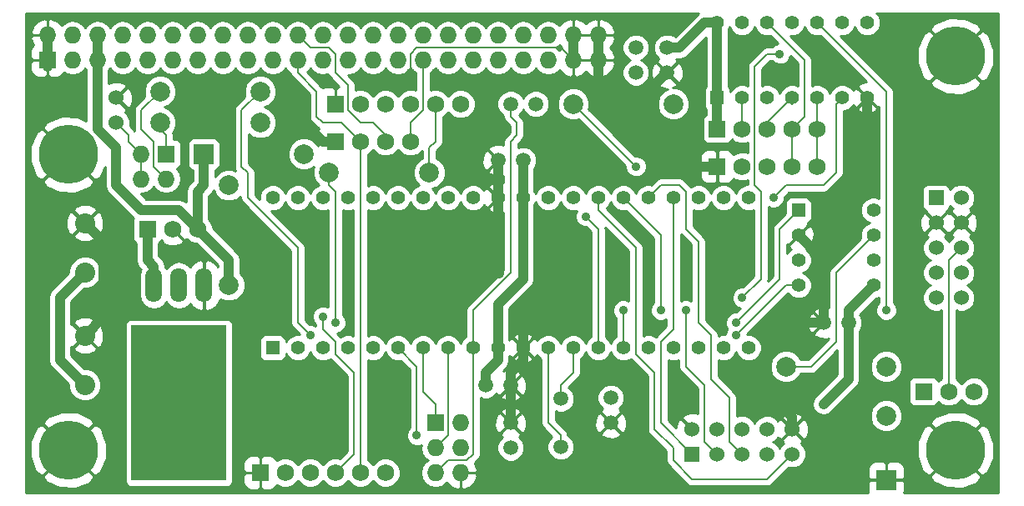
<source format=gtl>
%FSLAX46Y46*%
G04 Gerber Fmt 4.6, Leading zero omitted, Abs format (unit mm)*
G04 Created by KiCad (PCBNEW (2014-jul-16 BZR unknown)-product) date Sat 04 Oct 2014 10:12:47 PM PDT*
%MOMM*%
G01*
G04 APERTURE LIST*
%ADD10C,0.100000*%
%ADD11C,1.501140*%
%ADD12C,1.998980*%
%ADD13R,1.998980X1.998980*%
%ADD14C,1.524000*%
%ADD15C,6.000000*%
%ADD16R,1.727200X1.727200*%
%ADD17C,1.727200*%
%ADD18O,1.727200X1.727200*%
%ADD19C,2.032000*%
%ADD20R,1.524000X1.524000*%
%ADD21O,1.699260X3.500120*%
%ADD22R,9.652000X15.748000*%
%ADD23R,1.397000X1.397000*%
%ADD24C,1.397000*%
%ADD25C,0.889000*%
%ADD26C,0.203200*%
%ADD27C,1.016000*%
%ADD28C,0.254000*%
G04 APERTURE END LIST*
D10*
D11*
X149860000Y-144780000D03*
X149860000Y-142240000D03*
X160020000Y-139700000D03*
X160020000Y-142240000D03*
X151130000Y-115570000D03*
X148590000Y-115570000D03*
X147320000Y-138430000D03*
X149860000Y-138430000D03*
X184150000Y-132080000D03*
X181610000Y-132080000D03*
X152400000Y-109855000D03*
X149860000Y-109855000D03*
X165735000Y-104140000D03*
X165735000Y-106680000D03*
X162560000Y-106680000D03*
X162560000Y-104140000D03*
D12*
X128905000Y-114935000D03*
D13*
X118745000Y-114935000D03*
D14*
X109855000Y-111760000D03*
X109855000Y-109220000D03*
D15*
X105000000Y-115000000D03*
X195000000Y-105000000D03*
X105000000Y-145000000D03*
X195000000Y-145000000D03*
D16*
X191770000Y-139065000D03*
D17*
X194310000Y-139065000D03*
X196850000Y-139065000D03*
D16*
X114935000Y-114935000D03*
D18*
X114935000Y-117475000D03*
X112395000Y-114935000D03*
X112395000Y-117475000D03*
D19*
X106680000Y-126960000D03*
X106680000Y-121960000D03*
X106680000Y-138390000D03*
X106680000Y-133390000D03*
D20*
X193040000Y-119380000D03*
D14*
X195580000Y-119380000D03*
X193040000Y-121920000D03*
X195580000Y-121920000D03*
X193040000Y-124460000D03*
X195580000Y-124460000D03*
X193040000Y-127000000D03*
X195580000Y-127000000D03*
X193040000Y-129540000D03*
X195580000Y-129540000D03*
D16*
X132080000Y-109855000D03*
D17*
X134620000Y-109855000D03*
X137160000Y-109855000D03*
X139700000Y-109855000D03*
X142240000Y-109855000D03*
X144780000Y-109855000D03*
D16*
X124460000Y-147320000D03*
D17*
X127000000Y-147320000D03*
X129540000Y-147320000D03*
X132080000Y-147320000D03*
X134620000Y-147320000D03*
X137160000Y-147320000D03*
D16*
X142240000Y-142240000D03*
D18*
X144780000Y-142240000D03*
X142240000Y-144780000D03*
X144780000Y-144780000D03*
X142240000Y-147320000D03*
X144780000Y-147320000D03*
D16*
X132080000Y-113665000D03*
D17*
X134620000Y-113665000D03*
X137160000Y-113665000D03*
X139700000Y-113665000D03*
D20*
X168275000Y-145415000D03*
D14*
X168275000Y-142875000D03*
X170815000Y-145415000D03*
X170815000Y-142875000D03*
X173355000Y-145415000D03*
X173355000Y-142875000D03*
X175895000Y-145415000D03*
X175895000Y-142875000D03*
X178435000Y-145415000D03*
X178435000Y-142875000D03*
D16*
X102870000Y-105410000D03*
D18*
X102870000Y-102870000D03*
X105410000Y-105410000D03*
X105410000Y-102870000D03*
X107950000Y-105410000D03*
X107950000Y-102870000D03*
X110490000Y-105410000D03*
X110490000Y-102870000D03*
X113030000Y-105410000D03*
X113030000Y-102870000D03*
X115570000Y-105410000D03*
X115570000Y-102870000D03*
X118110000Y-105410000D03*
X118110000Y-102870000D03*
X120650000Y-105410000D03*
X120650000Y-102870000D03*
X123190000Y-105410000D03*
X123190000Y-102870000D03*
X125730000Y-105410000D03*
X125730000Y-102870000D03*
X128270000Y-105410000D03*
X128270000Y-102870000D03*
X130810000Y-105410000D03*
X130810000Y-102870000D03*
X133350000Y-105410000D03*
X133350000Y-102870000D03*
X135890000Y-105410000D03*
X135890000Y-102870000D03*
X138430000Y-105410000D03*
X138430000Y-102870000D03*
X140970000Y-105410000D03*
X140970000Y-102870000D03*
X143510000Y-105410000D03*
X143510000Y-102870000D03*
X146050000Y-105410000D03*
X146050000Y-102870000D03*
X148590000Y-105410000D03*
X148590000Y-102870000D03*
X151130000Y-105410000D03*
X151130000Y-102870000D03*
X153670000Y-105410000D03*
X153670000Y-102870000D03*
X156210000Y-105410000D03*
X156210000Y-102870000D03*
X158750000Y-105410000D03*
X158750000Y-102870000D03*
D21*
X116205000Y-128270000D03*
X118745000Y-128270000D03*
X113665000Y-128270000D03*
D22*
X116205000Y-140208000D03*
D12*
X177800000Y-136525000D03*
X187960000Y-136525000D03*
X121285000Y-118110000D03*
X121285000Y-128270000D03*
X114300000Y-108585000D03*
X124460000Y-108585000D03*
X114300000Y-111760000D03*
X124460000Y-111760000D03*
D13*
X187960000Y-148031200D03*
D12*
X187960000Y-141528800D03*
D23*
X170815000Y-109220000D03*
D24*
X173355000Y-109220000D03*
X175895000Y-109220000D03*
X178435000Y-109220000D03*
X180975000Y-109220000D03*
X183515000Y-109220000D03*
X186055000Y-109220000D03*
X186055000Y-101600000D03*
X183515000Y-101600000D03*
X180975000Y-101600000D03*
X178435000Y-101600000D03*
X175895000Y-101600000D03*
X173355000Y-101600000D03*
X170815000Y-101600000D03*
D23*
X179070000Y-120650000D03*
D24*
X179070000Y-123190000D03*
X179070000Y-125730000D03*
X179070000Y-128270000D03*
X186690000Y-128270000D03*
X186690000Y-125730000D03*
X186690000Y-123190000D03*
X186690000Y-120650000D03*
D23*
X125730000Y-134620000D03*
D24*
X128270000Y-134620000D03*
X130810000Y-134620000D03*
X133350000Y-134620000D03*
X135890000Y-134620000D03*
X138430000Y-134620000D03*
X140970000Y-134620000D03*
X143510000Y-134620000D03*
X146050000Y-134620000D03*
X148590000Y-134620000D03*
X151130000Y-134620000D03*
X153670000Y-134620000D03*
X156210000Y-134620000D03*
X158750000Y-134620000D03*
X161290000Y-134620000D03*
X163830000Y-134620000D03*
X166370000Y-134620000D03*
X168910000Y-134620000D03*
X171450000Y-134620000D03*
X173990000Y-134620000D03*
X173990000Y-119380000D03*
X171450000Y-119380000D03*
X168910000Y-119380000D03*
X166370000Y-119380000D03*
X163830000Y-119380000D03*
X161290000Y-119380000D03*
X158750000Y-119380000D03*
X156210000Y-119380000D03*
X153670000Y-119380000D03*
X151130000Y-119380000D03*
X148590000Y-119380000D03*
X146050000Y-119380000D03*
X143510000Y-119380000D03*
X140970000Y-119380000D03*
X138430000Y-119380000D03*
X135890000Y-119380000D03*
X133350000Y-119380000D03*
X130810000Y-119380000D03*
X128270000Y-119380000D03*
X125730000Y-119380000D03*
D11*
X154940000Y-144680940D03*
X154940000Y-139799060D03*
D16*
X170815000Y-112395000D03*
D17*
X173355000Y-112395000D03*
X175895000Y-112395000D03*
X178435000Y-112395000D03*
X180975000Y-112395000D03*
D12*
X141605000Y-116840000D03*
X131445000Y-116840000D03*
X156210000Y-109855000D03*
X166370000Y-109855000D03*
D16*
X170815000Y-116205000D03*
D17*
X173355000Y-116205000D03*
X175895000Y-116205000D03*
X178435000Y-116205000D03*
X180975000Y-116205000D03*
D16*
X113030000Y-122555000D03*
D17*
X115570000Y-122555000D03*
X118110000Y-122555000D03*
D25*
X139700000Y-106680000D03*
X142240000Y-106680000D03*
X172872400Y-106680000D03*
X172720000Y-104140000D03*
X177126900Y-106680000D03*
X124460000Y-118110000D03*
X121920000Y-120650000D03*
X136525000Y-116840000D03*
X160020000Y-109855000D03*
X186055000Y-118110000D03*
X171450000Y-127000000D03*
X163830000Y-127000000D03*
X160655000Y-127000000D03*
X167640000Y-127000000D03*
X133350000Y-127000000D03*
X129540000Y-127000000D03*
X148590000Y-127000000D03*
X154305000Y-127000000D03*
X181610000Y-140335000D03*
X129540000Y-133350000D03*
X140335000Y-143510000D03*
X167640000Y-130810000D03*
X165100000Y-130810000D03*
X161290000Y-130810000D03*
X177165000Y-104775000D03*
X173355000Y-129540000D03*
X132080000Y-132080000D03*
X172720000Y-133350000D03*
X172720000Y-132080000D03*
X176530000Y-119380000D03*
X157480000Y-121285000D03*
X162560000Y-116205000D03*
X130810000Y-131445000D03*
X187960000Y-130810000D03*
D26*
X154940000Y-144680940D02*
X154940000Y-143510000D01*
X153670000Y-142240000D02*
X153670000Y-134620000D01*
X154940000Y-143510000D02*
X153670000Y-142240000D01*
X154940000Y-104140000D02*
X140335000Y-104140000D01*
X140335000Y-104140000D02*
X139700000Y-104775000D01*
X139700000Y-104775000D02*
X139700000Y-106680000D01*
X154940000Y-104140000D02*
X156210000Y-105410000D01*
D27*
X172872400Y-106680000D02*
X172720000Y-106527600D01*
X172720000Y-106527600D02*
X172720000Y-104140000D01*
X130810000Y-113665000D02*
X129540000Y-112395000D01*
X129540000Y-112395000D02*
X127635000Y-112395000D01*
X127635000Y-112395000D02*
X124460000Y-115570000D01*
X124460000Y-115570000D02*
X124460000Y-118110000D01*
X132080000Y-113665000D02*
X130810000Y-113665000D01*
X165735000Y-106680000D02*
X161290000Y-111125000D01*
X148590000Y-119380000D02*
X148590000Y-127000000D01*
X148590000Y-127000000D02*
X148650262Y-127060262D01*
X148650262Y-127060262D02*
X148590000Y-127000000D01*
X156210000Y-105410000D02*
X156210000Y-102870000D01*
X158750000Y-105410000D02*
X158750000Y-102870000D01*
X170815000Y-116205000D02*
X166370000Y-116205000D01*
X166370000Y-116205000D02*
X161290000Y-111125000D01*
X158750000Y-108585000D02*
X158750000Y-105410000D01*
X161290000Y-111125000D02*
X160020000Y-109855000D01*
X160020000Y-109855000D02*
X158750000Y-108585000D01*
X186055000Y-109220000D02*
X186055000Y-118110000D01*
X151130000Y-130175000D02*
X154305000Y-127000000D01*
X151130000Y-130175000D02*
X151130000Y-134620000D01*
X149860000Y-138430000D02*
X149860000Y-142240000D01*
X102870000Y-103505000D02*
X102870000Y-106045000D01*
X149860000Y-138430000D02*
X149860000Y-137160000D01*
X149860000Y-137160000D02*
X151130000Y-135890000D01*
X151130000Y-135890000D02*
X151130000Y-134620000D01*
X178435000Y-142875000D02*
X178435000Y-141605000D01*
X177800000Y-132080000D02*
X181610000Y-132080000D01*
X175895000Y-133985000D02*
X177800000Y-132080000D01*
X175895000Y-139065000D02*
X175895000Y-133985000D01*
X178435000Y-141605000D02*
X175895000Y-139065000D01*
X181610000Y-132080000D02*
X181610000Y-125730000D01*
X181610000Y-125730000D02*
X179070000Y-123190000D01*
X106680000Y-133390000D02*
X108585000Y-131485000D01*
X108585000Y-131485000D02*
X108585000Y-123865000D01*
X108585000Y-123865000D02*
X106680000Y-121960000D01*
X148590000Y-119380000D02*
X148590000Y-115570000D01*
D26*
X154940000Y-139799060D02*
X154940000Y-138430000D01*
X156210000Y-137160000D02*
X156210000Y-134620000D01*
X154940000Y-138430000D02*
X156210000Y-137160000D01*
X142240000Y-147320000D02*
X143510000Y-146050000D01*
X143510000Y-146050000D02*
X145415000Y-146050000D01*
X146050000Y-145415000D02*
X146050000Y-134620000D01*
X145415000Y-146050000D02*
X146050000Y-145415000D01*
X146050000Y-130810000D02*
X149860000Y-127000000D01*
X149860000Y-127000000D02*
X149860000Y-113665000D01*
X149860000Y-113665000D02*
X150495000Y-113030000D01*
X150495000Y-113030000D02*
X150495000Y-111760000D01*
X150495000Y-111760000D02*
X149860000Y-111125000D01*
X149860000Y-111125000D02*
X149860000Y-109855000D01*
X146050000Y-134620000D02*
X146050000Y-130810000D01*
D27*
X121285000Y-128270000D02*
X121285000Y-125730000D01*
X121285000Y-125730000D02*
X118110000Y-122555000D01*
X118110000Y-122555000D02*
X116205000Y-120650000D01*
X107950000Y-112395000D02*
X107950000Y-105410000D01*
X109855000Y-114300000D02*
X107950000Y-112395000D01*
X109855000Y-118110000D02*
X109855000Y-114300000D01*
X112395000Y-120650000D02*
X109855000Y-118110000D01*
X116205000Y-120650000D02*
X112395000Y-120650000D01*
X165735000Y-104140000D02*
X167005000Y-104140000D01*
X169545000Y-101600000D02*
X170815000Y-101600000D01*
X167005000Y-104140000D02*
X169545000Y-101600000D01*
X148590000Y-134620000D02*
X148590000Y-130175000D01*
X151130000Y-127635000D02*
X151130000Y-119380000D01*
X148590000Y-130175000D02*
X151130000Y-127635000D01*
X147320000Y-138430000D02*
X147320000Y-137160000D01*
X148590000Y-135890000D02*
X148590000Y-134620000D01*
X147320000Y-137160000D02*
X148590000Y-135890000D01*
X184150000Y-137795000D02*
X184150000Y-132080000D01*
X181610000Y-140335000D02*
X184150000Y-137795000D01*
X184150000Y-132080000D02*
X184150000Y-130810000D01*
X184150000Y-130810000D02*
X186690000Y-128270000D01*
X170815000Y-109220000D02*
X170815000Y-101600000D01*
X107950000Y-103505000D02*
X107950000Y-106045000D01*
X170815000Y-112395000D02*
X170815000Y-109220000D01*
X151130000Y-119380000D02*
X151130000Y-115570000D01*
X118110000Y-118745000D02*
X118745000Y-118110000D01*
X118745000Y-118110000D02*
X118745000Y-114935000D01*
X118110000Y-122555000D02*
X118110000Y-118745000D01*
D26*
X112395000Y-117475000D02*
X112395000Y-114935000D01*
X111125000Y-113665000D02*
X111125000Y-113030000D01*
X111125000Y-113030000D02*
X109855000Y-111760000D01*
X112395000Y-114935000D02*
X111125000Y-113665000D01*
X114935000Y-114935000D02*
X114935000Y-113030000D01*
X114935000Y-113030000D02*
X114300000Y-112395000D01*
X114300000Y-112395000D02*
X114300000Y-111760000D01*
X114935000Y-117475000D02*
X113665000Y-116205000D01*
X112395000Y-110490000D02*
X114300000Y-108585000D01*
X112395000Y-112395000D02*
X112395000Y-110490000D01*
X113665000Y-113665000D02*
X112395000Y-112395000D01*
X113665000Y-116205000D02*
X113665000Y-113665000D01*
D27*
X113665000Y-128270000D02*
X113665000Y-126365000D01*
X113030000Y-125730000D02*
X113030000Y-122555000D01*
X113665000Y-126365000D02*
X113030000Y-125730000D01*
D26*
X142240000Y-142240000D02*
X142240000Y-140335000D01*
X140970000Y-139065000D02*
X140970000Y-134620000D01*
X142240000Y-140335000D02*
X140970000Y-139065000D01*
X128270000Y-124460000D02*
X123190000Y-119380000D01*
X128270000Y-132080000D02*
X128270000Y-124460000D01*
X129540000Y-133350000D02*
X128270000Y-132080000D01*
X142240000Y-144780000D02*
X143510000Y-143510000D01*
X143510000Y-143510000D02*
X143510000Y-134620000D01*
X122555000Y-110490000D02*
X122555000Y-116205000D01*
X124460000Y-108585000D02*
X122555000Y-110490000D01*
X123190000Y-116840000D02*
X123190000Y-119380000D01*
X122555000Y-116205000D02*
X123190000Y-116840000D01*
X138430000Y-134620000D02*
X140335000Y-136525000D01*
X140335000Y-136525000D02*
X140335000Y-143510000D01*
X168275000Y-145415000D02*
X165100000Y-142240000D01*
X166370000Y-132715000D02*
X166370000Y-119380000D01*
X165100000Y-133985000D02*
X166370000Y-132715000D01*
X165100000Y-142240000D02*
X165100000Y-133985000D01*
X170815000Y-145415000D02*
X169545000Y-144145000D01*
X167640000Y-136525000D02*
X167640000Y-130810000D01*
X169545000Y-138430000D02*
X167640000Y-136525000D01*
X169545000Y-144145000D02*
X169545000Y-138430000D01*
X165100000Y-123190000D02*
X165100000Y-130810000D01*
X161290000Y-119380000D02*
X165100000Y-123190000D01*
X173355000Y-145415000D02*
X172085000Y-144145000D01*
X165100000Y-118110000D02*
X163830000Y-119380000D01*
X167005000Y-118110000D02*
X165100000Y-118110000D01*
X167640000Y-118745000D02*
X167005000Y-118110000D01*
X167640000Y-122555000D02*
X167640000Y-118745000D01*
X168910000Y-123825000D02*
X167640000Y-122555000D01*
X168910000Y-132080000D02*
X168910000Y-123825000D01*
X170180000Y-133350000D02*
X168910000Y-132080000D01*
X170180000Y-137795000D02*
X170180000Y-133350000D01*
X172085000Y-139700000D02*
X170180000Y-137795000D01*
X172085000Y-144145000D02*
X172085000Y-139700000D01*
X162560000Y-135255000D02*
X164465000Y-137160000D01*
X166370000Y-144780000D02*
X166370000Y-146050000D01*
X164465000Y-142875000D02*
X166370000Y-144780000D01*
X164465000Y-137160000D02*
X164465000Y-142875000D01*
X158750000Y-119380000D02*
X158750000Y-120650000D01*
X175895000Y-147955000D02*
X178435000Y-145415000D01*
X168275000Y-147955000D02*
X175895000Y-147955000D01*
X166370000Y-146050000D02*
X168275000Y-147955000D01*
X162560000Y-124460000D02*
X158750000Y-120650000D01*
X162560000Y-135255000D02*
X162560000Y-124460000D01*
X175260000Y-118745000D02*
X175260000Y-127635000D01*
X161290000Y-134620000D02*
X161290000Y-130810000D01*
X177165000Y-104775000D02*
X175895000Y-104775000D01*
X175895000Y-104775000D02*
X174625000Y-106045000D01*
X174625000Y-106045000D02*
X174625000Y-118110000D01*
X174625000Y-118110000D02*
X175260000Y-118745000D01*
X175260000Y-127635000D02*
X173355000Y-129540000D01*
X132080000Y-118745000D02*
X131445000Y-118110000D01*
X131445000Y-118110000D02*
X131445000Y-116840000D01*
X132080000Y-132080000D02*
X132080000Y-118745000D01*
X172720000Y-133350000D02*
X177800000Y-128270000D01*
X177800000Y-128270000D02*
X179070000Y-128270000D01*
X172720000Y-132080000D02*
X177165000Y-127635000D01*
X177165000Y-127635000D02*
X177165000Y-122555000D01*
X177165000Y-122555000D02*
X179070000Y-120650000D01*
X158750000Y-134620000D02*
X158750000Y-122555000D01*
X182880000Y-109855000D02*
X182880000Y-116840000D01*
X182880000Y-116840000D02*
X181610000Y-118110000D01*
X181610000Y-118110000D02*
X177800000Y-118110000D01*
X177800000Y-118110000D02*
X176530000Y-119380000D01*
X182880000Y-109855000D02*
X183515000Y-109220000D01*
X158750000Y-122555000D02*
X157480000Y-121285000D01*
X180975000Y-116205000D02*
X180975000Y-112395000D01*
X180975000Y-112395000D02*
X180975000Y-109220000D01*
X128270000Y-106680000D02*
X128270000Y-105410000D01*
X130175000Y-108585000D02*
X128270000Y-106680000D01*
X130175000Y-111125000D02*
X130175000Y-108585000D01*
X130810000Y-111760000D02*
X130175000Y-111125000D01*
X132715000Y-111760000D02*
X130810000Y-111760000D01*
X134620000Y-113665000D02*
X132715000Y-111760000D01*
X134620000Y-147320000D02*
X134620000Y-113665000D01*
X156210000Y-109855000D02*
X162560000Y-116205000D01*
X129540000Y-104140000D02*
X128270000Y-102870000D01*
X131445000Y-104140000D02*
X129540000Y-104140000D01*
X132080000Y-104775000D02*
X131445000Y-104140000D01*
X132080000Y-106680000D02*
X132080000Y-104775000D01*
X133350000Y-107950000D02*
X132080000Y-106680000D01*
X133350000Y-110490000D02*
X133350000Y-107950000D01*
X134620000Y-111760000D02*
X133350000Y-110490000D01*
X135890000Y-111760000D02*
X134620000Y-111760000D01*
X137160000Y-113030000D02*
X135890000Y-111760000D01*
X137160000Y-113665000D02*
X137160000Y-113030000D01*
X178435000Y-116205000D02*
X178435000Y-112395000D01*
X140970000Y-110490000D02*
X140970000Y-105410000D01*
X139700000Y-113665000D02*
X140335000Y-113665000D01*
X139700000Y-111760000D02*
X140970000Y-110490000D01*
X139700000Y-113665000D02*
X139700000Y-111760000D01*
X179705000Y-111125000D02*
X179705000Y-105410000D01*
X179705000Y-105410000D02*
X175895000Y-101600000D01*
X178435000Y-112395000D02*
X179705000Y-111125000D01*
X194310000Y-139065000D02*
X194310000Y-125730000D01*
X194310000Y-125730000D02*
X195580000Y-124460000D01*
X177800000Y-136525000D02*
X180340000Y-136525000D01*
X182880000Y-127000000D02*
X186690000Y-123190000D01*
X182880000Y-133985000D02*
X182880000Y-127000000D01*
X180340000Y-136525000D02*
X182880000Y-133985000D01*
D27*
X106680000Y-138390000D02*
X104140000Y-135850000D01*
X104140000Y-129500000D02*
X106680000Y-126960000D01*
X104140000Y-135850000D02*
X104140000Y-129500000D01*
D26*
X132080000Y-147320000D02*
X133985000Y-145415000D01*
X133985000Y-145415000D02*
X133985000Y-137160000D01*
X133985000Y-137160000D02*
X132080000Y-135255000D01*
X132080000Y-135255000D02*
X132080000Y-133985000D01*
X132080000Y-133985000D02*
X130810000Y-132715000D01*
X130810000Y-132715000D02*
X130810000Y-131445000D01*
X187960000Y-130810000D02*
X187960000Y-108585000D01*
X187960000Y-108585000D02*
X180975000Y-101600000D01*
X173355000Y-112395000D02*
X173355000Y-109220000D01*
X178435000Y-109855000D02*
X178435000Y-109220000D01*
X175895000Y-111760000D02*
X178435000Y-109220000D01*
X175895000Y-112395000D02*
X175895000Y-111760000D01*
X141605000Y-114300000D02*
X142240000Y-113665000D01*
X142240000Y-113665000D02*
X142240000Y-109855000D01*
X141605000Y-116840000D02*
X141605000Y-114300000D01*
D28*
G36*
X131343400Y-130497621D02*
X131025668Y-130365687D01*
X130596216Y-130365313D01*
X130199311Y-130529311D01*
X129895378Y-130832714D01*
X129730687Y-131229332D01*
X129730313Y-131658784D01*
X129894311Y-132055689D01*
X130073400Y-132235090D01*
X130073400Y-132402621D01*
X129755668Y-132270687D01*
X129502176Y-132270466D01*
X129006600Y-131774890D01*
X129006600Y-124460000D01*
X128950530Y-124178115D01*
X128790855Y-123939145D01*
X125565066Y-120713356D01*
X125994086Y-120713731D01*
X126484380Y-120511146D01*
X126859827Y-120136353D01*
X127000093Y-119798553D01*
X127138854Y-120134380D01*
X127513647Y-120509827D01*
X128003587Y-120713268D01*
X128534086Y-120713731D01*
X129024380Y-120511146D01*
X129399827Y-120136353D01*
X129540093Y-119798553D01*
X129678854Y-120134380D01*
X130053647Y-120509827D01*
X130543587Y-120713268D01*
X131074086Y-120713731D01*
X131343400Y-120602452D01*
X131343400Y-130497621D01*
X131343400Y-130497621D01*
G37*
X131343400Y-130497621D02*
X131025668Y-130365687D01*
X130596216Y-130365313D01*
X130199311Y-130529311D01*
X129895378Y-130832714D01*
X129730687Y-131229332D01*
X129730313Y-131658784D01*
X129894311Y-132055689D01*
X130073400Y-132235090D01*
X130073400Y-132402621D01*
X129755668Y-132270687D01*
X129502176Y-132270466D01*
X129006600Y-131774890D01*
X129006600Y-124460000D01*
X128950530Y-124178115D01*
X128790855Y-123939145D01*
X125565066Y-120713356D01*
X125994086Y-120713731D01*
X126484380Y-120511146D01*
X126859827Y-120136353D01*
X127000093Y-119798553D01*
X127138854Y-120134380D01*
X127513647Y-120509827D01*
X128003587Y-120713268D01*
X128534086Y-120713731D01*
X129024380Y-120511146D01*
X129399827Y-120136353D01*
X129540093Y-119798553D01*
X129678854Y-120134380D01*
X130053647Y-120509827D01*
X130543587Y-120713268D01*
X131074086Y-120713731D01*
X131343400Y-120602452D01*
X131343400Y-130497621D01*
G36*
X132125400Y-113690400D02*
X132105400Y-113690400D01*
X132105400Y-113710400D01*
X132054600Y-113710400D01*
X132054600Y-113690400D01*
X130549650Y-113690400D01*
X130327400Y-113912650D01*
X130327400Y-114097321D01*
X130291462Y-114010345D01*
X129832073Y-113550154D01*
X129231547Y-113300794D01*
X128581306Y-113300226D01*
X127980345Y-113548538D01*
X127520154Y-114007927D01*
X127270794Y-114608453D01*
X127270226Y-115258694D01*
X127518538Y-115859655D01*
X127977927Y-116319846D01*
X128578453Y-116569206D01*
X129228694Y-116569774D01*
X129829655Y-116321462D01*
X129933603Y-116217694D01*
X129810794Y-116513453D01*
X129810226Y-117163694D01*
X130058538Y-117764655D01*
X130399891Y-118106604D01*
X130055620Y-118248854D01*
X129680173Y-118623647D01*
X129539906Y-118961446D01*
X129401146Y-118625620D01*
X129026353Y-118250173D01*
X128536413Y-118046732D01*
X128005914Y-118046269D01*
X127515620Y-118248854D01*
X127140173Y-118623647D01*
X126999906Y-118961446D01*
X126861146Y-118625620D01*
X126486353Y-118250173D01*
X125996413Y-118046732D01*
X125465914Y-118046269D01*
X124975620Y-118248854D01*
X124600173Y-118623647D01*
X124396732Y-119113587D01*
X124396355Y-119544645D01*
X123926600Y-119074890D01*
X123926600Y-116840000D01*
X123870530Y-116558116D01*
X123870530Y-116558115D01*
X123710855Y-116319145D01*
X123291600Y-115899890D01*
X123291600Y-112903097D01*
X123532927Y-113144846D01*
X124133453Y-113394206D01*
X124783694Y-113394774D01*
X125384655Y-113146462D01*
X125844846Y-112687073D01*
X126094206Y-112086547D01*
X126094774Y-111436306D01*
X125846462Y-110835345D01*
X125387073Y-110375154D01*
X124898567Y-110172309D01*
X125384655Y-109971462D01*
X125844846Y-109512073D01*
X126094206Y-108911547D01*
X126094774Y-108261306D01*
X125846462Y-107660345D01*
X125387073Y-107200154D01*
X124786547Y-106950794D01*
X124136306Y-106950226D01*
X123535345Y-107198538D01*
X123075154Y-107657927D01*
X122825794Y-108258453D01*
X122825226Y-108908694D01*
X122903984Y-109099305D01*
X122034145Y-109969145D01*
X121874470Y-110208115D01*
X121818400Y-110490000D01*
X121818400Y-116205000D01*
X121874470Y-116486885D01*
X121965173Y-116622632D01*
X121611547Y-116475794D01*
X120961306Y-116475226D01*
X120360345Y-116723538D01*
X119900154Y-117182927D01*
X119888000Y-117212197D01*
X119888000Y-116562365D01*
X120104188Y-116472817D01*
X120282817Y-116294189D01*
X120379490Y-116060800D01*
X120379490Y-115808181D01*
X120379490Y-113809201D01*
X120282817Y-113575812D01*
X120104189Y-113397183D01*
X119870800Y-113300510D01*
X119618181Y-113300510D01*
X117619201Y-113300510D01*
X117385812Y-113397183D01*
X117207183Y-113575811D01*
X117110510Y-113809200D01*
X117110510Y-114061819D01*
X117110510Y-116060799D01*
X117207183Y-116294188D01*
X117385811Y-116472817D01*
X117602000Y-116562365D01*
X117602000Y-117636554D01*
X117301777Y-117936777D01*
X117054006Y-118307593D01*
X116967000Y-118745000D01*
X116967000Y-119810891D01*
X116642407Y-119594006D01*
X116205000Y-119507000D01*
X112868446Y-119507000D01*
X112327449Y-118966003D01*
X112365641Y-118973600D01*
X112424359Y-118973600D01*
X112997848Y-118859526D01*
X113484029Y-118534670D01*
X113665000Y-118263827D01*
X113845971Y-118534670D01*
X114332152Y-118859526D01*
X114905641Y-118973600D01*
X114964359Y-118973600D01*
X115537848Y-118859526D01*
X116024029Y-118534670D01*
X116348885Y-118048489D01*
X116462959Y-117475000D01*
X116348885Y-116901511D01*
X116024029Y-116415330D01*
X116002976Y-116401263D01*
X116158298Y-116336927D01*
X116336927Y-116158299D01*
X116433600Y-115924910D01*
X116433600Y-115672291D01*
X116433600Y-113945091D01*
X116336927Y-113711702D01*
X116158299Y-113533073D01*
X115924910Y-113436400D01*
X115672291Y-113436400D01*
X115671600Y-113436400D01*
X115671600Y-113030000D01*
X115616883Y-112754917D01*
X115684846Y-112687073D01*
X115934206Y-112086547D01*
X115934774Y-111436306D01*
X115686462Y-110835345D01*
X115227073Y-110375154D01*
X114738567Y-110172309D01*
X115224655Y-109971462D01*
X115684846Y-109512073D01*
X115934206Y-108911547D01*
X115934774Y-108261306D01*
X115686462Y-107660345D01*
X115227073Y-107200154D01*
X114626547Y-106950794D01*
X113976306Y-106950226D01*
X113375345Y-107198538D01*
X112915154Y-107657927D01*
X112665794Y-108258453D01*
X112665226Y-108908694D01*
X112743984Y-109099305D01*
X111874145Y-109969145D01*
X111714470Y-110208115D01*
X111658400Y-110490000D01*
X111658400Y-112395000D01*
X111696046Y-112584261D01*
X111645855Y-112509145D01*
X111513457Y-112376747D01*
X111513457Y-108931609D01*
X111276852Y-108318898D01*
X111231629Y-108251216D01*
X110905954Y-108204967D01*
X109890921Y-109220000D01*
X110905954Y-110235033D01*
X111231629Y-110188784D01*
X111497577Y-109588226D01*
X111513457Y-108931609D01*
X111513457Y-112376747D01*
X111229473Y-112092763D01*
X111251757Y-112039100D01*
X111252242Y-111483339D01*
X111040010Y-110969697D01*
X110724802Y-110653938D01*
X110756102Y-110641852D01*
X110823784Y-110596629D01*
X110870033Y-110270954D01*
X109855000Y-109255921D01*
X109840857Y-109270063D01*
X109804936Y-109234142D01*
X109819079Y-109220000D01*
X109804936Y-109205857D01*
X109840857Y-109169936D01*
X109855000Y-109184079D01*
X110870033Y-108169046D01*
X110823784Y-107843371D01*
X110223226Y-107577423D01*
X109566609Y-107561543D01*
X109093000Y-107744432D01*
X109093000Y-106388896D01*
X109220000Y-106198827D01*
X109400971Y-106469670D01*
X109887152Y-106794526D01*
X110460641Y-106908600D01*
X110519359Y-106908600D01*
X111092848Y-106794526D01*
X111579029Y-106469670D01*
X111760000Y-106198827D01*
X111940971Y-106469670D01*
X112427152Y-106794526D01*
X113000641Y-106908600D01*
X113059359Y-106908600D01*
X113632848Y-106794526D01*
X114119029Y-106469670D01*
X114300000Y-106198827D01*
X114480971Y-106469670D01*
X114967152Y-106794526D01*
X115540641Y-106908600D01*
X115599359Y-106908600D01*
X116172848Y-106794526D01*
X116659029Y-106469670D01*
X116840000Y-106198827D01*
X117020971Y-106469670D01*
X117507152Y-106794526D01*
X118080641Y-106908600D01*
X118139359Y-106908600D01*
X118712848Y-106794526D01*
X119199029Y-106469670D01*
X119380000Y-106198827D01*
X119560971Y-106469670D01*
X120047152Y-106794526D01*
X120620641Y-106908600D01*
X120679359Y-106908600D01*
X121252848Y-106794526D01*
X121739029Y-106469670D01*
X121920000Y-106198827D01*
X122100971Y-106469670D01*
X122587152Y-106794526D01*
X123160641Y-106908600D01*
X123219359Y-106908600D01*
X123792848Y-106794526D01*
X124279029Y-106469670D01*
X124460000Y-106198827D01*
X124640971Y-106469670D01*
X125127152Y-106794526D01*
X125700641Y-106908600D01*
X125759359Y-106908600D01*
X126332848Y-106794526D01*
X126819029Y-106469670D01*
X127000000Y-106198827D01*
X127180971Y-106469670D01*
X127539170Y-106709011D01*
X127589470Y-106961885D01*
X127749145Y-107200855D01*
X129438400Y-108890110D01*
X129438400Y-111125000D01*
X129494470Y-111406885D01*
X129654145Y-111645855D01*
X130289145Y-112280855D01*
X130430615Y-112375382D01*
X130327400Y-112624567D01*
X130327400Y-112978233D01*
X130327400Y-113417350D01*
X130549650Y-113639600D01*
X132054600Y-113639600D01*
X132054600Y-113619600D01*
X132105400Y-113619600D01*
X132105400Y-113639600D01*
X132125400Y-113639600D01*
X132125400Y-113690400D01*
X132125400Y-113690400D01*
G37*
X132125400Y-113690400D02*
X132105400Y-113690400D01*
X132105400Y-113710400D01*
X132054600Y-113710400D01*
X132054600Y-113690400D01*
X130549650Y-113690400D01*
X130327400Y-113912650D01*
X130327400Y-114097321D01*
X130291462Y-114010345D01*
X129832073Y-113550154D01*
X129231547Y-113300794D01*
X128581306Y-113300226D01*
X127980345Y-113548538D01*
X127520154Y-114007927D01*
X127270794Y-114608453D01*
X127270226Y-115258694D01*
X127518538Y-115859655D01*
X127977927Y-116319846D01*
X128578453Y-116569206D01*
X129228694Y-116569774D01*
X129829655Y-116321462D01*
X129933603Y-116217694D01*
X129810794Y-116513453D01*
X129810226Y-117163694D01*
X130058538Y-117764655D01*
X130399891Y-118106604D01*
X130055620Y-118248854D01*
X129680173Y-118623647D01*
X129539906Y-118961446D01*
X129401146Y-118625620D01*
X129026353Y-118250173D01*
X128536413Y-118046732D01*
X128005914Y-118046269D01*
X127515620Y-118248854D01*
X127140173Y-118623647D01*
X126999906Y-118961446D01*
X126861146Y-118625620D01*
X126486353Y-118250173D01*
X125996413Y-118046732D01*
X125465914Y-118046269D01*
X124975620Y-118248854D01*
X124600173Y-118623647D01*
X124396732Y-119113587D01*
X124396355Y-119544645D01*
X123926600Y-119074890D01*
X123926600Y-116840000D01*
X123870530Y-116558116D01*
X123870530Y-116558115D01*
X123710855Y-116319145D01*
X123291600Y-115899890D01*
X123291600Y-112903097D01*
X123532927Y-113144846D01*
X124133453Y-113394206D01*
X124783694Y-113394774D01*
X125384655Y-113146462D01*
X125844846Y-112687073D01*
X126094206Y-112086547D01*
X126094774Y-111436306D01*
X125846462Y-110835345D01*
X125387073Y-110375154D01*
X124898567Y-110172309D01*
X125384655Y-109971462D01*
X125844846Y-109512073D01*
X126094206Y-108911547D01*
X126094774Y-108261306D01*
X125846462Y-107660345D01*
X125387073Y-107200154D01*
X124786547Y-106950794D01*
X124136306Y-106950226D01*
X123535345Y-107198538D01*
X123075154Y-107657927D01*
X122825794Y-108258453D01*
X122825226Y-108908694D01*
X122903984Y-109099305D01*
X122034145Y-109969145D01*
X121874470Y-110208115D01*
X121818400Y-110490000D01*
X121818400Y-116205000D01*
X121874470Y-116486885D01*
X121965173Y-116622632D01*
X121611547Y-116475794D01*
X120961306Y-116475226D01*
X120360345Y-116723538D01*
X119900154Y-117182927D01*
X119888000Y-117212197D01*
X119888000Y-116562365D01*
X120104188Y-116472817D01*
X120282817Y-116294189D01*
X120379490Y-116060800D01*
X120379490Y-115808181D01*
X120379490Y-113809201D01*
X120282817Y-113575812D01*
X120104189Y-113397183D01*
X119870800Y-113300510D01*
X119618181Y-113300510D01*
X117619201Y-113300510D01*
X117385812Y-113397183D01*
X117207183Y-113575811D01*
X117110510Y-113809200D01*
X117110510Y-114061819D01*
X117110510Y-116060799D01*
X117207183Y-116294188D01*
X117385811Y-116472817D01*
X117602000Y-116562365D01*
X117602000Y-117636554D01*
X117301777Y-117936777D01*
X117054006Y-118307593D01*
X116967000Y-118745000D01*
X116967000Y-119810891D01*
X116642407Y-119594006D01*
X116205000Y-119507000D01*
X112868446Y-119507000D01*
X112327449Y-118966003D01*
X112365641Y-118973600D01*
X112424359Y-118973600D01*
X112997848Y-118859526D01*
X113484029Y-118534670D01*
X113665000Y-118263827D01*
X113845971Y-118534670D01*
X114332152Y-118859526D01*
X114905641Y-118973600D01*
X114964359Y-118973600D01*
X115537848Y-118859526D01*
X116024029Y-118534670D01*
X116348885Y-118048489D01*
X116462959Y-117475000D01*
X116348885Y-116901511D01*
X116024029Y-116415330D01*
X116002976Y-116401263D01*
X116158298Y-116336927D01*
X116336927Y-116158299D01*
X116433600Y-115924910D01*
X116433600Y-115672291D01*
X116433600Y-113945091D01*
X116336927Y-113711702D01*
X116158299Y-113533073D01*
X115924910Y-113436400D01*
X115672291Y-113436400D01*
X115671600Y-113436400D01*
X115671600Y-113030000D01*
X115616883Y-112754917D01*
X115684846Y-112687073D01*
X115934206Y-112086547D01*
X115934774Y-111436306D01*
X115686462Y-110835345D01*
X115227073Y-110375154D01*
X114738567Y-110172309D01*
X115224655Y-109971462D01*
X115684846Y-109512073D01*
X115934206Y-108911547D01*
X115934774Y-108261306D01*
X115686462Y-107660345D01*
X115227073Y-107200154D01*
X114626547Y-106950794D01*
X113976306Y-106950226D01*
X113375345Y-107198538D01*
X112915154Y-107657927D01*
X112665794Y-108258453D01*
X112665226Y-108908694D01*
X112743984Y-109099305D01*
X111874145Y-109969145D01*
X111714470Y-110208115D01*
X111658400Y-110490000D01*
X111658400Y-112395000D01*
X111696046Y-112584261D01*
X111645855Y-112509145D01*
X111513457Y-112376747D01*
X111513457Y-108931609D01*
X111276852Y-108318898D01*
X111231629Y-108251216D01*
X110905954Y-108204967D01*
X109890921Y-109220000D01*
X110905954Y-110235033D01*
X111231629Y-110188784D01*
X111497577Y-109588226D01*
X111513457Y-108931609D01*
X111513457Y-112376747D01*
X111229473Y-112092763D01*
X111251757Y-112039100D01*
X111252242Y-111483339D01*
X111040010Y-110969697D01*
X110724802Y-110653938D01*
X110756102Y-110641852D01*
X110823784Y-110596629D01*
X110870033Y-110270954D01*
X109855000Y-109255921D01*
X109840857Y-109270063D01*
X109804936Y-109234142D01*
X109819079Y-109220000D01*
X109804936Y-109205857D01*
X109840857Y-109169936D01*
X109855000Y-109184079D01*
X110870033Y-108169046D01*
X110823784Y-107843371D01*
X110223226Y-107577423D01*
X109566609Y-107561543D01*
X109093000Y-107744432D01*
X109093000Y-106388896D01*
X109220000Y-106198827D01*
X109400971Y-106469670D01*
X109887152Y-106794526D01*
X110460641Y-106908600D01*
X110519359Y-106908600D01*
X111092848Y-106794526D01*
X111579029Y-106469670D01*
X111760000Y-106198827D01*
X111940971Y-106469670D01*
X112427152Y-106794526D01*
X113000641Y-106908600D01*
X113059359Y-106908600D01*
X113632848Y-106794526D01*
X114119029Y-106469670D01*
X114300000Y-106198827D01*
X114480971Y-106469670D01*
X114967152Y-106794526D01*
X115540641Y-106908600D01*
X115599359Y-106908600D01*
X116172848Y-106794526D01*
X116659029Y-106469670D01*
X116840000Y-106198827D01*
X117020971Y-106469670D01*
X117507152Y-106794526D01*
X118080641Y-106908600D01*
X118139359Y-106908600D01*
X118712848Y-106794526D01*
X119199029Y-106469670D01*
X119380000Y-106198827D01*
X119560971Y-106469670D01*
X120047152Y-106794526D01*
X120620641Y-106908600D01*
X120679359Y-106908600D01*
X121252848Y-106794526D01*
X121739029Y-106469670D01*
X121920000Y-106198827D01*
X122100971Y-106469670D01*
X122587152Y-106794526D01*
X123160641Y-106908600D01*
X123219359Y-106908600D01*
X123792848Y-106794526D01*
X124279029Y-106469670D01*
X124460000Y-106198827D01*
X124640971Y-106469670D01*
X125127152Y-106794526D01*
X125700641Y-106908600D01*
X125759359Y-106908600D01*
X126332848Y-106794526D01*
X126819029Y-106469670D01*
X127000000Y-106198827D01*
X127180971Y-106469670D01*
X127539170Y-106709011D01*
X127589470Y-106961885D01*
X127749145Y-107200855D01*
X129438400Y-108890110D01*
X129438400Y-111125000D01*
X129494470Y-111406885D01*
X129654145Y-111645855D01*
X130289145Y-112280855D01*
X130430615Y-112375382D01*
X130327400Y-112624567D01*
X130327400Y-112978233D01*
X130327400Y-113417350D01*
X130549650Y-113639600D01*
X132054600Y-113639600D01*
X132054600Y-113619600D01*
X132105400Y-113619600D01*
X132105400Y-113639600D01*
X132125400Y-113639600D01*
X132125400Y-113690400D01*
G36*
X132460690Y-108102400D02*
X132327650Y-108102400D01*
X132105400Y-108324650D01*
X132105400Y-109829600D01*
X132125400Y-109829600D01*
X132125400Y-109880400D01*
X132105400Y-109880400D01*
X132105400Y-109900400D01*
X132054600Y-109900400D01*
X132054600Y-109880400D01*
X132034600Y-109880400D01*
X132034600Y-109829600D01*
X132054600Y-109829600D01*
X132054600Y-108324650D01*
X131832350Y-108102400D01*
X131039567Y-108102400D01*
X130790382Y-108205615D01*
X130695855Y-108064145D01*
X129204579Y-106572869D01*
X129359029Y-106469670D01*
X129540000Y-106198827D01*
X129720971Y-106469670D01*
X130207152Y-106794526D01*
X130780641Y-106908600D01*
X130839359Y-106908600D01*
X131367956Y-106803455D01*
X131399470Y-106961885D01*
X131559145Y-107200855D01*
X132460690Y-108102400D01*
X132460690Y-108102400D01*
G37*
X132460690Y-108102400D02*
X132327650Y-108102400D01*
X132105400Y-108324650D01*
X132105400Y-109829600D01*
X132125400Y-109829600D01*
X132125400Y-109880400D01*
X132105400Y-109880400D01*
X132105400Y-109900400D01*
X132054600Y-109900400D01*
X132054600Y-109880400D01*
X132034600Y-109880400D01*
X132034600Y-109829600D01*
X132054600Y-109829600D01*
X132054600Y-108324650D01*
X131832350Y-108102400D01*
X131039567Y-108102400D01*
X130790382Y-108205615D01*
X130695855Y-108064145D01*
X129204579Y-106572869D01*
X129359029Y-106469670D01*
X129540000Y-106198827D01*
X129720971Y-106469670D01*
X130207152Y-106794526D01*
X130780641Y-106908600D01*
X130839359Y-106908600D01*
X131367956Y-106803455D01*
X131399470Y-106961885D01*
X131559145Y-107200855D01*
X132460690Y-108102400D01*
G36*
X133883400Y-133397594D02*
X133616413Y-133286732D01*
X133085914Y-133286269D01*
X132612660Y-133481813D01*
X132600855Y-133464145D01*
X132295633Y-133158923D01*
X132690689Y-132995689D01*
X132994622Y-132692286D01*
X133159313Y-132295668D01*
X133159687Y-131866216D01*
X132995689Y-131469311D01*
X132816600Y-131289909D01*
X132816600Y-120602405D01*
X133083587Y-120713268D01*
X133614086Y-120713731D01*
X133883400Y-120602452D01*
X133883400Y-133397594D01*
X133883400Y-133397594D01*
G37*
X133883400Y-133397594D02*
X133616413Y-133286732D01*
X133085914Y-133286269D01*
X132612660Y-133481813D01*
X132600855Y-133464145D01*
X132295633Y-133158923D01*
X132690689Y-132995689D01*
X132994622Y-132692286D01*
X133159313Y-132295668D01*
X133159687Y-131866216D01*
X132995689Y-131469311D01*
X132816600Y-131289909D01*
X132816600Y-120602405D01*
X133083587Y-120713268D01*
X133614086Y-120713731D01*
X133883400Y-120602452D01*
X133883400Y-133397594D01*
G36*
X140233400Y-108453827D02*
X139999398Y-108356661D01*
X139403218Y-108356141D01*
X138852220Y-108583808D01*
X138430290Y-109005003D01*
X138429904Y-109005930D01*
X138009997Y-108585290D01*
X137459398Y-108356661D01*
X136863218Y-108356141D01*
X136312220Y-108583808D01*
X135890290Y-109005003D01*
X135889904Y-109005930D01*
X135469997Y-108585290D01*
X134919398Y-108356661D01*
X134323218Y-108356141D01*
X134086600Y-108453909D01*
X134086600Y-107950000D01*
X134030530Y-107668115D01*
X133870855Y-107429145D01*
X133350310Y-106908600D01*
X133379359Y-106908600D01*
X133952848Y-106794526D01*
X134439029Y-106469670D01*
X134620000Y-106198827D01*
X134800971Y-106469670D01*
X135287152Y-106794526D01*
X135860641Y-106908600D01*
X135919359Y-106908600D01*
X136492848Y-106794526D01*
X136979029Y-106469670D01*
X137160000Y-106198827D01*
X137340971Y-106469670D01*
X137827152Y-106794526D01*
X138400641Y-106908600D01*
X138459359Y-106908600D01*
X139032848Y-106794526D01*
X139519029Y-106469670D01*
X139700000Y-106198827D01*
X139880971Y-106469670D01*
X140233400Y-106705155D01*
X140233400Y-108453827D01*
X140233400Y-108453827D01*
G37*
X140233400Y-108453827D02*
X139999398Y-108356661D01*
X139403218Y-108356141D01*
X138852220Y-108583808D01*
X138430290Y-109005003D01*
X138429904Y-109005930D01*
X138009997Y-108585290D01*
X137459398Y-108356661D01*
X136863218Y-108356141D01*
X136312220Y-108583808D01*
X135890290Y-109005003D01*
X135889904Y-109005930D01*
X135469997Y-108585290D01*
X134919398Y-108356661D01*
X134323218Y-108356141D01*
X134086600Y-108453909D01*
X134086600Y-107950000D01*
X134030530Y-107668115D01*
X133870855Y-107429145D01*
X133350310Y-106908600D01*
X133379359Y-106908600D01*
X133952848Y-106794526D01*
X134439029Y-106469670D01*
X134620000Y-106198827D01*
X134800971Y-106469670D01*
X135287152Y-106794526D01*
X135860641Y-106908600D01*
X135919359Y-106908600D01*
X136492848Y-106794526D01*
X136979029Y-106469670D01*
X137160000Y-106198827D01*
X137340971Y-106469670D01*
X137827152Y-106794526D01*
X138400641Y-106908600D01*
X138459359Y-106908600D01*
X139032848Y-106794526D01*
X139519029Y-106469670D01*
X139700000Y-106198827D01*
X139880971Y-106469670D01*
X140233400Y-106705155D01*
X140233400Y-108453827D01*
G36*
X140868400Y-115375835D02*
X140680345Y-115453538D01*
X140220154Y-115912927D01*
X139970794Y-116513453D01*
X139970226Y-117163694D01*
X140218538Y-117764655D01*
X140559891Y-118106604D01*
X140215620Y-118248854D01*
X139840173Y-118623647D01*
X139699906Y-118961446D01*
X139561146Y-118625620D01*
X139186353Y-118250173D01*
X138696413Y-118046732D01*
X138165914Y-118046269D01*
X137675620Y-118248854D01*
X137300173Y-118623647D01*
X137159906Y-118961446D01*
X137021146Y-118625620D01*
X136646353Y-118250173D01*
X136156413Y-118046732D01*
X135625914Y-118046269D01*
X135356600Y-118157547D01*
X135356600Y-114982130D01*
X135467780Y-114936192D01*
X135889710Y-114514997D01*
X135890095Y-114514069D01*
X136310003Y-114934710D01*
X136860602Y-115163339D01*
X137456782Y-115163859D01*
X138007780Y-114936192D01*
X138429710Y-114514997D01*
X138430095Y-114514069D01*
X138850003Y-114934710D01*
X139400602Y-115163339D01*
X139996782Y-115163859D01*
X140547780Y-114936192D01*
X140868400Y-114616130D01*
X140868400Y-115375835D01*
X140868400Y-115375835D01*
G37*
X140868400Y-115375835D02*
X140680345Y-115453538D01*
X140220154Y-115912927D01*
X139970794Y-116513453D01*
X139970226Y-117163694D01*
X140218538Y-117764655D01*
X140559891Y-118106604D01*
X140215620Y-118248854D01*
X139840173Y-118623647D01*
X139699906Y-118961446D01*
X139561146Y-118625620D01*
X139186353Y-118250173D01*
X138696413Y-118046732D01*
X138165914Y-118046269D01*
X137675620Y-118248854D01*
X137300173Y-118623647D01*
X137159906Y-118961446D01*
X137021146Y-118625620D01*
X136646353Y-118250173D01*
X136156413Y-118046732D01*
X135625914Y-118046269D01*
X135356600Y-118157547D01*
X135356600Y-114982130D01*
X135467780Y-114936192D01*
X135889710Y-114514997D01*
X135890095Y-114514069D01*
X136310003Y-114934710D01*
X136860602Y-115163339D01*
X137456782Y-115163859D01*
X138007780Y-114936192D01*
X138429710Y-114514997D01*
X138430095Y-114514069D01*
X138850003Y-114934710D01*
X139400602Y-115163339D01*
X139996782Y-115163859D01*
X140547780Y-114936192D01*
X140868400Y-114616130D01*
X140868400Y-115375835D01*
G36*
X155051077Y-104140000D02*
X154786638Y-104391649D01*
X154759029Y-104350330D01*
X154444248Y-104140000D01*
X154759029Y-103929670D01*
X154786638Y-103888350D01*
X155051077Y-104140000D01*
X155051077Y-104140000D01*
G37*
X155051077Y-104140000D02*
X154786638Y-104391649D01*
X154759029Y-104350330D01*
X154444248Y-104140000D01*
X154759029Y-103929670D01*
X154786638Y-103888350D01*
X155051077Y-104140000D01*
G36*
X161823400Y-129862621D02*
X161505668Y-129730687D01*
X161076216Y-129730313D01*
X160679311Y-129894311D01*
X160375378Y-130197714D01*
X160210687Y-130594332D01*
X160210313Y-131023784D01*
X160374311Y-131420689D01*
X160553400Y-131600090D01*
X160553400Y-133481507D01*
X160535620Y-133488854D01*
X160160173Y-133863647D01*
X160019906Y-134201446D01*
X159881146Y-133865620D01*
X159506353Y-133490173D01*
X159486600Y-133481970D01*
X159486600Y-122555000D01*
X159455142Y-122396852D01*
X161823400Y-124765110D01*
X161823400Y-129862621D01*
X161823400Y-129862621D01*
G37*
X161823400Y-129862621D02*
X161505668Y-129730687D01*
X161076216Y-129730313D01*
X160679311Y-129894311D01*
X160375378Y-130197714D01*
X160210687Y-130594332D01*
X160210313Y-131023784D01*
X160374311Y-131420689D01*
X160553400Y-131600090D01*
X160553400Y-133481507D01*
X160535620Y-133488854D01*
X160160173Y-133863647D01*
X160019906Y-134201446D01*
X159881146Y-133865620D01*
X159506353Y-133490173D01*
X159486600Y-133481970D01*
X159486600Y-122555000D01*
X159455142Y-122396852D01*
X161823400Y-124765110D01*
X161823400Y-129862621D01*
G36*
X165633400Y-132409890D02*
X164579145Y-133464145D01*
X164567096Y-133482176D01*
X164096413Y-133286732D01*
X163565914Y-133286269D01*
X163296600Y-133397547D01*
X163296600Y-124460000D01*
X163240530Y-124178116D01*
X163240530Y-124178115D01*
X163080855Y-123939145D01*
X159578682Y-120436972D01*
X159879827Y-120136353D01*
X160020093Y-119798553D01*
X160158854Y-120134380D01*
X160533647Y-120509827D01*
X161023587Y-120713268D01*
X161554086Y-120713731D01*
X161573853Y-120705563D01*
X164363400Y-123495110D01*
X164363400Y-130020002D01*
X164185378Y-130197714D01*
X164020687Y-130594332D01*
X164020313Y-131023784D01*
X164184311Y-131420689D01*
X164487714Y-131724622D01*
X164884332Y-131889313D01*
X165313784Y-131889687D01*
X165633400Y-131757624D01*
X165633400Y-132409890D01*
X165633400Y-132409890D01*
G37*
X165633400Y-132409890D02*
X164579145Y-133464145D01*
X164567096Y-133482176D01*
X164096413Y-133286732D01*
X163565914Y-133286269D01*
X163296600Y-133397547D01*
X163296600Y-124460000D01*
X163240530Y-124178116D01*
X163240530Y-124178115D01*
X163080855Y-123939145D01*
X159578682Y-120436972D01*
X159879827Y-120136353D01*
X160020093Y-119798553D01*
X160158854Y-120134380D01*
X160533647Y-120509827D01*
X161023587Y-120713268D01*
X161554086Y-120713731D01*
X161573853Y-120705563D01*
X164363400Y-123495110D01*
X164363400Y-130020002D01*
X164185378Y-130197714D01*
X164020687Y-130594332D01*
X164020313Y-131023784D01*
X164184311Y-131420689D01*
X164487714Y-131724622D01*
X164884332Y-131889313D01*
X165313784Y-131889687D01*
X165633400Y-131757624D01*
X165633400Y-132409890D01*
G36*
X168173400Y-129862621D02*
X167855668Y-129730687D01*
X167426216Y-129730313D01*
X167106600Y-129862375D01*
X167106600Y-123057080D01*
X167119145Y-123075855D01*
X168173400Y-124130110D01*
X168173400Y-129862621D01*
X168173400Y-129862621D01*
G37*
X168173400Y-129862621D02*
X167855668Y-129730687D01*
X167426216Y-129730313D01*
X167106600Y-129862375D01*
X167106600Y-123057080D01*
X167119145Y-123075855D01*
X168173400Y-124130110D01*
X168173400Y-129862621D01*
G36*
X168808400Y-141305567D02*
X168643226Y-141232423D01*
X167986609Y-141216543D01*
X167373898Y-141453148D01*
X167306216Y-141498371D01*
X167259967Y-141824046D01*
X168275000Y-142839079D01*
X168289142Y-142824936D01*
X168325063Y-142860857D01*
X168310921Y-142875000D01*
X168325063Y-142889142D01*
X168289142Y-142925063D01*
X168275000Y-142910921D01*
X168260857Y-142925063D01*
X168224936Y-142889142D01*
X168239079Y-142875000D01*
X167224046Y-141859967D01*
X166898371Y-141906216D01*
X166632423Y-142506774D01*
X166627135Y-142725425D01*
X165836600Y-141934890D01*
X165836600Y-135842405D01*
X166103587Y-135953268D01*
X166634086Y-135953731D01*
X166903400Y-135842452D01*
X166903400Y-136525000D01*
X166959470Y-136806885D01*
X167119145Y-137045855D01*
X168808400Y-138735110D01*
X168808400Y-141305567D01*
X168808400Y-141305567D01*
G37*
X168808400Y-141305567D02*
X168643226Y-141232423D01*
X167986609Y-141216543D01*
X167373898Y-141453148D01*
X167306216Y-141498371D01*
X167259967Y-141824046D01*
X168275000Y-142839079D01*
X168289142Y-142824936D01*
X168325063Y-142860857D01*
X168310921Y-142875000D01*
X168325063Y-142889142D01*
X168289142Y-142925063D01*
X168275000Y-142910921D01*
X168260857Y-142925063D01*
X168224936Y-142889142D01*
X168239079Y-142875000D01*
X167224046Y-141859967D01*
X166898371Y-141906216D01*
X166632423Y-142506774D01*
X166627135Y-142725425D01*
X165836600Y-141934890D01*
X165836600Y-135842405D01*
X166103587Y-135953268D01*
X166634086Y-135953731D01*
X166903400Y-135842452D01*
X166903400Y-136525000D01*
X166959470Y-136806885D01*
X167119145Y-137045855D01*
X168808400Y-138735110D01*
X168808400Y-141305567D01*
G36*
X174523400Y-127329890D02*
X173392757Y-128460532D01*
X173141216Y-128460313D01*
X172744311Y-128624311D01*
X172440378Y-128927714D01*
X172275687Y-129324332D01*
X172275313Y-129753784D01*
X172439311Y-130150689D01*
X172742714Y-130454622D01*
X173139081Y-130619208D01*
X172757757Y-131000532D01*
X172506216Y-131000313D01*
X172109311Y-131164311D01*
X171805378Y-131467714D01*
X171640687Y-131864332D01*
X171640313Y-132293784D01*
X171804311Y-132690689D01*
X171828356Y-132714776D01*
X171805378Y-132737714D01*
X171640687Y-133134332D01*
X171640554Y-133286665D01*
X171185914Y-133286269D01*
X170916600Y-133397547D01*
X170916600Y-133350000D01*
X170860530Y-133068115D01*
X170700855Y-132829145D01*
X169646600Y-131774890D01*
X169646600Y-123825000D01*
X169590530Y-123543115D01*
X169430855Y-123304145D01*
X168376600Y-122249890D01*
X168376600Y-120602405D01*
X168643587Y-120713268D01*
X169174086Y-120713731D01*
X169664380Y-120511146D01*
X170039827Y-120136353D01*
X170180093Y-119798553D01*
X170318854Y-120134380D01*
X170693647Y-120509827D01*
X171183587Y-120713268D01*
X171714086Y-120713731D01*
X172204380Y-120511146D01*
X172579827Y-120136353D01*
X172720093Y-119798553D01*
X172858854Y-120134380D01*
X173233647Y-120509827D01*
X173723587Y-120713268D01*
X174254086Y-120713731D01*
X174523400Y-120602452D01*
X174523400Y-127329890D01*
X174523400Y-127329890D01*
G37*
X174523400Y-127329890D02*
X173392757Y-128460532D01*
X173141216Y-128460313D01*
X172744311Y-128624311D01*
X172440378Y-128927714D01*
X172275687Y-129324332D01*
X172275313Y-129753784D01*
X172439311Y-130150689D01*
X172742714Y-130454622D01*
X173139081Y-130619208D01*
X172757757Y-131000532D01*
X172506216Y-131000313D01*
X172109311Y-131164311D01*
X171805378Y-131467714D01*
X171640687Y-131864332D01*
X171640313Y-132293784D01*
X171804311Y-132690689D01*
X171828356Y-132714776D01*
X171805378Y-132737714D01*
X171640687Y-133134332D01*
X171640554Y-133286665D01*
X171185914Y-133286269D01*
X170916600Y-133397547D01*
X170916600Y-133350000D01*
X170860530Y-133068115D01*
X170700855Y-132829145D01*
X169646600Y-131774890D01*
X169646600Y-123825000D01*
X169590530Y-123543115D01*
X169430855Y-123304145D01*
X168376600Y-122249890D01*
X168376600Y-120602405D01*
X168643587Y-120713268D01*
X169174086Y-120713731D01*
X169664380Y-120511146D01*
X170039827Y-120136353D01*
X170180093Y-119798553D01*
X170318854Y-120134380D01*
X170693647Y-120509827D01*
X171183587Y-120713268D01*
X171714086Y-120713731D01*
X172204380Y-120511146D01*
X172579827Y-120136353D01*
X172720093Y-119798553D01*
X172858854Y-120134380D01*
X173233647Y-120509827D01*
X173723587Y-120713268D01*
X174254086Y-120713731D01*
X174523400Y-120602452D01*
X174523400Y-127329890D01*
G36*
X176949366Y-103696076D02*
X176554311Y-103859311D01*
X176374909Y-104038400D01*
X175895000Y-104038400D01*
X175613115Y-104094470D01*
X175374145Y-104254145D01*
X174104145Y-105524145D01*
X173944470Y-105763115D01*
X173888400Y-106045000D01*
X173888400Y-107997594D01*
X173621413Y-107886732D01*
X173090914Y-107886269D01*
X172600620Y-108088854D01*
X172225173Y-108463647D01*
X172148500Y-108648295D01*
X172148500Y-108395191D01*
X172051827Y-108161802D01*
X171958000Y-108067974D01*
X171958000Y-102324628D01*
X172085093Y-102018553D01*
X172223854Y-102354380D01*
X172598647Y-102729827D01*
X173088587Y-102933268D01*
X173619086Y-102933731D01*
X174109380Y-102731146D01*
X174484827Y-102356353D01*
X174625093Y-102018553D01*
X174763854Y-102354380D01*
X175138647Y-102729827D01*
X175628587Y-102933268D01*
X176159086Y-102933731D01*
X176178853Y-102925563D01*
X176949366Y-103696076D01*
X176949366Y-103696076D01*
G37*
X176949366Y-103696076D02*
X176554311Y-103859311D01*
X176374909Y-104038400D01*
X175895000Y-104038400D01*
X175613115Y-104094470D01*
X175374145Y-104254145D01*
X174104145Y-105524145D01*
X173944470Y-105763115D01*
X173888400Y-106045000D01*
X173888400Y-107997594D01*
X173621413Y-107886732D01*
X173090914Y-107886269D01*
X172600620Y-108088854D01*
X172225173Y-108463647D01*
X172148500Y-108648295D01*
X172148500Y-108395191D01*
X172051827Y-108161802D01*
X171958000Y-108067974D01*
X171958000Y-102324628D01*
X172085093Y-102018553D01*
X172223854Y-102354380D01*
X172598647Y-102729827D01*
X173088587Y-102933268D01*
X173619086Y-102933731D01*
X174109380Y-102731146D01*
X174484827Y-102356353D01*
X174625093Y-102018553D01*
X174763854Y-102354380D01*
X175138647Y-102729827D01*
X175628587Y-102933268D01*
X176159086Y-102933731D01*
X176178853Y-102925563D01*
X176949366Y-103696076D01*
G36*
X178968400Y-107997594D02*
X178701413Y-107886732D01*
X178170914Y-107886269D01*
X177680620Y-108088854D01*
X177305173Y-108463647D01*
X177164906Y-108801446D01*
X177026146Y-108465620D01*
X176651353Y-108090173D01*
X176161413Y-107886732D01*
X175630914Y-107886269D01*
X175361600Y-107997547D01*
X175361600Y-106350110D01*
X176200110Y-105511600D01*
X176375002Y-105511600D01*
X176552714Y-105689622D01*
X176949332Y-105854313D01*
X177378784Y-105854687D01*
X177775689Y-105690689D01*
X178079622Y-105387286D01*
X178244208Y-104990918D01*
X178968400Y-105715110D01*
X178968400Y-107997594D01*
X178968400Y-107997594D01*
G37*
X178968400Y-107997594D02*
X178701413Y-107886732D01*
X178170914Y-107886269D01*
X177680620Y-108088854D01*
X177305173Y-108463647D01*
X177164906Y-108801446D01*
X177026146Y-108465620D01*
X176651353Y-108090173D01*
X176161413Y-107886732D01*
X175630914Y-107886269D01*
X175361600Y-107997547D01*
X175361600Y-106350110D01*
X176200110Y-105511600D01*
X176375002Y-105511600D01*
X176552714Y-105689622D01*
X176949332Y-105854313D01*
X177378784Y-105854687D01*
X177775689Y-105690689D01*
X178079622Y-105387286D01*
X178244208Y-104990918D01*
X178968400Y-105715110D01*
X178968400Y-107997594D01*
G36*
X199340000Y-149340000D02*
X198912318Y-149340000D01*
X198912318Y-144354633D01*
X198912318Y-104354633D01*
X198367539Y-102906579D01*
X198222770Y-102689917D01*
X197664558Y-102371363D01*
X197628637Y-102407284D01*
X197628637Y-102335442D01*
X197310083Y-101777230D01*
X195900937Y-101138518D01*
X194354633Y-101087682D01*
X192906579Y-101632461D01*
X192689917Y-101777230D01*
X192371363Y-102335442D01*
X195000000Y-104964079D01*
X197628637Y-102335442D01*
X197628637Y-102407284D01*
X195035921Y-105000000D01*
X197664558Y-107628637D01*
X198222770Y-107310083D01*
X198861482Y-105900937D01*
X198912318Y-104354633D01*
X198912318Y-144354633D01*
X198367539Y-142906579D01*
X198348859Y-142878622D01*
X198348859Y-138768218D01*
X198121192Y-138217220D01*
X197699997Y-137795290D01*
X197628637Y-137765658D01*
X197628637Y-107664558D01*
X195000000Y-105035921D01*
X194964079Y-105071842D01*
X194964079Y-105000000D01*
X192335442Y-102371363D01*
X191777230Y-102689917D01*
X191138518Y-104099063D01*
X191087682Y-105645367D01*
X191632461Y-107093421D01*
X191777230Y-107310083D01*
X192335442Y-107628637D01*
X194964079Y-105000000D01*
X194964079Y-105071842D01*
X192371363Y-107664558D01*
X192689917Y-108222770D01*
X194099063Y-108861482D01*
X195645367Y-108912318D01*
X197093421Y-108367539D01*
X197310083Y-108222770D01*
X197628637Y-107664558D01*
X197628637Y-137765658D01*
X197238457Y-137603641D01*
X197238457Y-121631609D01*
X197001852Y-121018898D01*
X196977242Y-120982065D01*
X196977242Y-119103339D01*
X196765010Y-118589697D01*
X196372370Y-118196371D01*
X195859100Y-117983243D01*
X195303339Y-117982758D01*
X194789697Y-118194990D01*
X194437000Y-118547071D01*
X194437000Y-118491691D01*
X194340327Y-118258302D01*
X194161699Y-118079673D01*
X193928310Y-117983000D01*
X193675691Y-117983000D01*
X192151691Y-117983000D01*
X191918302Y-118079673D01*
X191739673Y-118258301D01*
X191643000Y-118491690D01*
X191643000Y-118744309D01*
X191643000Y-120268309D01*
X191739673Y-120501698D01*
X191918301Y-120680327D01*
X192044352Y-120732539D01*
X192024967Y-120869046D01*
X193040000Y-121884079D01*
X194055033Y-120869046D01*
X194035647Y-120732538D01*
X194161698Y-120680327D01*
X194340327Y-120501699D01*
X194437000Y-120268310D01*
X194437000Y-120212386D01*
X194710197Y-120486061D01*
X194678898Y-120498148D01*
X194611216Y-120543371D01*
X194564967Y-120869046D01*
X195580000Y-121884079D01*
X196595033Y-120869046D01*
X196548784Y-120543371D01*
X196440164Y-120495270D01*
X196763629Y-120172370D01*
X196976757Y-119659100D01*
X196977242Y-119103339D01*
X196977242Y-120982065D01*
X196956629Y-120951216D01*
X196630954Y-120904967D01*
X195615921Y-121920000D01*
X196630954Y-122935033D01*
X196956629Y-122888784D01*
X197222577Y-122288226D01*
X197238457Y-121631609D01*
X197238457Y-137603641D01*
X197149398Y-137566661D01*
X196553218Y-137566141D01*
X196002220Y-137793808D01*
X195580290Y-138215003D01*
X195579904Y-138215930D01*
X195159997Y-137795290D01*
X195046600Y-137748203D01*
X195046600Y-130831162D01*
X195300900Y-130936757D01*
X195856661Y-130937242D01*
X196370303Y-130725010D01*
X196763629Y-130332370D01*
X196976757Y-129819100D01*
X196977242Y-129263339D01*
X196765010Y-128749697D01*
X196372370Y-128356371D01*
X196164487Y-128270050D01*
X196370303Y-128185010D01*
X196763629Y-127792370D01*
X196976757Y-127279100D01*
X196977242Y-126723339D01*
X196765010Y-126209697D01*
X196372370Y-125816371D01*
X196164487Y-125730050D01*
X196370303Y-125645010D01*
X196763629Y-125252370D01*
X196976757Y-124739100D01*
X196977242Y-124183339D01*
X196765010Y-123669697D01*
X196449802Y-123353938D01*
X196481102Y-123341852D01*
X196548784Y-123296629D01*
X196595033Y-122970954D01*
X195580000Y-121955921D01*
X195544079Y-121991842D01*
X195544079Y-121920000D01*
X194529046Y-120904967D01*
X194310000Y-120936073D01*
X194090954Y-120904967D01*
X193075921Y-121920000D01*
X194090954Y-122935033D01*
X194310000Y-122903926D01*
X194529046Y-122935033D01*
X195544079Y-121920000D01*
X195544079Y-121991842D01*
X194564967Y-122970954D01*
X194611216Y-123296629D01*
X194719835Y-123344729D01*
X194396371Y-123667630D01*
X194310050Y-123875512D01*
X194225010Y-123669697D01*
X193909802Y-123353938D01*
X193941102Y-123341852D01*
X194008784Y-123296629D01*
X194055033Y-122970954D01*
X193040000Y-121955921D01*
X193004079Y-121991842D01*
X193004079Y-121920000D01*
X191989046Y-120904967D01*
X191663371Y-120951216D01*
X191397423Y-121551774D01*
X191381543Y-122208391D01*
X191618148Y-122821102D01*
X191663371Y-122888784D01*
X191989046Y-122935033D01*
X193004079Y-121920000D01*
X193004079Y-121991842D01*
X192024967Y-122970954D01*
X192071216Y-123296629D01*
X192179835Y-123344729D01*
X191856371Y-123667630D01*
X191643243Y-124180900D01*
X191642758Y-124736661D01*
X191854990Y-125250303D01*
X192247630Y-125643629D01*
X192455512Y-125729949D01*
X192249697Y-125814990D01*
X191856371Y-126207630D01*
X191643243Y-126720900D01*
X191642758Y-127276661D01*
X191854990Y-127790303D01*
X192247630Y-128183629D01*
X192455512Y-128269949D01*
X192249697Y-128354990D01*
X191856371Y-128747630D01*
X191643243Y-129260900D01*
X191642758Y-129816661D01*
X191854990Y-130330303D01*
X192247630Y-130723629D01*
X192760900Y-130936757D01*
X193316661Y-130937242D01*
X193573400Y-130831159D01*
X193573400Y-137747869D01*
X193462220Y-137793808D01*
X193242812Y-138012833D01*
X193171927Y-137841702D01*
X192993299Y-137663073D01*
X192759910Y-137566400D01*
X192507291Y-137566400D01*
X190780091Y-137566400D01*
X190546702Y-137663073D01*
X190368073Y-137841701D01*
X190271400Y-138075090D01*
X190271400Y-138327709D01*
X190271400Y-140054909D01*
X190368073Y-140288298D01*
X190546701Y-140466927D01*
X190780090Y-140563600D01*
X191032709Y-140563600D01*
X192759909Y-140563600D01*
X192993298Y-140466927D01*
X193171927Y-140288299D01*
X193242820Y-140117148D01*
X193460003Y-140334710D01*
X194010602Y-140563339D01*
X194606782Y-140563859D01*
X195157780Y-140336192D01*
X195579710Y-139914997D01*
X195580095Y-139914069D01*
X196000003Y-140334710D01*
X196550602Y-140563339D01*
X197146782Y-140563859D01*
X197697780Y-140336192D01*
X198119710Y-139914997D01*
X198348339Y-139364398D01*
X198348859Y-138768218D01*
X198348859Y-142878622D01*
X198222770Y-142689917D01*
X197664558Y-142371363D01*
X197628637Y-142407284D01*
X197628637Y-142335442D01*
X197310083Y-141777230D01*
X195900937Y-141138518D01*
X194354633Y-141087682D01*
X192906579Y-141632461D01*
X192689917Y-141777230D01*
X192371363Y-142335442D01*
X195000000Y-144964079D01*
X197628637Y-142335442D01*
X197628637Y-142407284D01*
X195035921Y-145000000D01*
X197664558Y-147628637D01*
X198222770Y-147310083D01*
X198861482Y-145900937D01*
X198912318Y-144354633D01*
X198912318Y-149340000D01*
X197628637Y-149340000D01*
X197628637Y-147664558D01*
X195000000Y-145035921D01*
X194964079Y-145071842D01*
X194964079Y-145000000D01*
X192335442Y-142371363D01*
X191777230Y-142689917D01*
X191138518Y-144099063D01*
X191087682Y-145645367D01*
X191632461Y-147093421D01*
X191777230Y-147310083D01*
X192335442Y-147628637D01*
X194964079Y-145000000D01*
X194964079Y-145071842D01*
X192371363Y-147664558D01*
X192689917Y-148222770D01*
X194099063Y-148861482D01*
X195645367Y-148912318D01*
X197093421Y-148367539D01*
X197310083Y-148222770D01*
X197628637Y-147664558D01*
X197628637Y-149340000D01*
X189793616Y-149340000D01*
X189848490Y-149207523D01*
X189848490Y-148278850D01*
X189848490Y-147783550D01*
X189848490Y-146854877D01*
X189713148Y-146528132D01*
X189594774Y-146409758D01*
X189594774Y-141205106D01*
X189594774Y-136201306D01*
X189346462Y-135600345D01*
X188887073Y-135140154D01*
X188286547Y-134890794D01*
X187636306Y-134890226D01*
X187035345Y-135138538D01*
X186575154Y-135597927D01*
X186325794Y-136198453D01*
X186325226Y-136848694D01*
X186573538Y-137449655D01*
X187032927Y-137909846D01*
X187633453Y-138159206D01*
X188283694Y-138159774D01*
X188884655Y-137911462D01*
X189344846Y-137452073D01*
X189594206Y-136851547D01*
X189594774Y-136201306D01*
X189594774Y-141205106D01*
X189346462Y-140604145D01*
X188887073Y-140143954D01*
X188286547Y-139894594D01*
X187636306Y-139894026D01*
X187035345Y-140142338D01*
X186575154Y-140601727D01*
X186325794Y-141202253D01*
X186325226Y-141852494D01*
X186573538Y-142453455D01*
X187032927Y-142913646D01*
X187633453Y-143163006D01*
X188283694Y-143163574D01*
X188884655Y-142915262D01*
X189344846Y-142455873D01*
X189594206Y-141855347D01*
X189594774Y-141205106D01*
X189594774Y-146409758D01*
X189463068Y-146278052D01*
X189136323Y-146142710D01*
X188782657Y-146142710D01*
X188207650Y-146142710D01*
X187985400Y-146364960D01*
X187985400Y-148005800D01*
X189626240Y-148005800D01*
X189848490Y-147783550D01*
X189848490Y-148278850D01*
X189626240Y-148056600D01*
X187985400Y-148056600D01*
X187985400Y-148076600D01*
X187934600Y-148076600D01*
X187934600Y-148056600D01*
X187934600Y-148005800D01*
X187934600Y-146364960D01*
X187712350Y-146142710D01*
X187137343Y-146142710D01*
X186783677Y-146142710D01*
X186456932Y-146278052D01*
X186206852Y-146528132D01*
X186071510Y-146854877D01*
X186071510Y-147783550D01*
X186293760Y-148005800D01*
X187934600Y-148005800D01*
X187934600Y-148056600D01*
X186293760Y-148056600D01*
X186071510Y-148278850D01*
X186071510Y-149207523D01*
X186126383Y-149340000D01*
X180093457Y-149340000D01*
X180093457Y-142586609D01*
X179856852Y-141973898D01*
X179811629Y-141906216D01*
X179485954Y-141859967D01*
X179450033Y-141895888D01*
X179450033Y-141824046D01*
X179403784Y-141498371D01*
X178803226Y-141232423D01*
X178146609Y-141216543D01*
X177533898Y-141453148D01*
X177466216Y-141498371D01*
X177419967Y-141824046D01*
X178435000Y-142839079D01*
X179450033Y-141824046D01*
X179450033Y-141895888D01*
X178470921Y-142875000D01*
X179485954Y-143890033D01*
X179811629Y-143843784D01*
X180077577Y-143243226D01*
X180093457Y-142586609D01*
X180093457Y-149340000D01*
X161666946Y-149340000D01*
X161666946Y-141953433D01*
X161431915Y-141344987D01*
X161405810Y-141305918D01*
X161405810Y-139425602D01*
X161195314Y-138916163D01*
X160805887Y-138526056D01*
X160296816Y-138314671D01*
X159745602Y-138314190D01*
X159236163Y-138524686D01*
X158846056Y-138914113D01*
X158634671Y-139423184D01*
X158634190Y-139974398D01*
X158844686Y-140483837D01*
X159170704Y-140810425D01*
X159124987Y-140828085D01*
X159058067Y-140872800D01*
X159013209Y-141197288D01*
X160020000Y-142204079D01*
X161026791Y-141197288D01*
X160981933Y-140872800D01*
X160860298Y-140818951D01*
X161193944Y-140485887D01*
X161405329Y-139976816D01*
X161405810Y-139425602D01*
X161405810Y-141305918D01*
X161387200Y-141278067D01*
X161062712Y-141233209D01*
X160055921Y-142240000D01*
X161062712Y-143246791D01*
X161387200Y-143201933D01*
X161651244Y-142605506D01*
X161666946Y-141953433D01*
X161666946Y-149340000D01*
X161026791Y-149340000D01*
X161026791Y-143282712D01*
X160020000Y-142275921D01*
X159984079Y-142311842D01*
X159984079Y-142240000D01*
X158977288Y-141233209D01*
X158652800Y-141278067D01*
X158388756Y-141874494D01*
X158373054Y-142526567D01*
X158608085Y-143135013D01*
X158652800Y-143201933D01*
X158977288Y-143246791D01*
X159984079Y-142240000D01*
X159984079Y-142311842D01*
X159013209Y-143282712D01*
X159058067Y-143607200D01*
X159654494Y-143871244D01*
X160306567Y-143886946D01*
X160915013Y-143651915D01*
X160981933Y-143607200D01*
X161026791Y-143282712D01*
X161026791Y-149340000D01*
X152099245Y-149340000D01*
X152099245Y-135625166D01*
X151130000Y-134655921D01*
X150160755Y-135625166D01*
X150199276Y-135944244D01*
X150776890Y-136199615D01*
X151408261Y-136214504D01*
X151997271Y-135986644D01*
X152060724Y-135944244D01*
X152099245Y-135625166D01*
X152099245Y-149340000D01*
X151506946Y-149340000D01*
X151506946Y-141953433D01*
X151506946Y-138143433D01*
X151271915Y-137534987D01*
X151227200Y-137468067D01*
X150902712Y-137423209D01*
X149895921Y-138430000D01*
X150902712Y-139436791D01*
X151227200Y-139391933D01*
X151491244Y-138795506D01*
X151506946Y-138143433D01*
X151506946Y-141953433D01*
X151271915Y-141344987D01*
X151227200Y-141278067D01*
X150902712Y-141233209D01*
X150866791Y-141269130D01*
X150866791Y-141197288D01*
X150866791Y-139472712D01*
X149860000Y-138465921D01*
X148853209Y-139472712D01*
X148898067Y-139797200D01*
X149494494Y-140061244D01*
X150146567Y-140076946D01*
X150755013Y-139841915D01*
X150821933Y-139797200D01*
X150866791Y-139472712D01*
X150866791Y-141197288D01*
X150821933Y-140872800D01*
X150225506Y-140608756D01*
X149573433Y-140593054D01*
X148964987Y-140828085D01*
X148898067Y-140872800D01*
X148853209Y-141197288D01*
X149860000Y-142204079D01*
X150866791Y-141197288D01*
X150866791Y-141269130D01*
X149895921Y-142240000D01*
X150902712Y-143246791D01*
X151227200Y-143201933D01*
X151491244Y-142605506D01*
X151506946Y-141953433D01*
X151506946Y-149340000D01*
X151245810Y-149340000D01*
X151245810Y-144505602D01*
X151035314Y-143996163D01*
X150709295Y-143669574D01*
X150755013Y-143651915D01*
X150821933Y-143607200D01*
X150866791Y-143282712D01*
X149860000Y-142275921D01*
X149824079Y-142311842D01*
X149824079Y-142240000D01*
X148817288Y-141233209D01*
X148492800Y-141278067D01*
X148228756Y-141874494D01*
X148213054Y-142526567D01*
X148448085Y-143135013D01*
X148492800Y-143201933D01*
X148817288Y-143246791D01*
X149824079Y-142240000D01*
X149824079Y-142311842D01*
X148853209Y-143282712D01*
X148898067Y-143607200D01*
X149019701Y-143661048D01*
X148686056Y-143994113D01*
X148474671Y-144503184D01*
X148474190Y-145054398D01*
X148684686Y-145563837D01*
X149074113Y-145953944D01*
X149583184Y-146165329D01*
X150134398Y-146165810D01*
X150643837Y-145955314D01*
X151033944Y-145565887D01*
X151245329Y-145056816D01*
X151245810Y-144505602D01*
X151245810Y-149340000D01*
X146506869Y-149340000D01*
X146506869Y-147619226D01*
X146310168Y-147345400D01*
X144805400Y-147345400D01*
X144805400Y-148850139D01*
X145079226Y-149046867D01*
X145164395Y-149029928D01*
X145789496Y-148752666D01*
X146260910Y-148257293D01*
X146506869Y-147619226D01*
X146506869Y-149340000D01*
X124434600Y-149340000D01*
X124434600Y-148850350D01*
X124434600Y-147345400D01*
X124434600Y-147294600D01*
X124434600Y-145789650D01*
X124212350Y-145567400D01*
X123419567Y-145567400D01*
X123092822Y-145702742D01*
X122842742Y-145952822D01*
X122707400Y-146279567D01*
X122707400Y-146633233D01*
X122707400Y-147072350D01*
X122929650Y-147294600D01*
X124434600Y-147294600D01*
X124434600Y-147345400D01*
X122929650Y-147345400D01*
X122707400Y-147567650D01*
X122707400Y-148006767D01*
X122707400Y-148360433D01*
X122842742Y-148687178D01*
X123092822Y-148937258D01*
X123419567Y-149072600D01*
X124212350Y-149072600D01*
X124434600Y-148850350D01*
X124434600Y-149340000D01*
X121666000Y-149340000D01*
X121666000Y-148208310D01*
X121666000Y-147955691D01*
X121666000Y-132207691D01*
X121569327Y-131974302D01*
X121390699Y-131795673D01*
X121157310Y-131699000D01*
X120904691Y-131699000D01*
X111252691Y-131699000D01*
X111019302Y-131795673D01*
X110840673Y-131974301D01*
X110744000Y-132207690D01*
X110744000Y-132460309D01*
X110744000Y-148208309D01*
X110840673Y-148441698D01*
X111019301Y-148620327D01*
X111252690Y-148717000D01*
X111505309Y-148717000D01*
X121157309Y-148717000D01*
X121390698Y-148620327D01*
X121569327Y-148441699D01*
X121666000Y-148208310D01*
X121666000Y-149340000D01*
X108912318Y-149340000D01*
X108912318Y-144354633D01*
X108594270Y-143509243D01*
X108594270Y-133061093D01*
X108594270Y-121631093D01*
X108322688Y-120923570D01*
X108266166Y-120838979D01*
X107914101Y-120761820D01*
X107878180Y-120797741D01*
X107878180Y-120725899D01*
X107801021Y-120373834D01*
X107628637Y-120297080D01*
X107628637Y-117664558D01*
X105000000Y-115035921D01*
X104964079Y-115071842D01*
X104964079Y-115000000D01*
X102335442Y-112371363D01*
X101777230Y-112689917D01*
X101138518Y-114099063D01*
X101087682Y-115645367D01*
X101632461Y-117093421D01*
X101777230Y-117310083D01*
X102335442Y-117628637D01*
X104964079Y-115000000D01*
X104964079Y-115071842D01*
X102371363Y-117664558D01*
X102689917Y-118222770D01*
X104099063Y-118861482D01*
X105645367Y-118912318D01*
X107093421Y-118367539D01*
X107310083Y-118222770D01*
X107628637Y-117664558D01*
X107628637Y-120297080D01*
X107108689Y-120065577D01*
X106351093Y-120045730D01*
X105643570Y-120317312D01*
X105558979Y-120373834D01*
X105481820Y-120725899D01*
X106680000Y-121924079D01*
X107878180Y-120725899D01*
X107878180Y-120797741D01*
X106715921Y-121960000D01*
X107914101Y-123158180D01*
X108266166Y-123081021D01*
X108574423Y-122388689D01*
X108594270Y-121631093D01*
X108594270Y-133061093D01*
X108322688Y-132353570D01*
X108266166Y-132268979D01*
X107914101Y-132191820D01*
X107878180Y-132227741D01*
X107878180Y-132155899D01*
X107801021Y-131803834D01*
X107108689Y-131495577D01*
X106351093Y-131475730D01*
X105643570Y-131747312D01*
X105558979Y-131803834D01*
X105481820Y-132155899D01*
X106680000Y-133354079D01*
X107878180Y-132155899D01*
X107878180Y-132227741D01*
X106715921Y-133390000D01*
X107914101Y-134588180D01*
X108266166Y-134511021D01*
X108574423Y-133818689D01*
X108594270Y-133061093D01*
X108594270Y-143509243D01*
X108367539Y-142906579D01*
X108331286Y-142852322D01*
X108331286Y-138063037D01*
X108080466Y-137456005D01*
X107878180Y-137253365D01*
X107878180Y-134624101D01*
X106680000Y-133425921D01*
X105481820Y-134624101D01*
X105558979Y-134976166D01*
X106251311Y-135284423D01*
X107008907Y-135304270D01*
X107716430Y-135032688D01*
X107801021Y-134976166D01*
X107878180Y-134624101D01*
X107878180Y-137253365D01*
X107616437Y-136991166D01*
X107009845Y-136739287D01*
X106645415Y-136738969D01*
X105283000Y-135376554D01*
X105283000Y-134552478D01*
X105445899Y-134588180D01*
X106644079Y-133390000D01*
X105445899Y-132191820D01*
X105283000Y-132227521D01*
X105283000Y-129973446D01*
X106645475Y-128610970D01*
X107006963Y-128611286D01*
X107613995Y-128360466D01*
X108078834Y-127896437D01*
X108330713Y-127289845D01*
X108331286Y-126633037D01*
X108080466Y-126026005D01*
X107878180Y-125823365D01*
X107878180Y-123194101D01*
X106680000Y-121995921D01*
X106644079Y-122031842D01*
X106644079Y-121960000D01*
X105445899Y-120761820D01*
X105093834Y-120838979D01*
X104785577Y-121531311D01*
X104765730Y-122288907D01*
X105037312Y-122996430D01*
X105093834Y-123081021D01*
X105445899Y-123158180D01*
X106644079Y-121960000D01*
X106644079Y-122031842D01*
X105481820Y-123194101D01*
X105558979Y-123546166D01*
X106251311Y-123854423D01*
X107008907Y-123874270D01*
X107716430Y-123602688D01*
X107801021Y-123546166D01*
X107878180Y-123194101D01*
X107878180Y-125823365D01*
X107616437Y-125561166D01*
X107009845Y-125309287D01*
X106353037Y-125308714D01*
X105746005Y-125559534D01*
X105281166Y-126023563D01*
X105029287Y-126630155D01*
X105028969Y-126994584D01*
X103331777Y-128691777D01*
X103084006Y-129062593D01*
X102997000Y-129500000D01*
X102997000Y-135850000D01*
X103084006Y-136287407D01*
X103331777Y-136658223D01*
X105029029Y-138355475D01*
X105028714Y-138716963D01*
X105279534Y-139323995D01*
X105743563Y-139788834D01*
X106350155Y-140040713D01*
X107006963Y-140041286D01*
X107613995Y-139790466D01*
X108078834Y-139326437D01*
X108330713Y-138719845D01*
X108331286Y-138063037D01*
X108331286Y-142852322D01*
X108222770Y-142689917D01*
X107664558Y-142371363D01*
X107628637Y-142407284D01*
X107628637Y-142335442D01*
X107310083Y-141777230D01*
X105900937Y-141138518D01*
X104354633Y-141087682D01*
X102906579Y-141632461D01*
X102689917Y-141777230D01*
X102371363Y-142335442D01*
X105000000Y-144964079D01*
X107628637Y-142335442D01*
X107628637Y-142407284D01*
X105035921Y-145000000D01*
X107664558Y-147628637D01*
X108222770Y-147310083D01*
X108861482Y-145900937D01*
X108912318Y-144354633D01*
X108912318Y-149340000D01*
X107628637Y-149340000D01*
X107628637Y-147664558D01*
X105000000Y-145035921D01*
X104964079Y-145071842D01*
X104964079Y-145000000D01*
X102335442Y-142371363D01*
X101777230Y-142689917D01*
X101138518Y-144099063D01*
X101087682Y-145645367D01*
X101632461Y-147093421D01*
X101777230Y-147310083D01*
X102335442Y-147628637D01*
X104964079Y-145000000D01*
X104964079Y-145071842D01*
X102371363Y-147664558D01*
X102689917Y-148222770D01*
X104099063Y-148861482D01*
X105645367Y-148912318D01*
X107093421Y-148367539D01*
X107310083Y-148222770D01*
X107628637Y-147664558D01*
X107628637Y-149340000D01*
X100660000Y-149340000D01*
X100660000Y-100660000D01*
X168933995Y-100660000D01*
X168736777Y-100791777D01*
X166541674Y-102986879D01*
X166520887Y-102966056D01*
X166011816Y-102754671D01*
X165460602Y-102754190D01*
X164951163Y-102964686D01*
X164561056Y-103354113D01*
X164349671Y-103863184D01*
X164349190Y-104414398D01*
X164559686Y-104923837D01*
X164885704Y-105250425D01*
X164839987Y-105268085D01*
X164773067Y-105312800D01*
X164728209Y-105637288D01*
X165735000Y-106644079D01*
X166741791Y-105637288D01*
X166696933Y-105312800D01*
X166629620Y-105283000D01*
X167005000Y-105283000D01*
X167442407Y-105195994D01*
X167813223Y-104948223D01*
X169672000Y-103089446D01*
X169672000Y-108067974D01*
X169578173Y-108161801D01*
X169481500Y-108395190D01*
X169481500Y-108647809D01*
X169481500Y-110044809D01*
X169578173Y-110278198D01*
X169672000Y-110372025D01*
X169672000Y-110959812D01*
X169591702Y-110993073D01*
X169413073Y-111171701D01*
X169316400Y-111405090D01*
X169316400Y-111657709D01*
X169316400Y-113384909D01*
X169413073Y-113618298D01*
X169591701Y-113796927D01*
X169825090Y-113893600D01*
X170077709Y-113893600D01*
X171804909Y-113893600D01*
X172038298Y-113796927D01*
X172216927Y-113618299D01*
X172287820Y-113447148D01*
X172505003Y-113664710D01*
X173055602Y-113893339D01*
X173651782Y-113893859D01*
X173888400Y-113796090D01*
X173888400Y-114803827D01*
X173654398Y-114706661D01*
X173058218Y-114706141D01*
X172507220Y-114933808D01*
X172482314Y-114958669D01*
X172432258Y-114837822D01*
X172182178Y-114587742D01*
X171855433Y-114452400D01*
X171062650Y-114452400D01*
X170840400Y-114674650D01*
X170840400Y-116179600D01*
X170860400Y-116179600D01*
X170860400Y-116230400D01*
X170840400Y-116230400D01*
X170840400Y-117735350D01*
X171062650Y-117957600D01*
X171855433Y-117957600D01*
X172182178Y-117822258D01*
X172432258Y-117572178D01*
X172482123Y-117451790D01*
X172505003Y-117474710D01*
X173055602Y-117703339D01*
X173651782Y-117703859D01*
X173888400Y-117606090D01*
X173888400Y-118046410D01*
X173725914Y-118046269D01*
X173235620Y-118248854D01*
X172860173Y-118623647D01*
X172719906Y-118961446D01*
X172581146Y-118625620D01*
X172206353Y-118250173D01*
X171716413Y-118046732D01*
X171185914Y-118046269D01*
X170789600Y-118210022D01*
X170789600Y-117735350D01*
X170789600Y-116230400D01*
X170789600Y-116179600D01*
X170789600Y-114674650D01*
X170567350Y-114452400D01*
X169774567Y-114452400D01*
X169447822Y-114587742D01*
X169197742Y-114837822D01*
X169062400Y-115164567D01*
X169062400Y-115518233D01*
X169062400Y-115957350D01*
X169284650Y-116179600D01*
X170789600Y-116179600D01*
X170789600Y-116230400D01*
X169284650Y-116230400D01*
X169062400Y-116452650D01*
X169062400Y-116891767D01*
X169062400Y-117245433D01*
X169197742Y-117572178D01*
X169447822Y-117822258D01*
X169774567Y-117957600D01*
X170567350Y-117957600D01*
X170789600Y-117735350D01*
X170789600Y-118210022D01*
X170695620Y-118248854D01*
X170320173Y-118623647D01*
X170179906Y-118961446D01*
X170041146Y-118625620D01*
X169666353Y-118250173D01*
X169176413Y-118046732D01*
X168645914Y-118046269D01*
X168172660Y-118241813D01*
X168160855Y-118224145D01*
X168004774Y-118068064D01*
X168004774Y-109531306D01*
X167756462Y-108930345D01*
X167381946Y-108555175D01*
X167381946Y-106393433D01*
X167146915Y-105784987D01*
X167102200Y-105718067D01*
X166777712Y-105673209D01*
X165770921Y-106680000D01*
X166777712Y-107686791D01*
X167102200Y-107641933D01*
X167366244Y-107045506D01*
X167381946Y-106393433D01*
X167381946Y-108555175D01*
X167297073Y-108470154D01*
X166696547Y-108220794D01*
X166297275Y-108220445D01*
X166630013Y-108091915D01*
X166696933Y-108047200D01*
X166741791Y-107722712D01*
X165735000Y-106715921D01*
X165699079Y-106751842D01*
X165699079Y-106680000D01*
X164692288Y-105673209D01*
X164367800Y-105718067D01*
X164103756Y-106314494D01*
X164088054Y-106966567D01*
X164323085Y-107575013D01*
X164367800Y-107641933D01*
X164692288Y-107686791D01*
X165699079Y-106680000D01*
X165699079Y-106751842D01*
X164728209Y-107722712D01*
X164773067Y-108047200D01*
X165369494Y-108311244D01*
X165800884Y-108321631D01*
X165445345Y-108468538D01*
X164985154Y-108927927D01*
X164735794Y-109528453D01*
X164735226Y-110178694D01*
X164983538Y-110779655D01*
X165442927Y-111239846D01*
X166043453Y-111489206D01*
X166693694Y-111489774D01*
X167294655Y-111241462D01*
X167754846Y-110782073D01*
X168004206Y-110181547D01*
X168004774Y-109531306D01*
X168004774Y-118068064D01*
X167525855Y-117589145D01*
X167286885Y-117429470D01*
X167005000Y-117373400D01*
X165100000Y-117373400D01*
X164818115Y-117429470D01*
X164579145Y-117589145D01*
X164114180Y-118054109D01*
X164096413Y-118046732D01*
X163945810Y-118046600D01*
X163945810Y-106405602D01*
X163735314Y-105896163D01*
X163345887Y-105506056D01*
X163114618Y-105410025D01*
X163343837Y-105315314D01*
X163733944Y-104925887D01*
X163945329Y-104416816D01*
X163945810Y-103865602D01*
X163735314Y-103356163D01*
X163345887Y-102966056D01*
X162836816Y-102754671D01*
X162285602Y-102754190D01*
X161776163Y-102964686D01*
X161386056Y-103354113D01*
X161174671Y-103863184D01*
X161174190Y-104414398D01*
X161384686Y-104923837D01*
X161774113Y-105313944D01*
X162005381Y-105409974D01*
X161776163Y-105504686D01*
X161386056Y-105894113D01*
X161174671Y-106403184D01*
X161174190Y-106954398D01*
X161384686Y-107463837D01*
X161774113Y-107853944D01*
X162283184Y-108065329D01*
X162834398Y-108065810D01*
X163343837Y-107855314D01*
X163733944Y-107465887D01*
X163945329Y-106956816D01*
X163945810Y-106405602D01*
X163945810Y-118046600D01*
X163639687Y-118046333D01*
X163639687Y-115991216D01*
X163475689Y-115594311D01*
X163172286Y-115290378D01*
X162775668Y-115125687D01*
X162522176Y-115125466D01*
X160476867Y-113080157D01*
X160476867Y-105709226D01*
X160476867Y-105110774D01*
X160459928Y-105025605D01*
X160182666Y-104400504D01*
X159908922Y-104139999D01*
X160182666Y-103879496D01*
X160459928Y-103254395D01*
X160476867Y-103169226D01*
X160476867Y-102570774D01*
X160459928Y-102485605D01*
X160182666Y-101860504D01*
X159687293Y-101389090D01*
X159049226Y-101143131D01*
X158775400Y-101339832D01*
X158775400Y-102844600D01*
X160280139Y-102844600D01*
X160476867Y-102570774D01*
X160476867Y-103169226D01*
X160280139Y-102895400D01*
X158775400Y-102895400D01*
X158775400Y-103879832D01*
X158775400Y-104400168D01*
X158775400Y-105384600D01*
X160280139Y-105384600D01*
X160476867Y-105110774D01*
X160476867Y-105709226D01*
X160280139Y-105435400D01*
X158775400Y-105435400D01*
X158775400Y-106940168D01*
X159049226Y-107136869D01*
X159687293Y-106890910D01*
X160182666Y-106419496D01*
X160459928Y-105794395D01*
X160476867Y-105709226D01*
X160476867Y-113080157D01*
X158724600Y-111327890D01*
X158724600Y-106940168D01*
X158724600Y-105435400D01*
X158724600Y-105384600D01*
X158724600Y-104400168D01*
X158724600Y-103879832D01*
X158724600Y-102895400D01*
X158724600Y-102844600D01*
X158724600Y-101339832D01*
X158450774Y-101143131D01*
X157812707Y-101389090D01*
X157480000Y-101705705D01*
X157147293Y-101389090D01*
X156509226Y-101143131D01*
X156235400Y-101339832D01*
X156235400Y-102844600D01*
X157219861Y-102844600D01*
X157740139Y-102844600D01*
X158724600Y-102844600D01*
X158724600Y-102895400D01*
X157740139Y-102895400D01*
X157219861Y-102895400D01*
X156235400Y-102895400D01*
X156235400Y-103879832D01*
X156235400Y-104400168D01*
X156235400Y-105384600D01*
X157219861Y-105384600D01*
X157740139Y-105384600D01*
X158724600Y-105384600D01*
X158724600Y-105435400D01*
X157740139Y-105435400D01*
X157219861Y-105435400D01*
X156235400Y-105435400D01*
X156235400Y-106940168D01*
X156509226Y-107136869D01*
X157147293Y-106890910D01*
X157480000Y-106574294D01*
X157812707Y-106890910D01*
X158450774Y-107136869D01*
X158724600Y-106940168D01*
X158724600Y-111327890D01*
X157766175Y-110369465D01*
X157844206Y-110181547D01*
X157844774Y-109531306D01*
X157596462Y-108930345D01*
X157137073Y-108470154D01*
X156536547Y-108220794D01*
X155886306Y-108220226D01*
X155285345Y-108468538D01*
X154825154Y-108927927D01*
X154575794Y-109528453D01*
X154575226Y-110178694D01*
X154823538Y-110779655D01*
X155282927Y-111239846D01*
X155883453Y-111489206D01*
X156533694Y-111489774D01*
X156724305Y-111411015D01*
X161480532Y-116167242D01*
X161480313Y-116418784D01*
X161644311Y-116815689D01*
X161947714Y-117119622D01*
X162344332Y-117284313D01*
X162773784Y-117284687D01*
X163170689Y-117120689D01*
X163474622Y-116817286D01*
X163639313Y-116420668D01*
X163639687Y-115991216D01*
X163639687Y-118046333D01*
X163565914Y-118046269D01*
X163075620Y-118248854D01*
X162700173Y-118623647D01*
X162559906Y-118961446D01*
X162421146Y-118625620D01*
X162046353Y-118250173D01*
X161556413Y-118046732D01*
X161025914Y-118046269D01*
X160535620Y-118248854D01*
X160160173Y-118623647D01*
X160019906Y-118961446D01*
X159881146Y-118625620D01*
X159506353Y-118250173D01*
X159016413Y-118046732D01*
X158485914Y-118046269D01*
X157995620Y-118248854D01*
X157620173Y-118623647D01*
X157479906Y-118961446D01*
X157341146Y-118625620D01*
X156966353Y-118250173D01*
X156476413Y-118046732D01*
X155945914Y-118046269D01*
X155455620Y-118248854D01*
X155080173Y-118623647D01*
X154939906Y-118961446D01*
X154801146Y-118625620D01*
X154426353Y-118250173D01*
X153936413Y-118046732D01*
X153405914Y-118046269D01*
X152915620Y-118248854D01*
X152540173Y-118623647D01*
X152399906Y-118961446D01*
X152273000Y-118654308D01*
X152273000Y-116386777D01*
X152303944Y-116355887D01*
X152515329Y-115846816D01*
X152515810Y-115295602D01*
X152305314Y-114786163D01*
X151915887Y-114396056D01*
X151406816Y-114184671D01*
X150855602Y-114184190D01*
X150596600Y-114291207D01*
X150596600Y-113970110D01*
X151015855Y-113550855D01*
X151175530Y-113311885D01*
X151175530Y-113311884D01*
X151231600Y-113030000D01*
X151231600Y-111760000D01*
X151175530Y-111478116D01*
X151175530Y-111478115D01*
X151015855Y-111239145D01*
X150725501Y-110948791D01*
X151033944Y-110640887D01*
X151129974Y-110409618D01*
X151224686Y-110638837D01*
X151614113Y-111028944D01*
X152123184Y-111240329D01*
X152674398Y-111240810D01*
X153183837Y-111030314D01*
X153573944Y-110640887D01*
X153785329Y-110131816D01*
X153785810Y-109580602D01*
X153575314Y-109071163D01*
X153185887Y-108681056D01*
X152676816Y-108469671D01*
X152125602Y-108469190D01*
X151616163Y-108679686D01*
X151226056Y-109069113D01*
X151130025Y-109300381D01*
X151035314Y-109071163D01*
X150645887Y-108681056D01*
X150136816Y-108469671D01*
X149585602Y-108469190D01*
X149076163Y-108679686D01*
X148686056Y-109069113D01*
X148474671Y-109578184D01*
X148474190Y-110129398D01*
X148684686Y-110638837D01*
X149074113Y-111028944D01*
X149123400Y-111049409D01*
X149123400Y-111125000D01*
X149179470Y-111406885D01*
X149339145Y-111645855D01*
X149758400Y-112065110D01*
X149758400Y-112724890D01*
X149339145Y-113144145D01*
X149179470Y-113383115D01*
X149123400Y-113665000D01*
X149123400Y-114013084D01*
X148955506Y-113938756D01*
X148303433Y-113923054D01*
X147694987Y-114158085D01*
X147628067Y-114202800D01*
X147583209Y-114527288D01*
X148590000Y-115534079D01*
X148604142Y-115519936D01*
X148640063Y-115555857D01*
X148625921Y-115570000D01*
X148640063Y-115584142D01*
X148604142Y-115620063D01*
X148590000Y-115605921D01*
X148554079Y-115641842D01*
X148554079Y-115570000D01*
X147547288Y-114563209D01*
X147222800Y-114608067D01*
X146958756Y-115204494D01*
X146943054Y-115856567D01*
X147178085Y-116465013D01*
X147222800Y-116531933D01*
X147547288Y-116576791D01*
X148554079Y-115570000D01*
X148554079Y-115641842D01*
X147583209Y-116612712D01*
X147628067Y-116937200D01*
X148224494Y-117201244D01*
X148876567Y-117216946D01*
X149123400Y-117121599D01*
X149123400Y-117880093D01*
X148943110Y-117800385D01*
X148311739Y-117785496D01*
X147722729Y-118013356D01*
X147659276Y-118055756D01*
X147620755Y-118374834D01*
X148590000Y-119344079D01*
X148604142Y-119329936D01*
X148640063Y-119365857D01*
X148625921Y-119380000D01*
X148640063Y-119394142D01*
X148604142Y-119430063D01*
X148590000Y-119415921D01*
X147620755Y-120385166D01*
X147659276Y-120704244D01*
X148236890Y-120959615D01*
X148868261Y-120974504D01*
X149123400Y-120875802D01*
X149123400Y-126694890D01*
X145529145Y-130289145D01*
X145369470Y-130528115D01*
X145313400Y-130810000D01*
X145313400Y-133481507D01*
X145295620Y-133488854D01*
X144920173Y-133863647D01*
X144779906Y-134201446D01*
X144641146Y-133865620D01*
X144266353Y-133490173D01*
X143776413Y-133286732D01*
X143245914Y-133286269D01*
X142755620Y-133488854D01*
X142380173Y-133863647D01*
X142239906Y-134201446D01*
X142101146Y-133865620D01*
X141726353Y-133490173D01*
X141236413Y-133286732D01*
X140705914Y-133286269D01*
X140215620Y-133488854D01*
X139840173Y-133863647D01*
X139699906Y-134201446D01*
X139561146Y-133865620D01*
X139186353Y-133490173D01*
X138696413Y-133286732D01*
X138165914Y-133286269D01*
X137675620Y-133488854D01*
X137300173Y-133863647D01*
X137159906Y-134201446D01*
X137021146Y-133865620D01*
X136646353Y-133490173D01*
X136156413Y-133286732D01*
X135625914Y-133286269D01*
X135356600Y-133397547D01*
X135356600Y-120602405D01*
X135623587Y-120713268D01*
X136154086Y-120713731D01*
X136644380Y-120511146D01*
X137019827Y-120136353D01*
X137160093Y-119798553D01*
X137298854Y-120134380D01*
X137673647Y-120509827D01*
X138163587Y-120713268D01*
X138694086Y-120713731D01*
X139184380Y-120511146D01*
X139559827Y-120136353D01*
X139700093Y-119798553D01*
X139838854Y-120134380D01*
X140213647Y-120509827D01*
X140703587Y-120713268D01*
X141234086Y-120713731D01*
X141724380Y-120511146D01*
X142099827Y-120136353D01*
X142240093Y-119798553D01*
X142378854Y-120134380D01*
X142753647Y-120509827D01*
X143243587Y-120713268D01*
X143774086Y-120713731D01*
X144264380Y-120511146D01*
X144639827Y-120136353D01*
X144780093Y-119798553D01*
X144918854Y-120134380D01*
X145293647Y-120509827D01*
X145783587Y-120713268D01*
X146314086Y-120713731D01*
X146804380Y-120511146D01*
X147179827Y-120136353D01*
X147180148Y-120135579D01*
X147223356Y-120247271D01*
X147265756Y-120310724D01*
X147584834Y-120349245D01*
X148554079Y-119380000D01*
X147584834Y-118410755D01*
X147265756Y-118449276D01*
X147184356Y-118633390D01*
X147181146Y-118625620D01*
X146806353Y-118250173D01*
X146316413Y-118046732D01*
X145785914Y-118046269D01*
X145295620Y-118248854D01*
X144920173Y-118623647D01*
X144779906Y-118961446D01*
X144641146Y-118625620D01*
X144266353Y-118250173D01*
X143776413Y-118046732D01*
X143245914Y-118046269D01*
X142755620Y-118248854D01*
X142380173Y-118623647D01*
X142239906Y-118961446D01*
X142101146Y-118625620D01*
X141944176Y-118468376D01*
X142529655Y-118226462D01*
X142989846Y-117767073D01*
X143239206Y-117166547D01*
X143239774Y-116516306D01*
X142991462Y-115915345D01*
X142532073Y-115455154D01*
X142341600Y-115376062D01*
X142341600Y-114605110D01*
X142760855Y-114185855D01*
X142920530Y-113946885D01*
X142920530Y-113946884D01*
X142976600Y-113665000D01*
X142976600Y-111172130D01*
X143087780Y-111126192D01*
X143509710Y-110704997D01*
X143510095Y-110704069D01*
X143930003Y-111124710D01*
X144480602Y-111353339D01*
X145076782Y-111353859D01*
X145627780Y-111126192D01*
X146049710Y-110704997D01*
X146278339Y-110154398D01*
X146278859Y-109558218D01*
X146051192Y-109007220D01*
X145629997Y-108585290D01*
X145079398Y-108356661D01*
X144483218Y-108356141D01*
X143932220Y-108583808D01*
X143510290Y-109005003D01*
X143509904Y-109005930D01*
X143089997Y-108585290D01*
X142539398Y-108356661D01*
X141943218Y-108356141D01*
X141706600Y-108453909D01*
X141706600Y-106705155D01*
X142059029Y-106469670D01*
X142240000Y-106198827D01*
X142420971Y-106469670D01*
X142907152Y-106794526D01*
X143480641Y-106908600D01*
X143539359Y-106908600D01*
X144112848Y-106794526D01*
X144599029Y-106469670D01*
X144780000Y-106198827D01*
X144960971Y-106469670D01*
X145447152Y-106794526D01*
X146020641Y-106908600D01*
X146079359Y-106908600D01*
X146652848Y-106794526D01*
X147139029Y-106469670D01*
X147320000Y-106198827D01*
X147500971Y-106469670D01*
X147987152Y-106794526D01*
X148560641Y-106908600D01*
X148619359Y-106908600D01*
X149192848Y-106794526D01*
X149679029Y-106469670D01*
X149860000Y-106198827D01*
X150040971Y-106469670D01*
X150527152Y-106794526D01*
X151100641Y-106908600D01*
X151159359Y-106908600D01*
X151732848Y-106794526D01*
X152219029Y-106469670D01*
X152400000Y-106198827D01*
X152580971Y-106469670D01*
X153067152Y-106794526D01*
X153640641Y-106908600D01*
X153699359Y-106908600D01*
X154272848Y-106794526D01*
X154759029Y-106469670D01*
X154786638Y-106428350D01*
X155272707Y-106890910D01*
X155910774Y-107136869D01*
X156184600Y-106940168D01*
X156184600Y-105435400D01*
X156164600Y-105435400D01*
X156164600Y-105384600D01*
X156184600Y-105384600D01*
X156184600Y-104400168D01*
X156184600Y-103879832D01*
X156184600Y-102895400D01*
X156164600Y-102895400D01*
X156164600Y-102844600D01*
X156184600Y-102844600D01*
X156184600Y-101339832D01*
X155910774Y-101143131D01*
X155272707Y-101389090D01*
X154786638Y-101851649D01*
X154759029Y-101810330D01*
X154272848Y-101485474D01*
X153699359Y-101371400D01*
X153640641Y-101371400D01*
X153067152Y-101485474D01*
X152580971Y-101810330D01*
X152400000Y-102081172D01*
X152219029Y-101810330D01*
X151732848Y-101485474D01*
X151159359Y-101371400D01*
X151100641Y-101371400D01*
X150527152Y-101485474D01*
X150040971Y-101810330D01*
X149860000Y-102081172D01*
X149679029Y-101810330D01*
X149192848Y-101485474D01*
X148619359Y-101371400D01*
X148560641Y-101371400D01*
X147987152Y-101485474D01*
X147500971Y-101810330D01*
X147320000Y-102081172D01*
X147139029Y-101810330D01*
X146652848Y-101485474D01*
X146079359Y-101371400D01*
X146020641Y-101371400D01*
X145447152Y-101485474D01*
X144960971Y-101810330D01*
X144780000Y-102081172D01*
X144599029Y-101810330D01*
X144112848Y-101485474D01*
X143539359Y-101371400D01*
X143480641Y-101371400D01*
X142907152Y-101485474D01*
X142420971Y-101810330D01*
X142240000Y-102081172D01*
X142059029Y-101810330D01*
X141572848Y-101485474D01*
X140999359Y-101371400D01*
X140940641Y-101371400D01*
X140367152Y-101485474D01*
X139880971Y-101810330D01*
X139700000Y-102081172D01*
X139519029Y-101810330D01*
X139032848Y-101485474D01*
X138459359Y-101371400D01*
X138400641Y-101371400D01*
X137827152Y-101485474D01*
X137340971Y-101810330D01*
X137160000Y-102081172D01*
X136979029Y-101810330D01*
X136492848Y-101485474D01*
X135919359Y-101371400D01*
X135860641Y-101371400D01*
X135287152Y-101485474D01*
X134800971Y-101810330D01*
X134620000Y-102081172D01*
X134439029Y-101810330D01*
X133952848Y-101485474D01*
X133379359Y-101371400D01*
X133320641Y-101371400D01*
X132747152Y-101485474D01*
X132260971Y-101810330D01*
X132080000Y-102081172D01*
X131899029Y-101810330D01*
X131412848Y-101485474D01*
X130839359Y-101371400D01*
X130780641Y-101371400D01*
X130207152Y-101485474D01*
X129720971Y-101810330D01*
X129540000Y-102081172D01*
X129359029Y-101810330D01*
X128872848Y-101485474D01*
X128299359Y-101371400D01*
X128240641Y-101371400D01*
X127667152Y-101485474D01*
X127180971Y-101810330D01*
X127000000Y-102081172D01*
X126819029Y-101810330D01*
X126332848Y-101485474D01*
X125759359Y-101371400D01*
X125700641Y-101371400D01*
X125127152Y-101485474D01*
X124640971Y-101810330D01*
X124460000Y-102081172D01*
X124279029Y-101810330D01*
X123792848Y-101485474D01*
X123219359Y-101371400D01*
X123160641Y-101371400D01*
X122587152Y-101485474D01*
X122100971Y-101810330D01*
X121920000Y-102081172D01*
X121739029Y-101810330D01*
X121252848Y-101485474D01*
X120679359Y-101371400D01*
X120620641Y-101371400D01*
X120047152Y-101485474D01*
X119560971Y-101810330D01*
X119380000Y-102081172D01*
X119199029Y-101810330D01*
X118712848Y-101485474D01*
X118139359Y-101371400D01*
X118080641Y-101371400D01*
X117507152Y-101485474D01*
X117020971Y-101810330D01*
X116840000Y-102081172D01*
X116659029Y-101810330D01*
X116172848Y-101485474D01*
X115599359Y-101371400D01*
X115540641Y-101371400D01*
X114967152Y-101485474D01*
X114480971Y-101810330D01*
X114300000Y-102081172D01*
X114119029Y-101810330D01*
X113632848Y-101485474D01*
X113059359Y-101371400D01*
X113000641Y-101371400D01*
X112427152Y-101485474D01*
X111940971Y-101810330D01*
X111760000Y-102081172D01*
X111579029Y-101810330D01*
X111092848Y-101485474D01*
X110519359Y-101371400D01*
X110460641Y-101371400D01*
X109887152Y-101485474D01*
X109400971Y-101810330D01*
X109220000Y-102081172D01*
X109039029Y-101810330D01*
X108552848Y-101485474D01*
X107979359Y-101371400D01*
X107920641Y-101371400D01*
X107347152Y-101485474D01*
X106860971Y-101810330D01*
X106680000Y-102081172D01*
X106499029Y-101810330D01*
X106012848Y-101485474D01*
X105439359Y-101371400D01*
X105380641Y-101371400D01*
X104807152Y-101485474D01*
X104320971Y-101810330D01*
X104293361Y-101851649D01*
X103807293Y-101389090D01*
X103169226Y-101143131D01*
X102895400Y-101339832D01*
X102895400Y-102844600D01*
X102915400Y-102844600D01*
X102915400Y-102895400D01*
X102895400Y-102895400D01*
X102895400Y-103879650D01*
X102895400Y-104400168D01*
X102895400Y-105384600D01*
X102915400Y-105384600D01*
X102915400Y-105435400D01*
X102895400Y-105435400D01*
X102895400Y-106940350D01*
X103117650Y-107162600D01*
X103910433Y-107162600D01*
X104237178Y-107027258D01*
X104487258Y-106777178D01*
X104550974Y-106623353D01*
X104807152Y-106794526D01*
X105380641Y-106908600D01*
X105439359Y-106908600D01*
X106012848Y-106794526D01*
X106499029Y-106469670D01*
X106680000Y-106198827D01*
X106807000Y-106388896D01*
X106807000Y-111549201D01*
X105900937Y-111138518D01*
X104354633Y-111087682D01*
X102906579Y-111632461D01*
X102844600Y-111673874D01*
X102844600Y-106940350D01*
X102844600Y-105435400D01*
X102844600Y-105384600D01*
X102844600Y-104400168D01*
X102844600Y-103879650D01*
X102844600Y-102895400D01*
X102844600Y-102844600D01*
X102844600Y-101339832D01*
X102570774Y-101143131D01*
X101932707Y-101389090D01*
X101437334Y-101860504D01*
X101160072Y-102485605D01*
X101143133Y-102570774D01*
X101339861Y-102844600D01*
X102844600Y-102844600D01*
X102844600Y-102895400D01*
X101339861Y-102895400D01*
X101143133Y-103169226D01*
X101160072Y-103254395D01*
X101430799Y-103864764D01*
X101252742Y-104042822D01*
X101117400Y-104369567D01*
X101117400Y-104723233D01*
X101117400Y-105162350D01*
X101339650Y-105384600D01*
X102844600Y-105384600D01*
X102844600Y-105435400D01*
X101339650Y-105435400D01*
X101117400Y-105657650D01*
X101117400Y-106096767D01*
X101117400Y-106450433D01*
X101252742Y-106777178D01*
X101502822Y-107027258D01*
X101829567Y-107162600D01*
X102622350Y-107162600D01*
X102844600Y-106940350D01*
X102844600Y-111673874D01*
X102689917Y-111777230D01*
X102371363Y-112335442D01*
X105000000Y-114964079D01*
X105014142Y-114949936D01*
X105050063Y-114985857D01*
X105035921Y-115000000D01*
X107664558Y-117628637D01*
X108222770Y-117310083D01*
X108712000Y-116230728D01*
X108712000Y-118110000D01*
X108799006Y-118547407D01*
X109046777Y-118918223D01*
X111578920Y-121450366D01*
X111531400Y-121565090D01*
X111531400Y-121817709D01*
X111531400Y-123544909D01*
X111628073Y-123778298D01*
X111806701Y-123956927D01*
X111887000Y-123990187D01*
X111887000Y-125730000D01*
X111974006Y-126167407D01*
X112221777Y-126538223D01*
X112351409Y-126667855D01*
X112293381Y-126754701D01*
X112180370Y-127322844D01*
X112180370Y-129217156D01*
X112293381Y-129785299D01*
X112615208Y-130266948D01*
X113096857Y-130588775D01*
X113665000Y-130701786D01*
X114233143Y-130588775D01*
X114714792Y-130266948D01*
X114935000Y-129937382D01*
X115155208Y-130266948D01*
X115636857Y-130588775D01*
X116205000Y-130701786D01*
X116773143Y-130588775D01*
X117254792Y-130266948D01*
X117340800Y-130138226D01*
X117533563Y-130417787D01*
X118103121Y-130786434D01*
X118447960Y-130883497D01*
X118719600Y-130686597D01*
X118719600Y-128295400D01*
X118699600Y-128295400D01*
X118699600Y-128244600D01*
X118719600Y-128244600D01*
X118719600Y-125853403D01*
X118447960Y-125656503D01*
X118103121Y-125753566D01*
X117533563Y-126122213D01*
X117340800Y-126401773D01*
X117254792Y-126273052D01*
X116773143Y-125951225D01*
X116658293Y-125928379D01*
X116205000Y-125838214D01*
X115636857Y-125951225D01*
X115155208Y-126273052D01*
X114935000Y-126602617D01*
X114808000Y-126412547D01*
X114808000Y-126365000D01*
X114720994Y-125927593D01*
X114473223Y-125556777D01*
X114173000Y-125256554D01*
X114173000Y-123990187D01*
X114253298Y-123956927D01*
X114431927Y-123778299D01*
X114466788Y-123694135D01*
X114481707Y-123679216D01*
X114540321Y-124015444D01*
X115177588Y-124298315D01*
X115874597Y-124315783D01*
X116525233Y-124065187D01*
X116599679Y-124015444D01*
X116658293Y-123679214D01*
X115570000Y-122590921D01*
X115555857Y-122605063D01*
X115519936Y-122569142D01*
X115534079Y-122555000D01*
X115519936Y-122540857D01*
X115555857Y-122504936D01*
X115570000Y-122519079D01*
X115584142Y-122504936D01*
X115620063Y-122540857D01*
X115605921Y-122555000D01*
X116694214Y-123643293D01*
X117021880Y-123586171D01*
X117260003Y-123824710D01*
X117810602Y-124053339D01*
X117992051Y-124053497D01*
X120142000Y-126203446D01*
X120142000Y-126391332D01*
X119956437Y-126122213D01*
X119386879Y-125753566D01*
X119042040Y-125656503D01*
X118770400Y-125853403D01*
X118770400Y-128244600D01*
X118790400Y-128244600D01*
X118790400Y-128295400D01*
X118770400Y-128295400D01*
X118770400Y-130686597D01*
X119042040Y-130883497D01*
X119386879Y-130786434D01*
X119956437Y-130417787D01*
X120341565Y-129859241D01*
X120383096Y-129665297D01*
X120958453Y-129904206D01*
X121608694Y-129904774D01*
X122209655Y-129656462D01*
X122669846Y-129197073D01*
X122919206Y-128596547D01*
X122919774Y-127946306D01*
X122671462Y-127345345D01*
X122428000Y-127101457D01*
X122428000Y-125730000D01*
X122340994Y-125292593D01*
X122093223Y-124921777D01*
X119608702Y-122437256D01*
X119608859Y-122258218D01*
X119381192Y-121707220D01*
X119253000Y-121578804D01*
X119253000Y-119218446D01*
X119553223Y-118918223D01*
X119736866Y-118643380D01*
X119898538Y-119034655D01*
X120357927Y-119494846D01*
X120958453Y-119744206D01*
X121608694Y-119744774D01*
X122209655Y-119496462D01*
X122453400Y-119253141D01*
X122453400Y-119380000D01*
X122509470Y-119661885D01*
X122669145Y-119900855D01*
X127533400Y-124765110D01*
X127533400Y-132080000D01*
X127589470Y-132361885D01*
X127749145Y-132600855D01*
X128434933Y-133286643D01*
X128005914Y-133286269D01*
X127515620Y-133488854D01*
X127140173Y-133863647D01*
X127063500Y-134048295D01*
X127063500Y-133795191D01*
X126966827Y-133561802D01*
X126788199Y-133383173D01*
X126554810Y-133286500D01*
X126302191Y-133286500D01*
X124905191Y-133286500D01*
X124671802Y-133383173D01*
X124493173Y-133561801D01*
X124396500Y-133795190D01*
X124396500Y-134047809D01*
X124396500Y-135444809D01*
X124493173Y-135678198D01*
X124671801Y-135856827D01*
X124905190Y-135953500D01*
X125157809Y-135953500D01*
X126554809Y-135953500D01*
X126788198Y-135856827D01*
X126966827Y-135678199D01*
X127063500Y-135444810D01*
X127063500Y-135192191D01*
X127063500Y-135192009D01*
X127138854Y-135374380D01*
X127513647Y-135749827D01*
X128003587Y-135953268D01*
X128534086Y-135953731D01*
X129024380Y-135751146D01*
X129399827Y-135376353D01*
X129540093Y-135038553D01*
X129678854Y-135374380D01*
X130053647Y-135749827D01*
X130543587Y-135953268D01*
X131074086Y-135953731D01*
X131547339Y-135758186D01*
X131559145Y-135775855D01*
X133248400Y-137465110D01*
X133248400Y-145109890D01*
X132490496Y-145867793D01*
X132379398Y-145821661D01*
X131783218Y-145821141D01*
X131232220Y-146048808D01*
X130810290Y-146470003D01*
X130809904Y-146470930D01*
X130389997Y-146050290D01*
X129839398Y-145821661D01*
X129243218Y-145821141D01*
X128692220Y-146048808D01*
X128270290Y-146470003D01*
X128269904Y-146470930D01*
X127849997Y-146050290D01*
X127299398Y-145821661D01*
X126703218Y-145821141D01*
X126152220Y-146048808D01*
X126127314Y-146073669D01*
X126077258Y-145952822D01*
X125827178Y-145702742D01*
X125500433Y-145567400D01*
X124707650Y-145567400D01*
X124485400Y-145789650D01*
X124485400Y-147294600D01*
X124505400Y-147294600D01*
X124505400Y-147345400D01*
X124485400Y-147345400D01*
X124485400Y-148850350D01*
X124707650Y-149072600D01*
X125500433Y-149072600D01*
X125827178Y-148937258D01*
X126077258Y-148687178D01*
X126127123Y-148566790D01*
X126150003Y-148589710D01*
X126700602Y-148818339D01*
X127296782Y-148818859D01*
X127847780Y-148591192D01*
X128269710Y-148169997D01*
X128270095Y-148169069D01*
X128690003Y-148589710D01*
X129240602Y-148818339D01*
X129836782Y-148818859D01*
X130387780Y-148591192D01*
X130809710Y-148169997D01*
X130810095Y-148169069D01*
X131230003Y-148589710D01*
X131780602Y-148818339D01*
X132376782Y-148818859D01*
X132927780Y-148591192D01*
X133349710Y-148169997D01*
X133350095Y-148169069D01*
X133770003Y-148589710D01*
X134320602Y-148818339D01*
X134916782Y-148818859D01*
X135467780Y-148591192D01*
X135889710Y-148169997D01*
X135890095Y-148169069D01*
X136310003Y-148589710D01*
X136860602Y-148818339D01*
X137456782Y-148818859D01*
X138007780Y-148591192D01*
X138429710Y-148169997D01*
X138658339Y-147619398D01*
X138658859Y-147023218D01*
X138431192Y-146472220D01*
X138009997Y-146050290D01*
X137459398Y-145821661D01*
X136863218Y-145821141D01*
X136312220Y-146048808D01*
X135890290Y-146470003D01*
X135889904Y-146470930D01*
X135469997Y-146050290D01*
X135356600Y-146003203D01*
X135356600Y-135842405D01*
X135623587Y-135953268D01*
X136154086Y-135953731D01*
X136644380Y-135751146D01*
X137019827Y-135376353D01*
X137160093Y-135038553D01*
X137298854Y-135374380D01*
X137673647Y-135749827D01*
X138163587Y-135953268D01*
X138694086Y-135953731D01*
X138713853Y-135945563D01*
X139598400Y-136830110D01*
X139598400Y-142720002D01*
X139420378Y-142897714D01*
X139255687Y-143294332D01*
X139255313Y-143723784D01*
X139419311Y-144120689D01*
X139722714Y-144424622D01*
X140119332Y-144589313D01*
X140548784Y-144589687D01*
X140793531Y-144488559D01*
X140741400Y-144750641D01*
X140741400Y-144809359D01*
X140855474Y-145382848D01*
X141180330Y-145869029D01*
X141451172Y-146050000D01*
X141180330Y-146230971D01*
X140855474Y-146717152D01*
X140741400Y-147290641D01*
X140741400Y-147349359D01*
X140855474Y-147922848D01*
X141180330Y-148409029D01*
X141666511Y-148733885D01*
X142240000Y-148847959D01*
X142813489Y-148733885D01*
X143299670Y-148409029D01*
X143358995Y-148320242D01*
X143770504Y-148752666D01*
X144395605Y-149029928D01*
X144480774Y-149046867D01*
X144754600Y-148850139D01*
X144754600Y-147345400D01*
X144734600Y-147345400D01*
X144734600Y-147294600D01*
X144754600Y-147294600D01*
X144754600Y-147274600D01*
X144805400Y-147274600D01*
X144805400Y-147294600D01*
X146310168Y-147294600D01*
X146506869Y-147020774D01*
X146260910Y-146382707D01*
X146194152Y-146312557D01*
X146570855Y-145935855D01*
X146730530Y-145696885D01*
X146730530Y-145696884D01*
X146786600Y-145415000D01*
X146786600Y-139708785D01*
X147043184Y-139815329D01*
X147594398Y-139815810D01*
X148103837Y-139605314D01*
X148430425Y-139279295D01*
X148448085Y-139325013D01*
X148492800Y-139391933D01*
X148817288Y-139436791D01*
X149824079Y-138430000D01*
X149809936Y-138415857D01*
X149845857Y-138379936D01*
X149860000Y-138394079D01*
X150866791Y-137387288D01*
X150821933Y-137062800D01*
X150225506Y-136798756D01*
X149573433Y-136783054D01*
X149149719Y-136946726D01*
X149398223Y-136698223D01*
X149645994Y-136327407D01*
X149733000Y-135890000D01*
X149733000Y-135408801D01*
X149763356Y-135487271D01*
X149805756Y-135550724D01*
X150124834Y-135589245D01*
X151094079Y-134620000D01*
X150124834Y-133650755D01*
X149805756Y-133689276D01*
X149733000Y-133853840D01*
X149733000Y-130648446D01*
X151938223Y-128443223D01*
X152185994Y-128072407D01*
X152273000Y-127635000D01*
X152273000Y-120104628D01*
X152400093Y-119798553D01*
X152538854Y-120134380D01*
X152913647Y-120509827D01*
X153403587Y-120713268D01*
X153934086Y-120713731D01*
X154424380Y-120511146D01*
X154799827Y-120136353D01*
X154940093Y-119798553D01*
X155078854Y-120134380D01*
X155453647Y-120509827D01*
X155943587Y-120713268D01*
X156474086Y-120713731D01*
X156563725Y-120676692D01*
X156400687Y-121069332D01*
X156400313Y-121498784D01*
X156564311Y-121895689D01*
X156867714Y-122199622D01*
X157264332Y-122364313D01*
X157517823Y-122364533D01*
X158013400Y-122860110D01*
X158013400Y-133481507D01*
X157995620Y-133488854D01*
X157620173Y-133863647D01*
X157479906Y-134201446D01*
X157341146Y-133865620D01*
X156966353Y-133490173D01*
X156476413Y-133286732D01*
X155945914Y-133286269D01*
X155455620Y-133488854D01*
X155080173Y-133863647D01*
X154939906Y-134201446D01*
X154801146Y-133865620D01*
X154426353Y-133490173D01*
X153936413Y-133286732D01*
X153405914Y-133286269D01*
X152915620Y-133488854D01*
X152540173Y-133863647D01*
X152539851Y-133864420D01*
X152496644Y-133752729D01*
X152454244Y-133689276D01*
X152135166Y-133650755D01*
X152099245Y-133686676D01*
X152099245Y-133614834D01*
X152060724Y-133295756D01*
X151483110Y-133040385D01*
X150851739Y-133025496D01*
X150262729Y-133253356D01*
X150199276Y-133295756D01*
X150160755Y-133614834D01*
X151130000Y-134584079D01*
X152099245Y-133614834D01*
X152099245Y-133686676D01*
X151165921Y-134620000D01*
X152135166Y-135589245D01*
X152454244Y-135550724D01*
X152535643Y-135366609D01*
X152538854Y-135374380D01*
X152913647Y-135749827D01*
X152933400Y-135758029D01*
X152933400Y-142240000D01*
X152989470Y-142521885D01*
X153149145Y-142760855D01*
X154024925Y-143636635D01*
X153766056Y-143895053D01*
X153554671Y-144404124D01*
X153554190Y-144955338D01*
X153764686Y-145464777D01*
X154154113Y-145854884D01*
X154663184Y-146066269D01*
X155214398Y-146066750D01*
X155723837Y-145856254D01*
X156113944Y-145466827D01*
X156325329Y-144957756D01*
X156325810Y-144406542D01*
X156115314Y-143897103D01*
X155725887Y-143506996D01*
X155671511Y-143484417D01*
X155620530Y-143228115D01*
X155460855Y-142989145D01*
X154406600Y-141934890D01*
X154406600Y-141077845D01*
X154663184Y-141184389D01*
X155214398Y-141184870D01*
X155723837Y-140974374D01*
X156113944Y-140584947D01*
X156325329Y-140075876D01*
X156325810Y-139524662D01*
X156115314Y-139015223D01*
X155756214Y-138655495D01*
X156730855Y-137680855D01*
X156890530Y-137441885D01*
X156946600Y-137160000D01*
X156946600Y-135758492D01*
X156964380Y-135751146D01*
X157339827Y-135376353D01*
X157480093Y-135038553D01*
X157618854Y-135374380D01*
X157993647Y-135749827D01*
X158483587Y-135953268D01*
X159014086Y-135953731D01*
X159504380Y-135751146D01*
X159879827Y-135376353D01*
X160020093Y-135038553D01*
X160158854Y-135374380D01*
X160533647Y-135749827D01*
X161023587Y-135953268D01*
X161554086Y-135953731D01*
X162027339Y-135758186D01*
X162039145Y-135775855D01*
X163728400Y-137465110D01*
X163728400Y-142875000D01*
X163784470Y-143156885D01*
X163944145Y-143395855D01*
X165633400Y-145085110D01*
X165633400Y-146050000D01*
X165689470Y-146331885D01*
X165849145Y-146570855D01*
X167754145Y-148475855D01*
X167993115Y-148635530D01*
X167993116Y-148635530D01*
X168275000Y-148691600D01*
X175895000Y-148691600D01*
X176176885Y-148635530D01*
X176415855Y-148475855D01*
X178102236Y-146789473D01*
X178155900Y-146811757D01*
X178711661Y-146812242D01*
X179225303Y-146600010D01*
X179618629Y-146207370D01*
X179831757Y-145694100D01*
X179832242Y-145138339D01*
X179620010Y-144624697D01*
X179304802Y-144308938D01*
X179336102Y-144296852D01*
X179403784Y-144251629D01*
X179450033Y-143925954D01*
X178435000Y-142910921D01*
X177419967Y-143925954D01*
X177466216Y-144251629D01*
X177574835Y-144299729D01*
X177251371Y-144622630D01*
X177165050Y-144830512D01*
X177080010Y-144624697D01*
X176687370Y-144231371D01*
X176479487Y-144145050D01*
X176685303Y-144060010D01*
X177001061Y-143744802D01*
X177013148Y-143776102D01*
X177058371Y-143843784D01*
X177384046Y-143890033D01*
X178399079Y-142875000D01*
X177384046Y-141859967D01*
X177058371Y-141906216D01*
X177010270Y-142014835D01*
X176687370Y-141691371D01*
X176174100Y-141478243D01*
X175618339Y-141477758D01*
X175104697Y-141689990D01*
X174711371Y-142082630D01*
X174625050Y-142290512D01*
X174540010Y-142084697D01*
X174147370Y-141691371D01*
X173634100Y-141478243D01*
X173078339Y-141477758D01*
X172821600Y-141583840D01*
X172821600Y-139700000D01*
X172765530Y-139418116D01*
X172765530Y-139418115D01*
X172605855Y-139179145D01*
X170916600Y-137489890D01*
X170916600Y-135842405D01*
X171183587Y-135953268D01*
X171714086Y-135953731D01*
X172204380Y-135751146D01*
X172579827Y-135376353D01*
X172720093Y-135038553D01*
X172858854Y-135374380D01*
X173233647Y-135749827D01*
X173723587Y-135953268D01*
X174254086Y-135953731D01*
X174744380Y-135751146D01*
X175119827Y-135376353D01*
X175323268Y-134886413D01*
X175323731Y-134355914D01*
X175121146Y-133865620D01*
X174746353Y-133490173D01*
X174256413Y-133286732D01*
X173825354Y-133286355D01*
X178013027Y-129098682D01*
X178313647Y-129399827D01*
X178803587Y-129603268D01*
X179334086Y-129603731D01*
X179824380Y-129401146D01*
X180199827Y-129026353D01*
X180403268Y-128536413D01*
X180403731Y-128005914D01*
X180201146Y-127515620D01*
X179826353Y-127140173D01*
X179488553Y-126999906D01*
X179824380Y-126861146D01*
X180199827Y-126486353D01*
X180403268Y-125996413D01*
X180403731Y-125465914D01*
X180201146Y-124975620D01*
X179826353Y-124600173D01*
X179825579Y-124599851D01*
X179937271Y-124556644D01*
X180000724Y-124514244D01*
X180039245Y-124195166D01*
X179070000Y-123225921D01*
X178100755Y-124195166D01*
X178139276Y-124514244D01*
X178323390Y-124595643D01*
X178315620Y-124598854D01*
X177940173Y-124973647D01*
X177901600Y-125066541D01*
X177901600Y-124139538D01*
X178064834Y-124159245D01*
X179034079Y-123190000D01*
X179019936Y-123175857D01*
X179055857Y-123139936D01*
X179070000Y-123154079D01*
X180039245Y-122184834D01*
X180009217Y-121936110D01*
X180128198Y-121886827D01*
X180306827Y-121708199D01*
X180403500Y-121474810D01*
X180403500Y-121222191D01*
X180403500Y-119825191D01*
X180306827Y-119591802D01*
X180128199Y-119413173D01*
X179894810Y-119316500D01*
X179642191Y-119316500D01*
X178245191Y-119316500D01*
X178011802Y-119413173D01*
X177833173Y-119591801D01*
X177736500Y-119825190D01*
X177736500Y-120077809D01*
X177736500Y-120941790D01*
X176644145Y-122034145D01*
X176484470Y-122273115D01*
X176428400Y-122555000D01*
X176428400Y-127329890D01*
X175965142Y-127793147D01*
X175996600Y-127635000D01*
X175996600Y-120327378D01*
X176314332Y-120459313D01*
X176743784Y-120459687D01*
X177140689Y-120295689D01*
X177444622Y-119992286D01*
X177609313Y-119595668D01*
X177609533Y-119342176D01*
X178105110Y-118846600D01*
X181610000Y-118846600D01*
X181891885Y-118790530D01*
X182130855Y-118630855D01*
X183400855Y-117360855D01*
X183560530Y-117121885D01*
X183616600Y-116840000D01*
X183616600Y-110553589D01*
X183779086Y-110553731D01*
X184269380Y-110351146D01*
X184644827Y-109976353D01*
X184645148Y-109975579D01*
X184688356Y-110087271D01*
X184730756Y-110150724D01*
X185049834Y-110189245D01*
X186019079Y-109220000D01*
X185049834Y-108250755D01*
X184730756Y-108289276D01*
X184649356Y-108473390D01*
X184646146Y-108465620D01*
X184271353Y-108090173D01*
X183781413Y-107886732D01*
X183250914Y-107886269D01*
X182760620Y-108088854D01*
X182385173Y-108463647D01*
X182244906Y-108801446D01*
X182106146Y-108465620D01*
X181731353Y-108090173D01*
X181241413Y-107886732D01*
X180710914Y-107886269D01*
X180441600Y-107997547D01*
X180441600Y-105410000D01*
X180385530Y-105128116D01*
X180385530Y-105128115D01*
X180225855Y-104889145D01*
X178270066Y-102933356D01*
X178699086Y-102933731D01*
X179189380Y-102731146D01*
X179564827Y-102356353D01*
X179705093Y-102018553D01*
X179843854Y-102354380D01*
X180218647Y-102729827D01*
X180708587Y-102933268D01*
X181239086Y-102933731D01*
X181258853Y-102925563D01*
X185963182Y-107629892D01*
X185776739Y-107625496D01*
X185187729Y-107853356D01*
X185124276Y-107895756D01*
X185085755Y-108214834D01*
X186055000Y-109184079D01*
X186069142Y-109169936D01*
X186105063Y-109205857D01*
X186090921Y-109220000D01*
X187060166Y-110189245D01*
X187223400Y-110169538D01*
X187223400Y-119427594D01*
X187024245Y-119344898D01*
X187024245Y-110225166D01*
X186055000Y-109255921D01*
X185085755Y-110225166D01*
X185124276Y-110544244D01*
X185701890Y-110799615D01*
X186333261Y-110814504D01*
X186922271Y-110586644D01*
X186985724Y-110544244D01*
X187024245Y-110225166D01*
X187024245Y-119344898D01*
X186956413Y-119316732D01*
X186425914Y-119316269D01*
X185935620Y-119518854D01*
X185560173Y-119893647D01*
X185356732Y-120383587D01*
X185356269Y-120914086D01*
X185558854Y-121404380D01*
X185933647Y-121779827D01*
X186271446Y-121920093D01*
X185935620Y-122058854D01*
X185560173Y-122433647D01*
X185356732Y-122923587D01*
X185356269Y-123454086D01*
X185364436Y-123473853D01*
X182359145Y-126479145D01*
X182199470Y-126718115D01*
X182143400Y-127000000D01*
X182143400Y-130523084D01*
X181975506Y-130448756D01*
X181323433Y-130433054D01*
X180714987Y-130668085D01*
X180664504Y-130701817D01*
X180664504Y-122911739D01*
X180436644Y-122322729D01*
X180394244Y-122259276D01*
X180075166Y-122220755D01*
X179105921Y-123190000D01*
X180075166Y-124159245D01*
X180394244Y-124120724D01*
X180649615Y-123543110D01*
X180664504Y-122911739D01*
X180664504Y-130701817D01*
X180648067Y-130712800D01*
X180603209Y-131037288D01*
X181610000Y-132044079D01*
X181624142Y-132029936D01*
X181660063Y-132065857D01*
X181645921Y-132080000D01*
X181660063Y-132094142D01*
X181624142Y-132130063D01*
X181610000Y-132115921D01*
X181574079Y-132151842D01*
X181574079Y-132080000D01*
X180567288Y-131073209D01*
X180242800Y-131118067D01*
X179978756Y-131714494D01*
X179963054Y-132366567D01*
X180198085Y-132975013D01*
X180242800Y-133041933D01*
X180567288Y-133086791D01*
X181574079Y-132080000D01*
X181574079Y-132151842D01*
X180603209Y-133122712D01*
X180648067Y-133447200D01*
X181244494Y-133711244D01*
X181896567Y-133726946D01*
X182143400Y-133631599D01*
X182143400Y-133679890D01*
X180034890Y-135788400D01*
X179264164Y-135788400D01*
X179186462Y-135600345D01*
X178727073Y-135140154D01*
X178126547Y-134890794D01*
X177476306Y-134890226D01*
X176875345Y-135138538D01*
X176415154Y-135597927D01*
X176165794Y-136198453D01*
X176165226Y-136848694D01*
X176413538Y-137449655D01*
X176872927Y-137909846D01*
X177473453Y-138159206D01*
X178123694Y-138159774D01*
X178724655Y-137911462D01*
X179184846Y-137452073D01*
X179263937Y-137261600D01*
X180340000Y-137261600D01*
X180621885Y-137205530D01*
X180860855Y-137045855D01*
X183007000Y-134899710D01*
X183007000Y-137321554D01*
X180801777Y-139526777D01*
X180554006Y-139897593D01*
X180467000Y-140335000D01*
X180554006Y-140772407D01*
X180801777Y-141143223D01*
X181172593Y-141390994D01*
X181610000Y-141478000D01*
X182047407Y-141390994D01*
X182418223Y-141143223D01*
X184958223Y-138603223D01*
X185205994Y-138232407D01*
X185293000Y-137795000D01*
X185293000Y-132896777D01*
X185323944Y-132865887D01*
X185535329Y-132356816D01*
X185535810Y-131805602D01*
X185325314Y-131296163D01*
X185302818Y-131273627D01*
X186985832Y-129590613D01*
X187223400Y-129492452D01*
X187223400Y-130020002D01*
X187045378Y-130197714D01*
X186880687Y-130594332D01*
X186880313Y-131023784D01*
X187044311Y-131420689D01*
X187347714Y-131724622D01*
X187744332Y-131889313D01*
X188173784Y-131889687D01*
X188570689Y-131725689D01*
X188874622Y-131422286D01*
X189039313Y-131025668D01*
X189039687Y-130596216D01*
X188875689Y-130199311D01*
X188696600Y-130019909D01*
X188696600Y-108585000D01*
X188640530Y-108303116D01*
X188640530Y-108303115D01*
X188480855Y-108064145D01*
X183350066Y-102933356D01*
X183779086Y-102933731D01*
X184269380Y-102731146D01*
X184644827Y-102356353D01*
X184785093Y-102018553D01*
X184923854Y-102354380D01*
X185298647Y-102729827D01*
X185788587Y-102933268D01*
X186319086Y-102933731D01*
X186809380Y-102731146D01*
X187184827Y-102356353D01*
X187388268Y-101866413D01*
X187388731Y-101335914D01*
X187186146Y-100845620D01*
X187000849Y-100660000D01*
X199340000Y-100660000D01*
X199340000Y-149340000D01*
X199340000Y-149340000D01*
G37*
X199340000Y-149340000D02*
X198912318Y-149340000D01*
X198912318Y-144354633D01*
X198912318Y-104354633D01*
X198367539Y-102906579D01*
X198222770Y-102689917D01*
X197664558Y-102371363D01*
X197628637Y-102407284D01*
X197628637Y-102335442D01*
X197310083Y-101777230D01*
X195900937Y-101138518D01*
X194354633Y-101087682D01*
X192906579Y-101632461D01*
X192689917Y-101777230D01*
X192371363Y-102335442D01*
X195000000Y-104964079D01*
X197628637Y-102335442D01*
X197628637Y-102407284D01*
X195035921Y-105000000D01*
X197664558Y-107628637D01*
X198222770Y-107310083D01*
X198861482Y-105900937D01*
X198912318Y-104354633D01*
X198912318Y-144354633D01*
X198367539Y-142906579D01*
X198348859Y-142878622D01*
X198348859Y-138768218D01*
X198121192Y-138217220D01*
X197699997Y-137795290D01*
X197628637Y-137765658D01*
X197628637Y-107664558D01*
X195000000Y-105035921D01*
X194964079Y-105071842D01*
X194964079Y-105000000D01*
X192335442Y-102371363D01*
X191777230Y-102689917D01*
X191138518Y-104099063D01*
X191087682Y-105645367D01*
X191632461Y-107093421D01*
X191777230Y-107310083D01*
X192335442Y-107628637D01*
X194964079Y-105000000D01*
X194964079Y-105071842D01*
X192371363Y-107664558D01*
X192689917Y-108222770D01*
X194099063Y-108861482D01*
X195645367Y-108912318D01*
X197093421Y-108367539D01*
X197310083Y-108222770D01*
X197628637Y-107664558D01*
X197628637Y-137765658D01*
X197238457Y-137603641D01*
X197238457Y-121631609D01*
X197001852Y-121018898D01*
X196977242Y-120982065D01*
X196977242Y-119103339D01*
X196765010Y-118589697D01*
X196372370Y-118196371D01*
X195859100Y-117983243D01*
X195303339Y-117982758D01*
X194789697Y-118194990D01*
X194437000Y-118547071D01*
X194437000Y-118491691D01*
X194340327Y-118258302D01*
X194161699Y-118079673D01*
X193928310Y-117983000D01*
X193675691Y-117983000D01*
X192151691Y-117983000D01*
X191918302Y-118079673D01*
X191739673Y-118258301D01*
X191643000Y-118491690D01*
X191643000Y-118744309D01*
X191643000Y-120268309D01*
X191739673Y-120501698D01*
X191918301Y-120680327D01*
X192044352Y-120732539D01*
X192024967Y-120869046D01*
X193040000Y-121884079D01*
X194055033Y-120869046D01*
X194035647Y-120732538D01*
X194161698Y-120680327D01*
X194340327Y-120501699D01*
X194437000Y-120268310D01*
X194437000Y-120212386D01*
X194710197Y-120486061D01*
X194678898Y-120498148D01*
X194611216Y-120543371D01*
X194564967Y-120869046D01*
X195580000Y-121884079D01*
X196595033Y-120869046D01*
X196548784Y-120543371D01*
X196440164Y-120495270D01*
X196763629Y-120172370D01*
X196976757Y-119659100D01*
X196977242Y-119103339D01*
X196977242Y-120982065D01*
X196956629Y-120951216D01*
X196630954Y-120904967D01*
X195615921Y-121920000D01*
X196630954Y-122935033D01*
X196956629Y-122888784D01*
X197222577Y-122288226D01*
X197238457Y-121631609D01*
X197238457Y-137603641D01*
X197149398Y-137566661D01*
X196553218Y-137566141D01*
X196002220Y-137793808D01*
X195580290Y-138215003D01*
X195579904Y-138215930D01*
X195159997Y-137795290D01*
X195046600Y-137748203D01*
X195046600Y-130831162D01*
X195300900Y-130936757D01*
X195856661Y-130937242D01*
X196370303Y-130725010D01*
X196763629Y-130332370D01*
X196976757Y-129819100D01*
X196977242Y-129263339D01*
X196765010Y-128749697D01*
X196372370Y-128356371D01*
X196164487Y-128270050D01*
X196370303Y-128185010D01*
X196763629Y-127792370D01*
X196976757Y-127279100D01*
X196977242Y-126723339D01*
X196765010Y-126209697D01*
X196372370Y-125816371D01*
X196164487Y-125730050D01*
X196370303Y-125645010D01*
X196763629Y-125252370D01*
X196976757Y-124739100D01*
X196977242Y-124183339D01*
X196765010Y-123669697D01*
X196449802Y-123353938D01*
X196481102Y-123341852D01*
X196548784Y-123296629D01*
X196595033Y-122970954D01*
X195580000Y-121955921D01*
X195544079Y-121991842D01*
X195544079Y-121920000D01*
X194529046Y-120904967D01*
X194310000Y-120936073D01*
X194090954Y-120904967D01*
X193075921Y-121920000D01*
X194090954Y-122935033D01*
X194310000Y-122903926D01*
X194529046Y-122935033D01*
X195544079Y-121920000D01*
X195544079Y-121991842D01*
X194564967Y-122970954D01*
X194611216Y-123296629D01*
X194719835Y-123344729D01*
X194396371Y-123667630D01*
X194310050Y-123875512D01*
X194225010Y-123669697D01*
X193909802Y-123353938D01*
X193941102Y-123341852D01*
X194008784Y-123296629D01*
X194055033Y-122970954D01*
X193040000Y-121955921D01*
X193004079Y-121991842D01*
X193004079Y-121920000D01*
X191989046Y-120904967D01*
X191663371Y-120951216D01*
X191397423Y-121551774D01*
X191381543Y-122208391D01*
X191618148Y-122821102D01*
X191663371Y-122888784D01*
X191989046Y-122935033D01*
X193004079Y-121920000D01*
X193004079Y-121991842D01*
X192024967Y-122970954D01*
X192071216Y-123296629D01*
X192179835Y-123344729D01*
X191856371Y-123667630D01*
X191643243Y-124180900D01*
X191642758Y-124736661D01*
X191854990Y-125250303D01*
X192247630Y-125643629D01*
X192455512Y-125729949D01*
X192249697Y-125814990D01*
X191856371Y-126207630D01*
X191643243Y-126720900D01*
X191642758Y-127276661D01*
X191854990Y-127790303D01*
X192247630Y-128183629D01*
X192455512Y-128269949D01*
X192249697Y-128354990D01*
X191856371Y-128747630D01*
X191643243Y-129260900D01*
X191642758Y-129816661D01*
X191854990Y-130330303D01*
X192247630Y-130723629D01*
X192760900Y-130936757D01*
X193316661Y-130937242D01*
X193573400Y-130831159D01*
X193573400Y-137747869D01*
X193462220Y-137793808D01*
X193242812Y-138012833D01*
X193171927Y-137841702D01*
X192993299Y-137663073D01*
X192759910Y-137566400D01*
X192507291Y-137566400D01*
X190780091Y-137566400D01*
X190546702Y-137663073D01*
X190368073Y-137841701D01*
X190271400Y-138075090D01*
X190271400Y-138327709D01*
X190271400Y-140054909D01*
X190368073Y-140288298D01*
X190546701Y-140466927D01*
X190780090Y-140563600D01*
X191032709Y-140563600D01*
X192759909Y-140563600D01*
X192993298Y-140466927D01*
X193171927Y-140288299D01*
X193242820Y-140117148D01*
X193460003Y-140334710D01*
X194010602Y-140563339D01*
X194606782Y-140563859D01*
X195157780Y-140336192D01*
X195579710Y-139914997D01*
X195580095Y-139914069D01*
X196000003Y-140334710D01*
X196550602Y-140563339D01*
X197146782Y-140563859D01*
X197697780Y-140336192D01*
X198119710Y-139914997D01*
X198348339Y-139364398D01*
X198348859Y-138768218D01*
X198348859Y-142878622D01*
X198222770Y-142689917D01*
X197664558Y-142371363D01*
X197628637Y-142407284D01*
X197628637Y-142335442D01*
X197310083Y-141777230D01*
X195900937Y-141138518D01*
X194354633Y-141087682D01*
X192906579Y-141632461D01*
X192689917Y-141777230D01*
X192371363Y-142335442D01*
X195000000Y-144964079D01*
X197628637Y-142335442D01*
X197628637Y-142407284D01*
X195035921Y-145000000D01*
X197664558Y-147628637D01*
X198222770Y-147310083D01*
X198861482Y-145900937D01*
X198912318Y-144354633D01*
X198912318Y-149340000D01*
X197628637Y-149340000D01*
X197628637Y-147664558D01*
X195000000Y-145035921D01*
X194964079Y-145071842D01*
X194964079Y-145000000D01*
X192335442Y-142371363D01*
X191777230Y-142689917D01*
X191138518Y-144099063D01*
X191087682Y-145645367D01*
X191632461Y-147093421D01*
X191777230Y-147310083D01*
X192335442Y-147628637D01*
X194964079Y-145000000D01*
X194964079Y-145071842D01*
X192371363Y-147664558D01*
X192689917Y-148222770D01*
X194099063Y-148861482D01*
X195645367Y-148912318D01*
X197093421Y-148367539D01*
X197310083Y-148222770D01*
X197628637Y-147664558D01*
X197628637Y-149340000D01*
X189793616Y-149340000D01*
X189848490Y-149207523D01*
X189848490Y-148278850D01*
X189848490Y-147783550D01*
X189848490Y-146854877D01*
X189713148Y-146528132D01*
X189594774Y-146409758D01*
X189594774Y-141205106D01*
X189594774Y-136201306D01*
X189346462Y-135600345D01*
X188887073Y-135140154D01*
X188286547Y-134890794D01*
X187636306Y-134890226D01*
X187035345Y-135138538D01*
X186575154Y-135597927D01*
X186325794Y-136198453D01*
X186325226Y-136848694D01*
X186573538Y-137449655D01*
X187032927Y-137909846D01*
X187633453Y-138159206D01*
X188283694Y-138159774D01*
X188884655Y-137911462D01*
X189344846Y-137452073D01*
X189594206Y-136851547D01*
X189594774Y-136201306D01*
X189594774Y-141205106D01*
X189346462Y-140604145D01*
X188887073Y-140143954D01*
X188286547Y-139894594D01*
X187636306Y-139894026D01*
X187035345Y-140142338D01*
X186575154Y-140601727D01*
X186325794Y-141202253D01*
X186325226Y-141852494D01*
X186573538Y-142453455D01*
X187032927Y-142913646D01*
X187633453Y-143163006D01*
X188283694Y-143163574D01*
X188884655Y-142915262D01*
X189344846Y-142455873D01*
X189594206Y-141855347D01*
X189594774Y-141205106D01*
X189594774Y-146409758D01*
X189463068Y-146278052D01*
X189136323Y-146142710D01*
X188782657Y-146142710D01*
X188207650Y-146142710D01*
X187985400Y-146364960D01*
X187985400Y-148005800D01*
X189626240Y-148005800D01*
X189848490Y-147783550D01*
X189848490Y-148278850D01*
X189626240Y-148056600D01*
X187985400Y-148056600D01*
X187985400Y-148076600D01*
X187934600Y-148076600D01*
X187934600Y-148056600D01*
X187934600Y-148005800D01*
X187934600Y-146364960D01*
X187712350Y-146142710D01*
X187137343Y-146142710D01*
X186783677Y-146142710D01*
X186456932Y-146278052D01*
X186206852Y-146528132D01*
X186071510Y-146854877D01*
X186071510Y-147783550D01*
X186293760Y-148005800D01*
X187934600Y-148005800D01*
X187934600Y-148056600D01*
X186293760Y-148056600D01*
X186071510Y-148278850D01*
X186071510Y-149207523D01*
X186126383Y-149340000D01*
X180093457Y-149340000D01*
X180093457Y-142586609D01*
X179856852Y-141973898D01*
X179811629Y-141906216D01*
X179485954Y-141859967D01*
X179450033Y-141895888D01*
X179450033Y-141824046D01*
X179403784Y-141498371D01*
X178803226Y-141232423D01*
X178146609Y-141216543D01*
X177533898Y-141453148D01*
X177466216Y-141498371D01*
X177419967Y-141824046D01*
X178435000Y-142839079D01*
X179450033Y-141824046D01*
X179450033Y-141895888D01*
X178470921Y-142875000D01*
X179485954Y-143890033D01*
X179811629Y-143843784D01*
X180077577Y-143243226D01*
X180093457Y-142586609D01*
X180093457Y-149340000D01*
X161666946Y-149340000D01*
X161666946Y-141953433D01*
X161431915Y-141344987D01*
X161405810Y-141305918D01*
X161405810Y-139425602D01*
X161195314Y-138916163D01*
X160805887Y-138526056D01*
X160296816Y-138314671D01*
X159745602Y-138314190D01*
X159236163Y-138524686D01*
X158846056Y-138914113D01*
X158634671Y-139423184D01*
X158634190Y-139974398D01*
X158844686Y-140483837D01*
X159170704Y-140810425D01*
X159124987Y-140828085D01*
X159058067Y-140872800D01*
X159013209Y-141197288D01*
X160020000Y-142204079D01*
X161026791Y-141197288D01*
X160981933Y-140872800D01*
X160860298Y-140818951D01*
X161193944Y-140485887D01*
X161405329Y-139976816D01*
X161405810Y-139425602D01*
X161405810Y-141305918D01*
X161387200Y-141278067D01*
X161062712Y-141233209D01*
X160055921Y-142240000D01*
X161062712Y-143246791D01*
X161387200Y-143201933D01*
X161651244Y-142605506D01*
X161666946Y-141953433D01*
X161666946Y-149340000D01*
X161026791Y-149340000D01*
X161026791Y-143282712D01*
X160020000Y-142275921D01*
X159984079Y-142311842D01*
X159984079Y-142240000D01*
X158977288Y-141233209D01*
X158652800Y-141278067D01*
X158388756Y-141874494D01*
X158373054Y-142526567D01*
X158608085Y-143135013D01*
X158652800Y-143201933D01*
X158977288Y-143246791D01*
X159984079Y-142240000D01*
X159984079Y-142311842D01*
X159013209Y-143282712D01*
X159058067Y-143607200D01*
X159654494Y-143871244D01*
X160306567Y-143886946D01*
X160915013Y-143651915D01*
X160981933Y-143607200D01*
X161026791Y-143282712D01*
X161026791Y-149340000D01*
X152099245Y-149340000D01*
X152099245Y-135625166D01*
X151130000Y-134655921D01*
X150160755Y-135625166D01*
X150199276Y-135944244D01*
X150776890Y-136199615D01*
X151408261Y-136214504D01*
X151997271Y-135986644D01*
X152060724Y-135944244D01*
X152099245Y-135625166D01*
X152099245Y-149340000D01*
X151506946Y-149340000D01*
X151506946Y-141953433D01*
X151506946Y-138143433D01*
X151271915Y-137534987D01*
X151227200Y-137468067D01*
X150902712Y-137423209D01*
X149895921Y-138430000D01*
X150902712Y-139436791D01*
X151227200Y-139391933D01*
X151491244Y-138795506D01*
X151506946Y-138143433D01*
X151506946Y-141953433D01*
X151271915Y-141344987D01*
X151227200Y-141278067D01*
X150902712Y-141233209D01*
X150866791Y-141269130D01*
X150866791Y-141197288D01*
X150866791Y-139472712D01*
X149860000Y-138465921D01*
X148853209Y-139472712D01*
X148898067Y-139797200D01*
X149494494Y-140061244D01*
X150146567Y-140076946D01*
X150755013Y-139841915D01*
X150821933Y-139797200D01*
X150866791Y-139472712D01*
X150866791Y-141197288D01*
X150821933Y-140872800D01*
X150225506Y-140608756D01*
X149573433Y-140593054D01*
X148964987Y-140828085D01*
X148898067Y-140872800D01*
X148853209Y-141197288D01*
X149860000Y-142204079D01*
X150866791Y-141197288D01*
X150866791Y-141269130D01*
X149895921Y-142240000D01*
X150902712Y-143246791D01*
X151227200Y-143201933D01*
X151491244Y-142605506D01*
X151506946Y-141953433D01*
X151506946Y-149340000D01*
X151245810Y-149340000D01*
X151245810Y-144505602D01*
X151035314Y-143996163D01*
X150709295Y-143669574D01*
X150755013Y-143651915D01*
X150821933Y-143607200D01*
X150866791Y-143282712D01*
X149860000Y-142275921D01*
X149824079Y-142311842D01*
X149824079Y-142240000D01*
X148817288Y-141233209D01*
X148492800Y-141278067D01*
X148228756Y-141874494D01*
X148213054Y-142526567D01*
X148448085Y-143135013D01*
X148492800Y-143201933D01*
X148817288Y-143246791D01*
X149824079Y-142240000D01*
X149824079Y-142311842D01*
X148853209Y-143282712D01*
X148898067Y-143607200D01*
X149019701Y-143661048D01*
X148686056Y-143994113D01*
X148474671Y-144503184D01*
X148474190Y-145054398D01*
X148684686Y-145563837D01*
X149074113Y-145953944D01*
X149583184Y-146165329D01*
X150134398Y-146165810D01*
X150643837Y-145955314D01*
X151033944Y-145565887D01*
X151245329Y-145056816D01*
X151245810Y-144505602D01*
X151245810Y-149340000D01*
X146506869Y-149340000D01*
X146506869Y-147619226D01*
X146310168Y-147345400D01*
X144805400Y-147345400D01*
X144805400Y-148850139D01*
X145079226Y-149046867D01*
X145164395Y-149029928D01*
X145789496Y-148752666D01*
X146260910Y-148257293D01*
X146506869Y-147619226D01*
X146506869Y-149340000D01*
X124434600Y-149340000D01*
X124434600Y-148850350D01*
X124434600Y-147345400D01*
X124434600Y-147294600D01*
X124434600Y-145789650D01*
X124212350Y-145567400D01*
X123419567Y-145567400D01*
X123092822Y-145702742D01*
X122842742Y-145952822D01*
X122707400Y-146279567D01*
X122707400Y-146633233D01*
X122707400Y-147072350D01*
X122929650Y-147294600D01*
X124434600Y-147294600D01*
X124434600Y-147345400D01*
X122929650Y-147345400D01*
X122707400Y-147567650D01*
X122707400Y-148006767D01*
X122707400Y-148360433D01*
X122842742Y-148687178D01*
X123092822Y-148937258D01*
X123419567Y-149072600D01*
X124212350Y-149072600D01*
X124434600Y-148850350D01*
X124434600Y-149340000D01*
X121666000Y-149340000D01*
X121666000Y-148208310D01*
X121666000Y-147955691D01*
X121666000Y-132207691D01*
X121569327Y-131974302D01*
X121390699Y-131795673D01*
X121157310Y-131699000D01*
X120904691Y-131699000D01*
X111252691Y-131699000D01*
X111019302Y-131795673D01*
X110840673Y-131974301D01*
X110744000Y-132207690D01*
X110744000Y-132460309D01*
X110744000Y-148208309D01*
X110840673Y-148441698D01*
X111019301Y-148620327D01*
X111252690Y-148717000D01*
X111505309Y-148717000D01*
X121157309Y-148717000D01*
X121390698Y-148620327D01*
X121569327Y-148441699D01*
X121666000Y-148208310D01*
X121666000Y-149340000D01*
X108912318Y-149340000D01*
X108912318Y-144354633D01*
X108594270Y-143509243D01*
X108594270Y-133061093D01*
X108594270Y-121631093D01*
X108322688Y-120923570D01*
X108266166Y-120838979D01*
X107914101Y-120761820D01*
X107878180Y-120797741D01*
X107878180Y-120725899D01*
X107801021Y-120373834D01*
X107628637Y-120297080D01*
X107628637Y-117664558D01*
X105000000Y-115035921D01*
X104964079Y-115071842D01*
X104964079Y-115000000D01*
X102335442Y-112371363D01*
X101777230Y-112689917D01*
X101138518Y-114099063D01*
X101087682Y-115645367D01*
X101632461Y-117093421D01*
X101777230Y-117310083D01*
X102335442Y-117628637D01*
X104964079Y-115000000D01*
X104964079Y-115071842D01*
X102371363Y-117664558D01*
X102689917Y-118222770D01*
X104099063Y-118861482D01*
X105645367Y-118912318D01*
X107093421Y-118367539D01*
X107310083Y-118222770D01*
X107628637Y-117664558D01*
X107628637Y-120297080D01*
X107108689Y-120065577D01*
X106351093Y-120045730D01*
X105643570Y-120317312D01*
X105558979Y-120373834D01*
X105481820Y-120725899D01*
X106680000Y-121924079D01*
X107878180Y-120725899D01*
X107878180Y-120797741D01*
X106715921Y-121960000D01*
X107914101Y-123158180D01*
X108266166Y-123081021D01*
X108574423Y-122388689D01*
X108594270Y-121631093D01*
X108594270Y-133061093D01*
X108322688Y-132353570D01*
X108266166Y-132268979D01*
X107914101Y-132191820D01*
X107878180Y-132227741D01*
X107878180Y-132155899D01*
X107801021Y-131803834D01*
X107108689Y-131495577D01*
X106351093Y-131475730D01*
X105643570Y-131747312D01*
X105558979Y-131803834D01*
X105481820Y-132155899D01*
X106680000Y-133354079D01*
X107878180Y-132155899D01*
X107878180Y-132227741D01*
X106715921Y-133390000D01*
X107914101Y-134588180D01*
X108266166Y-134511021D01*
X108574423Y-133818689D01*
X108594270Y-133061093D01*
X108594270Y-143509243D01*
X108367539Y-142906579D01*
X108331286Y-142852322D01*
X108331286Y-138063037D01*
X108080466Y-137456005D01*
X107878180Y-137253365D01*
X107878180Y-134624101D01*
X106680000Y-133425921D01*
X105481820Y-134624101D01*
X105558979Y-134976166D01*
X106251311Y-135284423D01*
X107008907Y-135304270D01*
X107716430Y-135032688D01*
X107801021Y-134976166D01*
X107878180Y-134624101D01*
X107878180Y-137253365D01*
X107616437Y-136991166D01*
X107009845Y-136739287D01*
X106645415Y-136738969D01*
X105283000Y-135376554D01*
X105283000Y-134552478D01*
X105445899Y-134588180D01*
X106644079Y-133390000D01*
X105445899Y-132191820D01*
X105283000Y-132227521D01*
X105283000Y-129973446D01*
X106645475Y-128610970D01*
X107006963Y-128611286D01*
X107613995Y-128360466D01*
X108078834Y-127896437D01*
X108330713Y-127289845D01*
X108331286Y-126633037D01*
X108080466Y-126026005D01*
X107878180Y-125823365D01*
X107878180Y-123194101D01*
X106680000Y-121995921D01*
X106644079Y-122031842D01*
X106644079Y-121960000D01*
X105445899Y-120761820D01*
X105093834Y-120838979D01*
X104785577Y-121531311D01*
X104765730Y-122288907D01*
X105037312Y-122996430D01*
X105093834Y-123081021D01*
X105445899Y-123158180D01*
X106644079Y-121960000D01*
X106644079Y-122031842D01*
X105481820Y-123194101D01*
X105558979Y-123546166D01*
X106251311Y-123854423D01*
X107008907Y-123874270D01*
X107716430Y-123602688D01*
X107801021Y-123546166D01*
X107878180Y-123194101D01*
X107878180Y-125823365D01*
X107616437Y-125561166D01*
X107009845Y-125309287D01*
X106353037Y-125308714D01*
X105746005Y-125559534D01*
X105281166Y-126023563D01*
X105029287Y-126630155D01*
X105028969Y-126994584D01*
X103331777Y-128691777D01*
X103084006Y-129062593D01*
X102997000Y-129500000D01*
X102997000Y-135850000D01*
X103084006Y-136287407D01*
X103331777Y-136658223D01*
X105029029Y-138355475D01*
X105028714Y-138716963D01*
X105279534Y-139323995D01*
X105743563Y-139788834D01*
X106350155Y-140040713D01*
X107006963Y-140041286D01*
X107613995Y-139790466D01*
X108078834Y-139326437D01*
X108330713Y-138719845D01*
X108331286Y-138063037D01*
X108331286Y-142852322D01*
X108222770Y-142689917D01*
X107664558Y-142371363D01*
X107628637Y-142407284D01*
X107628637Y-142335442D01*
X107310083Y-141777230D01*
X105900937Y-141138518D01*
X104354633Y-141087682D01*
X102906579Y-141632461D01*
X102689917Y-141777230D01*
X102371363Y-142335442D01*
X105000000Y-144964079D01*
X107628637Y-142335442D01*
X107628637Y-142407284D01*
X105035921Y-145000000D01*
X107664558Y-147628637D01*
X108222770Y-147310083D01*
X108861482Y-145900937D01*
X108912318Y-144354633D01*
X108912318Y-149340000D01*
X107628637Y-149340000D01*
X107628637Y-147664558D01*
X105000000Y-145035921D01*
X104964079Y-145071842D01*
X104964079Y-145000000D01*
X102335442Y-142371363D01*
X101777230Y-142689917D01*
X101138518Y-144099063D01*
X101087682Y-145645367D01*
X101632461Y-147093421D01*
X101777230Y-147310083D01*
X102335442Y-147628637D01*
X104964079Y-145000000D01*
X104964079Y-145071842D01*
X102371363Y-147664558D01*
X102689917Y-148222770D01*
X104099063Y-148861482D01*
X105645367Y-148912318D01*
X107093421Y-148367539D01*
X107310083Y-148222770D01*
X107628637Y-147664558D01*
X107628637Y-149340000D01*
X100660000Y-149340000D01*
X100660000Y-100660000D01*
X168933995Y-100660000D01*
X168736777Y-100791777D01*
X166541674Y-102986879D01*
X166520887Y-102966056D01*
X166011816Y-102754671D01*
X165460602Y-102754190D01*
X164951163Y-102964686D01*
X164561056Y-103354113D01*
X164349671Y-103863184D01*
X164349190Y-104414398D01*
X164559686Y-104923837D01*
X164885704Y-105250425D01*
X164839987Y-105268085D01*
X164773067Y-105312800D01*
X164728209Y-105637288D01*
X165735000Y-106644079D01*
X166741791Y-105637288D01*
X166696933Y-105312800D01*
X166629620Y-105283000D01*
X167005000Y-105283000D01*
X167442407Y-105195994D01*
X167813223Y-104948223D01*
X169672000Y-103089446D01*
X169672000Y-108067974D01*
X169578173Y-108161801D01*
X169481500Y-108395190D01*
X169481500Y-108647809D01*
X169481500Y-110044809D01*
X169578173Y-110278198D01*
X169672000Y-110372025D01*
X169672000Y-110959812D01*
X169591702Y-110993073D01*
X169413073Y-111171701D01*
X169316400Y-111405090D01*
X169316400Y-111657709D01*
X169316400Y-113384909D01*
X169413073Y-113618298D01*
X169591701Y-113796927D01*
X169825090Y-113893600D01*
X170077709Y-113893600D01*
X171804909Y-113893600D01*
X172038298Y-113796927D01*
X172216927Y-113618299D01*
X172287820Y-113447148D01*
X172505003Y-113664710D01*
X173055602Y-113893339D01*
X173651782Y-113893859D01*
X173888400Y-113796090D01*
X173888400Y-114803827D01*
X173654398Y-114706661D01*
X173058218Y-114706141D01*
X172507220Y-114933808D01*
X172482314Y-114958669D01*
X172432258Y-114837822D01*
X172182178Y-114587742D01*
X171855433Y-114452400D01*
X171062650Y-114452400D01*
X170840400Y-114674650D01*
X170840400Y-116179600D01*
X170860400Y-116179600D01*
X170860400Y-116230400D01*
X170840400Y-116230400D01*
X170840400Y-117735350D01*
X171062650Y-117957600D01*
X171855433Y-117957600D01*
X172182178Y-117822258D01*
X172432258Y-117572178D01*
X172482123Y-117451790D01*
X172505003Y-117474710D01*
X173055602Y-117703339D01*
X173651782Y-117703859D01*
X173888400Y-117606090D01*
X173888400Y-118046410D01*
X173725914Y-118046269D01*
X173235620Y-118248854D01*
X172860173Y-118623647D01*
X172719906Y-118961446D01*
X172581146Y-118625620D01*
X172206353Y-118250173D01*
X171716413Y-118046732D01*
X171185914Y-118046269D01*
X170789600Y-118210022D01*
X170789600Y-117735350D01*
X170789600Y-116230400D01*
X170789600Y-116179600D01*
X170789600Y-114674650D01*
X170567350Y-114452400D01*
X169774567Y-114452400D01*
X169447822Y-114587742D01*
X169197742Y-114837822D01*
X169062400Y-115164567D01*
X169062400Y-115518233D01*
X169062400Y-115957350D01*
X169284650Y-116179600D01*
X170789600Y-116179600D01*
X170789600Y-116230400D01*
X169284650Y-116230400D01*
X169062400Y-116452650D01*
X169062400Y-116891767D01*
X169062400Y-117245433D01*
X169197742Y-117572178D01*
X169447822Y-117822258D01*
X169774567Y-117957600D01*
X170567350Y-117957600D01*
X170789600Y-117735350D01*
X170789600Y-118210022D01*
X170695620Y-118248854D01*
X170320173Y-118623647D01*
X170179906Y-118961446D01*
X170041146Y-118625620D01*
X169666353Y-118250173D01*
X169176413Y-118046732D01*
X168645914Y-118046269D01*
X168172660Y-118241813D01*
X168160855Y-118224145D01*
X168004774Y-118068064D01*
X168004774Y-109531306D01*
X167756462Y-108930345D01*
X167381946Y-108555175D01*
X167381946Y-106393433D01*
X167146915Y-105784987D01*
X167102200Y-105718067D01*
X166777712Y-105673209D01*
X165770921Y-106680000D01*
X166777712Y-107686791D01*
X167102200Y-107641933D01*
X167366244Y-107045506D01*
X167381946Y-106393433D01*
X167381946Y-108555175D01*
X167297073Y-108470154D01*
X166696547Y-108220794D01*
X166297275Y-108220445D01*
X166630013Y-108091915D01*
X166696933Y-108047200D01*
X166741791Y-107722712D01*
X165735000Y-106715921D01*
X165699079Y-106751842D01*
X165699079Y-106680000D01*
X164692288Y-105673209D01*
X164367800Y-105718067D01*
X164103756Y-106314494D01*
X164088054Y-106966567D01*
X164323085Y-107575013D01*
X164367800Y-107641933D01*
X164692288Y-107686791D01*
X165699079Y-106680000D01*
X165699079Y-106751842D01*
X164728209Y-107722712D01*
X164773067Y-108047200D01*
X165369494Y-108311244D01*
X165800884Y-108321631D01*
X165445345Y-108468538D01*
X164985154Y-108927927D01*
X164735794Y-109528453D01*
X164735226Y-110178694D01*
X164983538Y-110779655D01*
X165442927Y-111239846D01*
X166043453Y-111489206D01*
X166693694Y-111489774D01*
X167294655Y-111241462D01*
X167754846Y-110782073D01*
X168004206Y-110181547D01*
X168004774Y-109531306D01*
X168004774Y-118068064D01*
X167525855Y-117589145D01*
X167286885Y-117429470D01*
X167005000Y-117373400D01*
X165100000Y-117373400D01*
X164818115Y-117429470D01*
X164579145Y-117589145D01*
X164114180Y-118054109D01*
X164096413Y-118046732D01*
X163945810Y-118046600D01*
X163945810Y-106405602D01*
X163735314Y-105896163D01*
X163345887Y-105506056D01*
X163114618Y-105410025D01*
X163343837Y-105315314D01*
X163733944Y-104925887D01*
X163945329Y-104416816D01*
X163945810Y-103865602D01*
X163735314Y-103356163D01*
X163345887Y-102966056D01*
X162836816Y-102754671D01*
X162285602Y-102754190D01*
X161776163Y-102964686D01*
X161386056Y-103354113D01*
X161174671Y-103863184D01*
X161174190Y-104414398D01*
X161384686Y-104923837D01*
X161774113Y-105313944D01*
X162005381Y-105409974D01*
X161776163Y-105504686D01*
X161386056Y-105894113D01*
X161174671Y-106403184D01*
X161174190Y-106954398D01*
X161384686Y-107463837D01*
X161774113Y-107853944D01*
X162283184Y-108065329D01*
X162834398Y-108065810D01*
X163343837Y-107855314D01*
X163733944Y-107465887D01*
X163945329Y-106956816D01*
X163945810Y-106405602D01*
X163945810Y-118046600D01*
X163639687Y-118046333D01*
X163639687Y-115991216D01*
X163475689Y-115594311D01*
X163172286Y-115290378D01*
X162775668Y-115125687D01*
X162522176Y-115125466D01*
X160476867Y-113080157D01*
X160476867Y-105709226D01*
X160476867Y-105110774D01*
X160459928Y-105025605D01*
X160182666Y-104400504D01*
X159908922Y-104139999D01*
X160182666Y-103879496D01*
X160459928Y-103254395D01*
X160476867Y-103169226D01*
X160476867Y-102570774D01*
X160459928Y-102485605D01*
X160182666Y-101860504D01*
X159687293Y-101389090D01*
X159049226Y-101143131D01*
X158775400Y-101339832D01*
X158775400Y-102844600D01*
X160280139Y-102844600D01*
X160476867Y-102570774D01*
X160476867Y-103169226D01*
X160280139Y-102895400D01*
X158775400Y-102895400D01*
X158775400Y-103879832D01*
X158775400Y-104400168D01*
X158775400Y-105384600D01*
X160280139Y-105384600D01*
X160476867Y-105110774D01*
X160476867Y-105709226D01*
X160280139Y-105435400D01*
X158775400Y-105435400D01*
X158775400Y-106940168D01*
X159049226Y-107136869D01*
X159687293Y-106890910D01*
X160182666Y-106419496D01*
X160459928Y-105794395D01*
X160476867Y-105709226D01*
X160476867Y-113080157D01*
X158724600Y-111327890D01*
X158724600Y-106940168D01*
X158724600Y-105435400D01*
X158724600Y-105384600D01*
X158724600Y-104400168D01*
X158724600Y-103879832D01*
X158724600Y-102895400D01*
X158724600Y-102844600D01*
X158724600Y-101339832D01*
X158450774Y-101143131D01*
X157812707Y-101389090D01*
X157480000Y-101705705D01*
X157147293Y-101389090D01*
X156509226Y-101143131D01*
X156235400Y-101339832D01*
X156235400Y-102844600D01*
X157219861Y-102844600D01*
X157740139Y-102844600D01*
X158724600Y-102844600D01*
X158724600Y-102895400D01*
X157740139Y-102895400D01*
X157219861Y-102895400D01*
X156235400Y-102895400D01*
X156235400Y-103879832D01*
X156235400Y-104400168D01*
X156235400Y-105384600D01*
X157219861Y-105384600D01*
X157740139Y-105384600D01*
X158724600Y-105384600D01*
X158724600Y-105435400D01*
X157740139Y-105435400D01*
X157219861Y-105435400D01*
X156235400Y-105435400D01*
X156235400Y-106940168D01*
X156509226Y-107136869D01*
X157147293Y-106890910D01*
X157480000Y-106574294D01*
X157812707Y-106890910D01*
X158450774Y-107136869D01*
X158724600Y-106940168D01*
X158724600Y-111327890D01*
X157766175Y-110369465D01*
X157844206Y-110181547D01*
X157844774Y-109531306D01*
X157596462Y-108930345D01*
X157137073Y-108470154D01*
X156536547Y-108220794D01*
X155886306Y-108220226D01*
X155285345Y-108468538D01*
X154825154Y-108927927D01*
X154575794Y-109528453D01*
X154575226Y-110178694D01*
X154823538Y-110779655D01*
X155282927Y-111239846D01*
X155883453Y-111489206D01*
X156533694Y-111489774D01*
X156724305Y-111411015D01*
X161480532Y-116167242D01*
X161480313Y-116418784D01*
X161644311Y-116815689D01*
X161947714Y-117119622D01*
X162344332Y-117284313D01*
X162773784Y-117284687D01*
X163170689Y-117120689D01*
X163474622Y-116817286D01*
X163639313Y-116420668D01*
X163639687Y-115991216D01*
X163639687Y-118046333D01*
X163565914Y-118046269D01*
X163075620Y-118248854D01*
X162700173Y-118623647D01*
X162559906Y-118961446D01*
X162421146Y-118625620D01*
X162046353Y-118250173D01*
X161556413Y-118046732D01*
X161025914Y-118046269D01*
X160535620Y-118248854D01*
X160160173Y-118623647D01*
X160019906Y-118961446D01*
X159881146Y-118625620D01*
X159506353Y-118250173D01*
X159016413Y-118046732D01*
X158485914Y-118046269D01*
X157995620Y-118248854D01*
X157620173Y-118623647D01*
X157479906Y-118961446D01*
X157341146Y-118625620D01*
X156966353Y-118250173D01*
X156476413Y-118046732D01*
X155945914Y-118046269D01*
X155455620Y-118248854D01*
X155080173Y-118623647D01*
X154939906Y-118961446D01*
X154801146Y-118625620D01*
X154426353Y-118250173D01*
X153936413Y-118046732D01*
X153405914Y-118046269D01*
X152915620Y-118248854D01*
X152540173Y-118623647D01*
X152399906Y-118961446D01*
X152273000Y-118654308D01*
X152273000Y-116386777D01*
X152303944Y-116355887D01*
X152515329Y-115846816D01*
X152515810Y-115295602D01*
X152305314Y-114786163D01*
X151915887Y-114396056D01*
X151406816Y-114184671D01*
X150855602Y-114184190D01*
X150596600Y-114291207D01*
X150596600Y-113970110D01*
X151015855Y-113550855D01*
X151175530Y-113311885D01*
X151175530Y-113311884D01*
X151231600Y-113030000D01*
X151231600Y-111760000D01*
X151175530Y-111478116D01*
X151175530Y-111478115D01*
X151015855Y-111239145D01*
X150725501Y-110948791D01*
X151033944Y-110640887D01*
X151129974Y-110409618D01*
X151224686Y-110638837D01*
X151614113Y-111028944D01*
X152123184Y-111240329D01*
X152674398Y-111240810D01*
X153183837Y-111030314D01*
X153573944Y-110640887D01*
X153785329Y-110131816D01*
X153785810Y-109580602D01*
X153575314Y-109071163D01*
X153185887Y-108681056D01*
X152676816Y-108469671D01*
X152125602Y-108469190D01*
X151616163Y-108679686D01*
X151226056Y-109069113D01*
X151130025Y-109300381D01*
X151035314Y-109071163D01*
X150645887Y-108681056D01*
X150136816Y-108469671D01*
X149585602Y-108469190D01*
X149076163Y-108679686D01*
X148686056Y-109069113D01*
X148474671Y-109578184D01*
X148474190Y-110129398D01*
X148684686Y-110638837D01*
X149074113Y-111028944D01*
X149123400Y-111049409D01*
X149123400Y-111125000D01*
X149179470Y-111406885D01*
X149339145Y-111645855D01*
X149758400Y-112065110D01*
X149758400Y-112724890D01*
X149339145Y-113144145D01*
X149179470Y-113383115D01*
X149123400Y-113665000D01*
X149123400Y-114013084D01*
X148955506Y-113938756D01*
X148303433Y-113923054D01*
X147694987Y-114158085D01*
X147628067Y-114202800D01*
X147583209Y-114527288D01*
X148590000Y-115534079D01*
X148604142Y-115519936D01*
X148640063Y-115555857D01*
X148625921Y-115570000D01*
X148640063Y-115584142D01*
X148604142Y-115620063D01*
X148590000Y-115605921D01*
X148554079Y-115641842D01*
X148554079Y-115570000D01*
X147547288Y-114563209D01*
X147222800Y-114608067D01*
X146958756Y-115204494D01*
X146943054Y-115856567D01*
X147178085Y-116465013D01*
X147222800Y-116531933D01*
X147547288Y-116576791D01*
X148554079Y-115570000D01*
X148554079Y-115641842D01*
X147583209Y-116612712D01*
X147628067Y-116937200D01*
X148224494Y-117201244D01*
X148876567Y-117216946D01*
X149123400Y-117121599D01*
X149123400Y-117880093D01*
X148943110Y-117800385D01*
X148311739Y-117785496D01*
X147722729Y-118013356D01*
X147659276Y-118055756D01*
X147620755Y-118374834D01*
X148590000Y-119344079D01*
X148604142Y-119329936D01*
X148640063Y-119365857D01*
X148625921Y-119380000D01*
X148640063Y-119394142D01*
X148604142Y-119430063D01*
X148590000Y-119415921D01*
X147620755Y-120385166D01*
X147659276Y-120704244D01*
X148236890Y-120959615D01*
X148868261Y-120974504D01*
X149123400Y-120875802D01*
X149123400Y-126694890D01*
X145529145Y-130289145D01*
X145369470Y-130528115D01*
X145313400Y-130810000D01*
X145313400Y-133481507D01*
X145295620Y-133488854D01*
X144920173Y-133863647D01*
X144779906Y-134201446D01*
X144641146Y-133865620D01*
X144266353Y-133490173D01*
X143776413Y-133286732D01*
X143245914Y-133286269D01*
X142755620Y-133488854D01*
X142380173Y-133863647D01*
X142239906Y-134201446D01*
X142101146Y-133865620D01*
X141726353Y-133490173D01*
X141236413Y-133286732D01*
X140705914Y-133286269D01*
X140215620Y-133488854D01*
X139840173Y-133863647D01*
X139699906Y-134201446D01*
X139561146Y-133865620D01*
X139186353Y-133490173D01*
X138696413Y-133286732D01*
X138165914Y-133286269D01*
X137675620Y-133488854D01*
X137300173Y-133863647D01*
X137159906Y-134201446D01*
X137021146Y-133865620D01*
X136646353Y-133490173D01*
X136156413Y-133286732D01*
X135625914Y-133286269D01*
X135356600Y-133397547D01*
X135356600Y-120602405D01*
X135623587Y-120713268D01*
X136154086Y-120713731D01*
X136644380Y-120511146D01*
X137019827Y-120136353D01*
X137160093Y-119798553D01*
X137298854Y-120134380D01*
X137673647Y-120509827D01*
X138163587Y-120713268D01*
X138694086Y-120713731D01*
X139184380Y-120511146D01*
X139559827Y-120136353D01*
X139700093Y-119798553D01*
X139838854Y-120134380D01*
X140213647Y-120509827D01*
X140703587Y-120713268D01*
X141234086Y-120713731D01*
X141724380Y-120511146D01*
X142099827Y-120136353D01*
X142240093Y-119798553D01*
X142378854Y-120134380D01*
X142753647Y-120509827D01*
X143243587Y-120713268D01*
X143774086Y-120713731D01*
X144264380Y-120511146D01*
X144639827Y-120136353D01*
X144780093Y-119798553D01*
X144918854Y-120134380D01*
X145293647Y-120509827D01*
X145783587Y-120713268D01*
X146314086Y-120713731D01*
X146804380Y-120511146D01*
X147179827Y-120136353D01*
X147180148Y-120135579D01*
X147223356Y-120247271D01*
X147265756Y-120310724D01*
X147584834Y-120349245D01*
X148554079Y-119380000D01*
X147584834Y-118410755D01*
X147265756Y-118449276D01*
X147184356Y-118633390D01*
X147181146Y-118625620D01*
X146806353Y-118250173D01*
X146316413Y-118046732D01*
X145785914Y-118046269D01*
X145295620Y-118248854D01*
X144920173Y-118623647D01*
X144779906Y-118961446D01*
X144641146Y-118625620D01*
X144266353Y-118250173D01*
X143776413Y-118046732D01*
X143245914Y-118046269D01*
X142755620Y-118248854D01*
X142380173Y-118623647D01*
X142239906Y-118961446D01*
X142101146Y-118625620D01*
X141944176Y-118468376D01*
X142529655Y-118226462D01*
X142989846Y-117767073D01*
X143239206Y-117166547D01*
X143239774Y-116516306D01*
X142991462Y-115915345D01*
X142532073Y-115455154D01*
X142341600Y-115376062D01*
X142341600Y-114605110D01*
X142760855Y-114185855D01*
X142920530Y-113946885D01*
X142920530Y-113946884D01*
X142976600Y-113665000D01*
X142976600Y-111172130D01*
X143087780Y-111126192D01*
X143509710Y-110704997D01*
X143510095Y-110704069D01*
X143930003Y-111124710D01*
X144480602Y-111353339D01*
X145076782Y-111353859D01*
X145627780Y-111126192D01*
X146049710Y-110704997D01*
X146278339Y-110154398D01*
X146278859Y-109558218D01*
X146051192Y-109007220D01*
X145629997Y-108585290D01*
X145079398Y-108356661D01*
X144483218Y-108356141D01*
X143932220Y-108583808D01*
X143510290Y-109005003D01*
X143509904Y-109005930D01*
X143089997Y-108585290D01*
X142539398Y-108356661D01*
X141943218Y-108356141D01*
X141706600Y-108453909D01*
X141706600Y-106705155D01*
X142059029Y-106469670D01*
X142240000Y-106198827D01*
X142420971Y-106469670D01*
X142907152Y-106794526D01*
X143480641Y-106908600D01*
X143539359Y-106908600D01*
X144112848Y-106794526D01*
X144599029Y-106469670D01*
X144780000Y-106198827D01*
X144960971Y-106469670D01*
X145447152Y-106794526D01*
X146020641Y-106908600D01*
X146079359Y-106908600D01*
X146652848Y-106794526D01*
X147139029Y-106469670D01*
X147320000Y-106198827D01*
X147500971Y-106469670D01*
X147987152Y-106794526D01*
X148560641Y-106908600D01*
X148619359Y-106908600D01*
X149192848Y-106794526D01*
X149679029Y-106469670D01*
X149860000Y-106198827D01*
X150040971Y-106469670D01*
X150527152Y-106794526D01*
X151100641Y-106908600D01*
X151159359Y-106908600D01*
X151732848Y-106794526D01*
X152219029Y-106469670D01*
X152400000Y-106198827D01*
X152580971Y-106469670D01*
X153067152Y-106794526D01*
X153640641Y-106908600D01*
X153699359Y-106908600D01*
X154272848Y-106794526D01*
X154759029Y-106469670D01*
X154786638Y-106428350D01*
X155272707Y-106890910D01*
X155910774Y-107136869D01*
X156184600Y-106940168D01*
X156184600Y-105435400D01*
X156164600Y-105435400D01*
X156164600Y-105384600D01*
X156184600Y-105384600D01*
X156184600Y-104400168D01*
X156184600Y-103879832D01*
X156184600Y-102895400D01*
X156164600Y-102895400D01*
X156164600Y-102844600D01*
X156184600Y-102844600D01*
X156184600Y-101339832D01*
X155910774Y-101143131D01*
X155272707Y-101389090D01*
X154786638Y-101851649D01*
X154759029Y-101810330D01*
X154272848Y-101485474D01*
X153699359Y-101371400D01*
X153640641Y-101371400D01*
X153067152Y-101485474D01*
X152580971Y-101810330D01*
X152400000Y-102081172D01*
X152219029Y-101810330D01*
X151732848Y-101485474D01*
X151159359Y-101371400D01*
X151100641Y-101371400D01*
X150527152Y-101485474D01*
X150040971Y-101810330D01*
X149860000Y-102081172D01*
X149679029Y-101810330D01*
X149192848Y-101485474D01*
X148619359Y-101371400D01*
X148560641Y-101371400D01*
X147987152Y-101485474D01*
X147500971Y-101810330D01*
X147320000Y-102081172D01*
X147139029Y-101810330D01*
X146652848Y-101485474D01*
X146079359Y-101371400D01*
X146020641Y-101371400D01*
X145447152Y-101485474D01*
X144960971Y-101810330D01*
X144780000Y-102081172D01*
X144599029Y-101810330D01*
X144112848Y-101485474D01*
X143539359Y-101371400D01*
X143480641Y-101371400D01*
X142907152Y-101485474D01*
X142420971Y-101810330D01*
X142240000Y-102081172D01*
X142059029Y-101810330D01*
X141572848Y-101485474D01*
X140999359Y-101371400D01*
X140940641Y-101371400D01*
X140367152Y-101485474D01*
X139880971Y-101810330D01*
X139700000Y-102081172D01*
X139519029Y-101810330D01*
X139032848Y-101485474D01*
X138459359Y-101371400D01*
X138400641Y-101371400D01*
X137827152Y-101485474D01*
X137340971Y-101810330D01*
X137160000Y-102081172D01*
X136979029Y-101810330D01*
X136492848Y-101485474D01*
X135919359Y-101371400D01*
X135860641Y-101371400D01*
X135287152Y-101485474D01*
X134800971Y-101810330D01*
X134620000Y-102081172D01*
X134439029Y-101810330D01*
X133952848Y-101485474D01*
X133379359Y-101371400D01*
X133320641Y-101371400D01*
X132747152Y-101485474D01*
X132260971Y-101810330D01*
X132080000Y-102081172D01*
X131899029Y-101810330D01*
X131412848Y-101485474D01*
X130839359Y-101371400D01*
X130780641Y-101371400D01*
X130207152Y-101485474D01*
X129720971Y-101810330D01*
X129540000Y-102081172D01*
X129359029Y-101810330D01*
X128872848Y-101485474D01*
X128299359Y-101371400D01*
X128240641Y-101371400D01*
X127667152Y-101485474D01*
X127180971Y-101810330D01*
X127000000Y-102081172D01*
X126819029Y-101810330D01*
X126332848Y-101485474D01*
X125759359Y-101371400D01*
X125700641Y-101371400D01*
X125127152Y-101485474D01*
X124640971Y-101810330D01*
X124460000Y-102081172D01*
X124279029Y-101810330D01*
X123792848Y-101485474D01*
X123219359Y-101371400D01*
X123160641Y-101371400D01*
X122587152Y-101485474D01*
X122100971Y-101810330D01*
X121920000Y-102081172D01*
X121739029Y-101810330D01*
X121252848Y-101485474D01*
X120679359Y-101371400D01*
X120620641Y-101371400D01*
X120047152Y-101485474D01*
X119560971Y-101810330D01*
X119380000Y-102081172D01*
X119199029Y-101810330D01*
X118712848Y-101485474D01*
X118139359Y-101371400D01*
X118080641Y-101371400D01*
X117507152Y-101485474D01*
X117020971Y-101810330D01*
X116840000Y-102081172D01*
X116659029Y-101810330D01*
X116172848Y-101485474D01*
X115599359Y-101371400D01*
X115540641Y-101371400D01*
X114967152Y-101485474D01*
X114480971Y-101810330D01*
X114300000Y-102081172D01*
X114119029Y-101810330D01*
X113632848Y-101485474D01*
X113059359Y-101371400D01*
X113000641Y-101371400D01*
X112427152Y-101485474D01*
X111940971Y-101810330D01*
X111760000Y-102081172D01*
X111579029Y-101810330D01*
X111092848Y-101485474D01*
X110519359Y-101371400D01*
X110460641Y-101371400D01*
X109887152Y-101485474D01*
X109400971Y-101810330D01*
X109220000Y-102081172D01*
X109039029Y-101810330D01*
X108552848Y-101485474D01*
X107979359Y-101371400D01*
X107920641Y-101371400D01*
X107347152Y-101485474D01*
X106860971Y-101810330D01*
X106680000Y-102081172D01*
X106499029Y-101810330D01*
X106012848Y-101485474D01*
X105439359Y-101371400D01*
X105380641Y-101371400D01*
X104807152Y-101485474D01*
X104320971Y-101810330D01*
X104293361Y-101851649D01*
X103807293Y-101389090D01*
X103169226Y-101143131D01*
X102895400Y-101339832D01*
X102895400Y-102844600D01*
X102915400Y-102844600D01*
X102915400Y-102895400D01*
X102895400Y-102895400D01*
X102895400Y-103879650D01*
X102895400Y-104400168D01*
X102895400Y-105384600D01*
X102915400Y-105384600D01*
X102915400Y-105435400D01*
X102895400Y-105435400D01*
X102895400Y-106940350D01*
X103117650Y-107162600D01*
X103910433Y-107162600D01*
X104237178Y-107027258D01*
X104487258Y-106777178D01*
X104550974Y-106623353D01*
X104807152Y-106794526D01*
X105380641Y-106908600D01*
X105439359Y-106908600D01*
X106012848Y-106794526D01*
X106499029Y-106469670D01*
X106680000Y-106198827D01*
X106807000Y-106388896D01*
X106807000Y-111549201D01*
X105900937Y-111138518D01*
X104354633Y-111087682D01*
X102906579Y-111632461D01*
X102844600Y-111673874D01*
X102844600Y-106940350D01*
X102844600Y-105435400D01*
X102844600Y-105384600D01*
X102844600Y-104400168D01*
X102844600Y-103879650D01*
X102844600Y-102895400D01*
X102844600Y-102844600D01*
X102844600Y-101339832D01*
X102570774Y-101143131D01*
X101932707Y-101389090D01*
X101437334Y-101860504D01*
X101160072Y-102485605D01*
X101143133Y-102570774D01*
X101339861Y-102844600D01*
X102844600Y-102844600D01*
X102844600Y-102895400D01*
X101339861Y-102895400D01*
X101143133Y-103169226D01*
X101160072Y-103254395D01*
X101430799Y-103864764D01*
X101252742Y-104042822D01*
X101117400Y-104369567D01*
X101117400Y-104723233D01*
X101117400Y-105162350D01*
X101339650Y-105384600D01*
X102844600Y-105384600D01*
X102844600Y-105435400D01*
X101339650Y-105435400D01*
X101117400Y-105657650D01*
X101117400Y-106096767D01*
X101117400Y-106450433D01*
X101252742Y-106777178D01*
X101502822Y-107027258D01*
X101829567Y-107162600D01*
X102622350Y-107162600D01*
X102844600Y-106940350D01*
X102844600Y-111673874D01*
X102689917Y-111777230D01*
X102371363Y-112335442D01*
X105000000Y-114964079D01*
X105014142Y-114949936D01*
X105050063Y-114985857D01*
X105035921Y-115000000D01*
X107664558Y-117628637D01*
X108222770Y-117310083D01*
X108712000Y-116230728D01*
X108712000Y-118110000D01*
X108799006Y-118547407D01*
X109046777Y-118918223D01*
X111578920Y-121450366D01*
X111531400Y-121565090D01*
X111531400Y-121817709D01*
X111531400Y-123544909D01*
X111628073Y-123778298D01*
X111806701Y-123956927D01*
X111887000Y-123990187D01*
X111887000Y-125730000D01*
X111974006Y-126167407D01*
X112221777Y-126538223D01*
X112351409Y-126667855D01*
X112293381Y-126754701D01*
X112180370Y-127322844D01*
X112180370Y-129217156D01*
X112293381Y-129785299D01*
X112615208Y-130266948D01*
X113096857Y-130588775D01*
X113665000Y-130701786D01*
X114233143Y-130588775D01*
X114714792Y-130266948D01*
X114935000Y-129937382D01*
X115155208Y-130266948D01*
X115636857Y-130588775D01*
X116205000Y-130701786D01*
X116773143Y-130588775D01*
X117254792Y-130266948D01*
X117340800Y-130138226D01*
X117533563Y-130417787D01*
X118103121Y-130786434D01*
X118447960Y-130883497D01*
X118719600Y-130686597D01*
X118719600Y-128295400D01*
X118699600Y-128295400D01*
X118699600Y-128244600D01*
X118719600Y-128244600D01*
X118719600Y-125853403D01*
X118447960Y-125656503D01*
X118103121Y-125753566D01*
X117533563Y-126122213D01*
X117340800Y-126401773D01*
X117254792Y-126273052D01*
X116773143Y-125951225D01*
X116658293Y-125928379D01*
X116205000Y-125838214D01*
X115636857Y-125951225D01*
X115155208Y-126273052D01*
X114935000Y-126602617D01*
X114808000Y-126412547D01*
X114808000Y-126365000D01*
X114720994Y-125927593D01*
X114473223Y-125556777D01*
X114173000Y-125256554D01*
X114173000Y-123990187D01*
X114253298Y-123956927D01*
X114431927Y-123778299D01*
X114466788Y-123694135D01*
X114481707Y-123679216D01*
X114540321Y-124015444D01*
X115177588Y-124298315D01*
X115874597Y-124315783D01*
X116525233Y-124065187D01*
X116599679Y-124015444D01*
X116658293Y-123679214D01*
X115570000Y-122590921D01*
X115555857Y-122605063D01*
X115519936Y-122569142D01*
X115534079Y-122555000D01*
X115519936Y-122540857D01*
X115555857Y-122504936D01*
X115570000Y-122519079D01*
X115584142Y-122504936D01*
X115620063Y-122540857D01*
X115605921Y-122555000D01*
X116694214Y-123643293D01*
X117021880Y-123586171D01*
X117260003Y-123824710D01*
X117810602Y-124053339D01*
X117992051Y-124053497D01*
X120142000Y-126203446D01*
X120142000Y-126391332D01*
X119956437Y-126122213D01*
X119386879Y-125753566D01*
X119042040Y-125656503D01*
X118770400Y-125853403D01*
X118770400Y-128244600D01*
X118790400Y-128244600D01*
X118790400Y-128295400D01*
X118770400Y-128295400D01*
X118770400Y-130686597D01*
X119042040Y-130883497D01*
X119386879Y-130786434D01*
X119956437Y-130417787D01*
X120341565Y-129859241D01*
X120383096Y-129665297D01*
X120958453Y-129904206D01*
X121608694Y-129904774D01*
X122209655Y-129656462D01*
X122669846Y-129197073D01*
X122919206Y-128596547D01*
X122919774Y-127946306D01*
X122671462Y-127345345D01*
X122428000Y-127101457D01*
X122428000Y-125730000D01*
X122340994Y-125292593D01*
X122093223Y-124921777D01*
X119608702Y-122437256D01*
X119608859Y-122258218D01*
X119381192Y-121707220D01*
X119253000Y-121578804D01*
X119253000Y-119218446D01*
X119553223Y-118918223D01*
X119736866Y-118643380D01*
X119898538Y-119034655D01*
X120357927Y-119494846D01*
X120958453Y-119744206D01*
X121608694Y-119744774D01*
X122209655Y-119496462D01*
X122453400Y-119253141D01*
X122453400Y-119380000D01*
X122509470Y-119661885D01*
X122669145Y-119900855D01*
X127533400Y-124765110D01*
X127533400Y-132080000D01*
X127589470Y-132361885D01*
X127749145Y-132600855D01*
X128434933Y-133286643D01*
X128005914Y-133286269D01*
X127515620Y-133488854D01*
X127140173Y-133863647D01*
X127063500Y-134048295D01*
X127063500Y-133795191D01*
X126966827Y-133561802D01*
X126788199Y-133383173D01*
X126554810Y-133286500D01*
X126302191Y-133286500D01*
X124905191Y-133286500D01*
X124671802Y-133383173D01*
X124493173Y-133561801D01*
X124396500Y-133795190D01*
X124396500Y-134047809D01*
X124396500Y-135444809D01*
X124493173Y-135678198D01*
X124671801Y-135856827D01*
X124905190Y-135953500D01*
X125157809Y-135953500D01*
X126554809Y-135953500D01*
X126788198Y-135856827D01*
X126966827Y-135678199D01*
X127063500Y-135444810D01*
X127063500Y-135192191D01*
X127063500Y-135192009D01*
X127138854Y-135374380D01*
X127513647Y-135749827D01*
X128003587Y-135953268D01*
X128534086Y-135953731D01*
X129024380Y-135751146D01*
X129399827Y-135376353D01*
X129540093Y-135038553D01*
X129678854Y-135374380D01*
X130053647Y-135749827D01*
X130543587Y-135953268D01*
X131074086Y-135953731D01*
X131547339Y-135758186D01*
X131559145Y-135775855D01*
X133248400Y-137465110D01*
X133248400Y-145109890D01*
X132490496Y-145867793D01*
X132379398Y-145821661D01*
X131783218Y-145821141D01*
X131232220Y-146048808D01*
X130810290Y-146470003D01*
X130809904Y-146470930D01*
X130389997Y-146050290D01*
X129839398Y-145821661D01*
X129243218Y-145821141D01*
X128692220Y-146048808D01*
X128270290Y-146470003D01*
X128269904Y-146470930D01*
X127849997Y-146050290D01*
X127299398Y-145821661D01*
X126703218Y-145821141D01*
X126152220Y-146048808D01*
X126127314Y-146073669D01*
X126077258Y-145952822D01*
X125827178Y-145702742D01*
X125500433Y-145567400D01*
X124707650Y-145567400D01*
X124485400Y-145789650D01*
X124485400Y-147294600D01*
X124505400Y-147294600D01*
X124505400Y-147345400D01*
X124485400Y-147345400D01*
X124485400Y-148850350D01*
X124707650Y-149072600D01*
X125500433Y-149072600D01*
X125827178Y-148937258D01*
X126077258Y-148687178D01*
X126127123Y-148566790D01*
X126150003Y-148589710D01*
X126700602Y-148818339D01*
X127296782Y-148818859D01*
X127847780Y-148591192D01*
X128269710Y-148169997D01*
X128270095Y-148169069D01*
X128690003Y-148589710D01*
X129240602Y-148818339D01*
X129836782Y-148818859D01*
X130387780Y-148591192D01*
X130809710Y-148169997D01*
X130810095Y-148169069D01*
X131230003Y-148589710D01*
X131780602Y-148818339D01*
X132376782Y-148818859D01*
X132927780Y-148591192D01*
X133349710Y-148169997D01*
X133350095Y-148169069D01*
X133770003Y-148589710D01*
X134320602Y-148818339D01*
X134916782Y-148818859D01*
X135467780Y-148591192D01*
X135889710Y-148169997D01*
X135890095Y-148169069D01*
X136310003Y-148589710D01*
X136860602Y-148818339D01*
X137456782Y-148818859D01*
X138007780Y-148591192D01*
X138429710Y-148169997D01*
X138658339Y-147619398D01*
X138658859Y-147023218D01*
X138431192Y-146472220D01*
X138009997Y-146050290D01*
X137459398Y-145821661D01*
X136863218Y-145821141D01*
X136312220Y-146048808D01*
X135890290Y-146470003D01*
X135889904Y-146470930D01*
X135469997Y-146050290D01*
X135356600Y-146003203D01*
X135356600Y-135842405D01*
X135623587Y-135953268D01*
X136154086Y-135953731D01*
X136644380Y-135751146D01*
X137019827Y-135376353D01*
X137160093Y-135038553D01*
X137298854Y-135374380D01*
X137673647Y-135749827D01*
X138163587Y-135953268D01*
X138694086Y-135953731D01*
X138713853Y-135945563D01*
X139598400Y-136830110D01*
X139598400Y-142720002D01*
X139420378Y-142897714D01*
X139255687Y-143294332D01*
X139255313Y-143723784D01*
X139419311Y-144120689D01*
X139722714Y-144424622D01*
X140119332Y-144589313D01*
X140548784Y-144589687D01*
X140793531Y-144488559D01*
X140741400Y-144750641D01*
X140741400Y-144809359D01*
X140855474Y-145382848D01*
X141180330Y-145869029D01*
X141451172Y-146050000D01*
X141180330Y-146230971D01*
X140855474Y-146717152D01*
X140741400Y-147290641D01*
X140741400Y-147349359D01*
X140855474Y-147922848D01*
X141180330Y-148409029D01*
X141666511Y-148733885D01*
X142240000Y-148847959D01*
X142813489Y-148733885D01*
X143299670Y-148409029D01*
X143358995Y-148320242D01*
X143770504Y-148752666D01*
X144395605Y-149029928D01*
X144480774Y-149046867D01*
X144754600Y-148850139D01*
X144754600Y-147345400D01*
X144734600Y-147345400D01*
X144734600Y-147294600D01*
X144754600Y-147294600D01*
X144754600Y-147274600D01*
X144805400Y-147274600D01*
X144805400Y-147294600D01*
X146310168Y-147294600D01*
X146506869Y-147020774D01*
X146260910Y-146382707D01*
X146194152Y-146312557D01*
X146570855Y-145935855D01*
X146730530Y-145696885D01*
X146730530Y-145696884D01*
X146786600Y-145415000D01*
X146786600Y-139708785D01*
X147043184Y-139815329D01*
X147594398Y-139815810D01*
X148103837Y-139605314D01*
X148430425Y-139279295D01*
X148448085Y-139325013D01*
X148492800Y-139391933D01*
X148817288Y-139436791D01*
X149824079Y-138430000D01*
X149809936Y-138415857D01*
X149845857Y-138379936D01*
X149860000Y-138394079D01*
X150866791Y-137387288D01*
X150821933Y-137062800D01*
X150225506Y-136798756D01*
X149573433Y-136783054D01*
X149149719Y-136946726D01*
X149398223Y-136698223D01*
X149645994Y-136327407D01*
X149733000Y-135890000D01*
X149733000Y-135408801D01*
X149763356Y-135487271D01*
X149805756Y-135550724D01*
X150124834Y-135589245D01*
X151094079Y-134620000D01*
X150124834Y-133650755D01*
X149805756Y-133689276D01*
X149733000Y-133853840D01*
X149733000Y-130648446D01*
X151938223Y-128443223D01*
X152185994Y-128072407D01*
X152273000Y-127635000D01*
X152273000Y-120104628D01*
X152400093Y-119798553D01*
X152538854Y-120134380D01*
X152913647Y-120509827D01*
X153403587Y-120713268D01*
X153934086Y-120713731D01*
X154424380Y-120511146D01*
X154799827Y-120136353D01*
X154940093Y-119798553D01*
X155078854Y-120134380D01*
X155453647Y-120509827D01*
X155943587Y-120713268D01*
X156474086Y-120713731D01*
X156563725Y-120676692D01*
X156400687Y-121069332D01*
X156400313Y-121498784D01*
X156564311Y-121895689D01*
X156867714Y-122199622D01*
X157264332Y-122364313D01*
X157517823Y-122364533D01*
X158013400Y-122860110D01*
X158013400Y-133481507D01*
X157995620Y-133488854D01*
X157620173Y-133863647D01*
X157479906Y-134201446D01*
X157341146Y-133865620D01*
X156966353Y-133490173D01*
X156476413Y-133286732D01*
X155945914Y-133286269D01*
X155455620Y-133488854D01*
X155080173Y-133863647D01*
X154939906Y-134201446D01*
X154801146Y-133865620D01*
X154426353Y-133490173D01*
X153936413Y-133286732D01*
X153405914Y-133286269D01*
X152915620Y-133488854D01*
X152540173Y-133863647D01*
X152539851Y-133864420D01*
X152496644Y-133752729D01*
X152454244Y-133689276D01*
X152135166Y-133650755D01*
X152099245Y-133686676D01*
X152099245Y-133614834D01*
X152060724Y-133295756D01*
X151483110Y-133040385D01*
X150851739Y-133025496D01*
X150262729Y-133253356D01*
X150199276Y-133295756D01*
X150160755Y-133614834D01*
X151130000Y-134584079D01*
X152099245Y-133614834D01*
X152099245Y-133686676D01*
X151165921Y-134620000D01*
X152135166Y-135589245D01*
X152454244Y-135550724D01*
X152535643Y-135366609D01*
X152538854Y-135374380D01*
X152913647Y-135749827D01*
X152933400Y-135758029D01*
X152933400Y-142240000D01*
X152989470Y-142521885D01*
X153149145Y-142760855D01*
X154024925Y-143636635D01*
X153766056Y-143895053D01*
X153554671Y-144404124D01*
X153554190Y-144955338D01*
X153764686Y-145464777D01*
X154154113Y-145854884D01*
X154663184Y-146066269D01*
X155214398Y-146066750D01*
X155723837Y-145856254D01*
X156113944Y-145466827D01*
X156325329Y-144957756D01*
X156325810Y-144406542D01*
X156115314Y-143897103D01*
X155725887Y-143506996D01*
X155671511Y-143484417D01*
X155620530Y-143228115D01*
X155460855Y-142989145D01*
X154406600Y-141934890D01*
X154406600Y-141077845D01*
X154663184Y-141184389D01*
X155214398Y-141184870D01*
X155723837Y-140974374D01*
X156113944Y-140584947D01*
X156325329Y-140075876D01*
X156325810Y-139524662D01*
X156115314Y-139015223D01*
X155756214Y-138655495D01*
X156730855Y-137680855D01*
X156890530Y-137441885D01*
X156946600Y-137160000D01*
X156946600Y-135758492D01*
X156964380Y-135751146D01*
X157339827Y-135376353D01*
X157480093Y-135038553D01*
X157618854Y-135374380D01*
X157993647Y-135749827D01*
X158483587Y-135953268D01*
X159014086Y-135953731D01*
X159504380Y-135751146D01*
X159879827Y-135376353D01*
X160020093Y-135038553D01*
X160158854Y-135374380D01*
X160533647Y-135749827D01*
X161023587Y-135953268D01*
X161554086Y-135953731D01*
X162027339Y-135758186D01*
X162039145Y-135775855D01*
X163728400Y-137465110D01*
X163728400Y-142875000D01*
X163784470Y-143156885D01*
X163944145Y-143395855D01*
X165633400Y-145085110D01*
X165633400Y-146050000D01*
X165689470Y-146331885D01*
X165849145Y-146570855D01*
X167754145Y-148475855D01*
X167993115Y-148635530D01*
X167993116Y-148635530D01*
X168275000Y-148691600D01*
X175895000Y-148691600D01*
X176176885Y-148635530D01*
X176415855Y-148475855D01*
X178102236Y-146789473D01*
X178155900Y-146811757D01*
X178711661Y-146812242D01*
X179225303Y-146600010D01*
X179618629Y-146207370D01*
X179831757Y-145694100D01*
X179832242Y-145138339D01*
X179620010Y-144624697D01*
X179304802Y-144308938D01*
X179336102Y-144296852D01*
X179403784Y-144251629D01*
X179450033Y-143925954D01*
X178435000Y-142910921D01*
X177419967Y-143925954D01*
X177466216Y-144251629D01*
X177574835Y-144299729D01*
X177251371Y-144622630D01*
X177165050Y-144830512D01*
X177080010Y-144624697D01*
X176687370Y-144231371D01*
X176479487Y-144145050D01*
X176685303Y-144060010D01*
X177001061Y-143744802D01*
X177013148Y-143776102D01*
X177058371Y-143843784D01*
X177384046Y-143890033D01*
X178399079Y-142875000D01*
X177384046Y-141859967D01*
X177058371Y-141906216D01*
X177010270Y-142014835D01*
X176687370Y-141691371D01*
X176174100Y-141478243D01*
X175618339Y-141477758D01*
X175104697Y-141689990D01*
X174711371Y-142082630D01*
X174625050Y-142290512D01*
X174540010Y-142084697D01*
X174147370Y-141691371D01*
X173634100Y-141478243D01*
X173078339Y-141477758D01*
X172821600Y-141583840D01*
X172821600Y-139700000D01*
X172765530Y-139418116D01*
X172765530Y-139418115D01*
X172605855Y-139179145D01*
X170916600Y-137489890D01*
X170916600Y-135842405D01*
X171183587Y-135953268D01*
X171714086Y-135953731D01*
X172204380Y-135751146D01*
X172579827Y-135376353D01*
X172720093Y-135038553D01*
X172858854Y-135374380D01*
X173233647Y-135749827D01*
X173723587Y-135953268D01*
X174254086Y-135953731D01*
X174744380Y-135751146D01*
X175119827Y-135376353D01*
X175323268Y-134886413D01*
X175323731Y-134355914D01*
X175121146Y-133865620D01*
X174746353Y-133490173D01*
X174256413Y-133286732D01*
X173825354Y-133286355D01*
X178013027Y-129098682D01*
X178313647Y-129399827D01*
X178803587Y-129603268D01*
X179334086Y-129603731D01*
X179824380Y-129401146D01*
X180199827Y-129026353D01*
X180403268Y-128536413D01*
X180403731Y-128005914D01*
X180201146Y-127515620D01*
X179826353Y-127140173D01*
X179488553Y-126999906D01*
X179824380Y-126861146D01*
X180199827Y-126486353D01*
X180403268Y-125996413D01*
X180403731Y-125465914D01*
X180201146Y-124975620D01*
X179826353Y-124600173D01*
X179825579Y-124599851D01*
X179937271Y-124556644D01*
X180000724Y-124514244D01*
X180039245Y-124195166D01*
X179070000Y-123225921D01*
X178100755Y-124195166D01*
X178139276Y-124514244D01*
X178323390Y-124595643D01*
X178315620Y-124598854D01*
X177940173Y-124973647D01*
X177901600Y-125066541D01*
X177901600Y-124139538D01*
X178064834Y-124159245D01*
X179034079Y-123190000D01*
X179019936Y-123175857D01*
X179055857Y-123139936D01*
X179070000Y-123154079D01*
X180039245Y-122184834D01*
X180009217Y-121936110D01*
X180128198Y-121886827D01*
X180306827Y-121708199D01*
X180403500Y-121474810D01*
X180403500Y-121222191D01*
X180403500Y-119825191D01*
X180306827Y-119591802D01*
X180128199Y-119413173D01*
X179894810Y-119316500D01*
X179642191Y-119316500D01*
X178245191Y-119316500D01*
X178011802Y-119413173D01*
X177833173Y-119591801D01*
X177736500Y-119825190D01*
X177736500Y-120077809D01*
X177736500Y-120941790D01*
X176644145Y-122034145D01*
X176484470Y-122273115D01*
X176428400Y-122555000D01*
X176428400Y-127329890D01*
X175965142Y-127793147D01*
X175996600Y-127635000D01*
X175996600Y-120327378D01*
X176314332Y-120459313D01*
X176743784Y-120459687D01*
X177140689Y-120295689D01*
X177444622Y-119992286D01*
X177609313Y-119595668D01*
X177609533Y-119342176D01*
X178105110Y-118846600D01*
X181610000Y-118846600D01*
X181891885Y-118790530D01*
X182130855Y-118630855D01*
X183400855Y-117360855D01*
X183560530Y-117121885D01*
X183616600Y-116840000D01*
X183616600Y-110553589D01*
X183779086Y-110553731D01*
X184269380Y-110351146D01*
X184644827Y-109976353D01*
X184645148Y-109975579D01*
X184688356Y-110087271D01*
X184730756Y-110150724D01*
X185049834Y-110189245D01*
X186019079Y-109220000D01*
X185049834Y-108250755D01*
X184730756Y-108289276D01*
X184649356Y-108473390D01*
X184646146Y-108465620D01*
X184271353Y-108090173D01*
X183781413Y-107886732D01*
X183250914Y-107886269D01*
X182760620Y-108088854D01*
X182385173Y-108463647D01*
X182244906Y-108801446D01*
X182106146Y-108465620D01*
X181731353Y-108090173D01*
X181241413Y-107886732D01*
X180710914Y-107886269D01*
X180441600Y-107997547D01*
X180441600Y-105410000D01*
X180385530Y-105128116D01*
X180385530Y-105128115D01*
X180225855Y-104889145D01*
X178270066Y-102933356D01*
X178699086Y-102933731D01*
X179189380Y-102731146D01*
X179564827Y-102356353D01*
X179705093Y-102018553D01*
X179843854Y-102354380D01*
X180218647Y-102729827D01*
X180708587Y-102933268D01*
X181239086Y-102933731D01*
X181258853Y-102925563D01*
X185963182Y-107629892D01*
X185776739Y-107625496D01*
X185187729Y-107853356D01*
X185124276Y-107895756D01*
X185085755Y-108214834D01*
X186055000Y-109184079D01*
X186069142Y-109169936D01*
X186105063Y-109205857D01*
X186090921Y-109220000D01*
X187060166Y-110189245D01*
X187223400Y-110169538D01*
X187223400Y-119427594D01*
X187024245Y-119344898D01*
X187024245Y-110225166D01*
X186055000Y-109255921D01*
X185085755Y-110225166D01*
X185124276Y-110544244D01*
X185701890Y-110799615D01*
X186333261Y-110814504D01*
X186922271Y-110586644D01*
X186985724Y-110544244D01*
X187024245Y-110225166D01*
X187024245Y-119344898D01*
X186956413Y-119316732D01*
X186425914Y-119316269D01*
X185935620Y-119518854D01*
X185560173Y-119893647D01*
X185356732Y-120383587D01*
X185356269Y-120914086D01*
X185558854Y-121404380D01*
X185933647Y-121779827D01*
X186271446Y-121920093D01*
X185935620Y-122058854D01*
X185560173Y-122433647D01*
X185356732Y-122923587D01*
X185356269Y-123454086D01*
X185364436Y-123473853D01*
X182359145Y-126479145D01*
X182199470Y-126718115D01*
X182143400Y-127000000D01*
X182143400Y-130523084D01*
X181975506Y-130448756D01*
X181323433Y-130433054D01*
X180714987Y-130668085D01*
X180664504Y-130701817D01*
X180664504Y-122911739D01*
X180436644Y-122322729D01*
X180394244Y-122259276D01*
X180075166Y-122220755D01*
X179105921Y-123190000D01*
X180075166Y-124159245D01*
X180394244Y-124120724D01*
X180649615Y-123543110D01*
X180664504Y-122911739D01*
X180664504Y-130701817D01*
X180648067Y-130712800D01*
X180603209Y-131037288D01*
X181610000Y-132044079D01*
X181624142Y-132029936D01*
X181660063Y-132065857D01*
X181645921Y-132080000D01*
X181660063Y-132094142D01*
X181624142Y-132130063D01*
X181610000Y-132115921D01*
X181574079Y-132151842D01*
X181574079Y-132080000D01*
X180567288Y-131073209D01*
X180242800Y-131118067D01*
X179978756Y-131714494D01*
X179963054Y-132366567D01*
X180198085Y-132975013D01*
X180242800Y-133041933D01*
X180567288Y-133086791D01*
X181574079Y-132080000D01*
X181574079Y-132151842D01*
X180603209Y-133122712D01*
X180648067Y-133447200D01*
X181244494Y-133711244D01*
X181896567Y-133726946D01*
X182143400Y-133631599D01*
X182143400Y-133679890D01*
X180034890Y-135788400D01*
X179264164Y-135788400D01*
X179186462Y-135600345D01*
X178727073Y-135140154D01*
X178126547Y-134890794D01*
X177476306Y-134890226D01*
X176875345Y-135138538D01*
X176415154Y-135597927D01*
X176165794Y-136198453D01*
X176165226Y-136848694D01*
X176413538Y-137449655D01*
X176872927Y-137909846D01*
X177473453Y-138159206D01*
X178123694Y-138159774D01*
X178724655Y-137911462D01*
X179184846Y-137452073D01*
X179263937Y-137261600D01*
X180340000Y-137261600D01*
X180621885Y-137205530D01*
X180860855Y-137045855D01*
X183007000Y-134899710D01*
X183007000Y-137321554D01*
X180801777Y-139526777D01*
X180554006Y-139897593D01*
X180467000Y-140335000D01*
X180554006Y-140772407D01*
X180801777Y-141143223D01*
X181172593Y-141390994D01*
X181610000Y-141478000D01*
X182047407Y-141390994D01*
X182418223Y-141143223D01*
X184958223Y-138603223D01*
X185205994Y-138232407D01*
X185293000Y-137795000D01*
X185293000Y-132896777D01*
X185323944Y-132865887D01*
X185535329Y-132356816D01*
X185535810Y-131805602D01*
X185325314Y-131296163D01*
X185302818Y-131273627D01*
X186985832Y-129590613D01*
X187223400Y-129492452D01*
X187223400Y-130020002D01*
X187045378Y-130197714D01*
X186880687Y-130594332D01*
X186880313Y-131023784D01*
X187044311Y-131420689D01*
X187347714Y-131724622D01*
X187744332Y-131889313D01*
X188173784Y-131889687D01*
X188570689Y-131725689D01*
X188874622Y-131422286D01*
X189039313Y-131025668D01*
X189039687Y-130596216D01*
X188875689Y-130199311D01*
X188696600Y-130019909D01*
X188696600Y-108585000D01*
X188640530Y-108303116D01*
X188640530Y-108303115D01*
X188480855Y-108064145D01*
X183350066Y-102933356D01*
X183779086Y-102933731D01*
X184269380Y-102731146D01*
X184644827Y-102356353D01*
X184785093Y-102018553D01*
X184923854Y-102354380D01*
X185298647Y-102729827D01*
X185788587Y-102933268D01*
X186319086Y-102933731D01*
X186809380Y-102731146D01*
X187184827Y-102356353D01*
X187388268Y-101866413D01*
X187388731Y-101335914D01*
X187186146Y-100845620D01*
X187000849Y-100660000D01*
X199340000Y-100660000D01*
X199340000Y-149340000D01*
M02*

</source>
